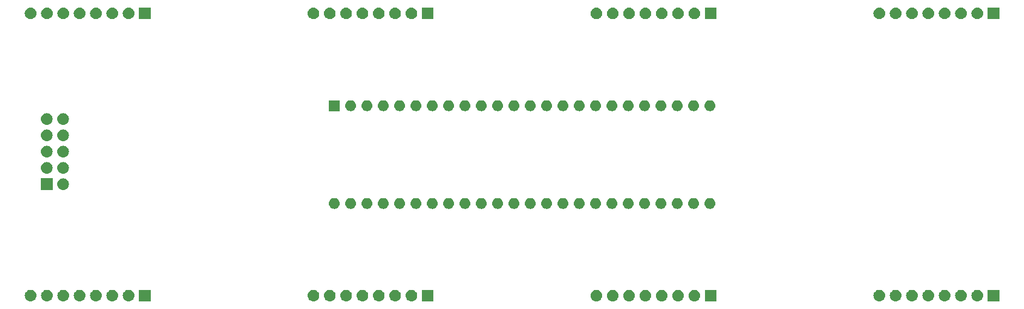
<source format=gbr>
G04 #@! TF.GenerationSoftware,KiCad,Pcbnew,5.0.2+dfsg1-1*
G04 #@! TF.CreationDate,2020-04-26T20:47:29+02:00*
G04 #@! TF.ProjectId,midirouter,6d696469-726f-4757-9465-722e6b696361,rev?*
G04 #@! TF.SameCoordinates,Original*
G04 #@! TF.FileFunction,Soldermask,Top*
G04 #@! TF.FilePolarity,Negative*
%FSLAX46Y46*%
G04 Gerber Fmt 4.6, Leading zero omitted, Abs format (unit mm)*
G04 Created by KiCad (PCBNEW 5.0.2+dfsg1-1) date Sun 26 Apr 2020 08:47:29 PM CEST*
%MOMM*%
%LPD*%
G01*
G04 APERTURE LIST*
%ADD10C,0.100000*%
G04 APERTURE END LIST*
D10*
G36*
X43570443Y-89105519D02*
X43636627Y-89112037D01*
X43749853Y-89146384D01*
X43806467Y-89163557D01*
X43945087Y-89237652D01*
X43962991Y-89247222D01*
X43998729Y-89276552D01*
X44100186Y-89359814D01*
X44183448Y-89461271D01*
X44212778Y-89497009D01*
X44212779Y-89497011D01*
X44296443Y-89653533D01*
X44296443Y-89653534D01*
X44347963Y-89823373D01*
X44365359Y-90000000D01*
X44347963Y-90176627D01*
X44313616Y-90289853D01*
X44296443Y-90346467D01*
X44222348Y-90485087D01*
X44212778Y-90502991D01*
X44183448Y-90538729D01*
X44100186Y-90640186D01*
X43998729Y-90723448D01*
X43962991Y-90752778D01*
X43962989Y-90752779D01*
X43806467Y-90836443D01*
X43749853Y-90853616D01*
X43636627Y-90887963D01*
X43570443Y-90894481D01*
X43504260Y-90901000D01*
X43415740Y-90901000D01*
X43349557Y-90894481D01*
X43283373Y-90887963D01*
X43170147Y-90853616D01*
X43113533Y-90836443D01*
X42957011Y-90752779D01*
X42957009Y-90752778D01*
X42921271Y-90723448D01*
X42819814Y-90640186D01*
X42736552Y-90538729D01*
X42707222Y-90502991D01*
X42697652Y-90485087D01*
X42623557Y-90346467D01*
X42606384Y-90289853D01*
X42572037Y-90176627D01*
X42554641Y-90000000D01*
X42572037Y-89823373D01*
X42623557Y-89653534D01*
X42623557Y-89653533D01*
X42707221Y-89497011D01*
X42707222Y-89497009D01*
X42736552Y-89461271D01*
X42819814Y-89359814D01*
X42921271Y-89276552D01*
X42957009Y-89247222D01*
X42974913Y-89237652D01*
X43113533Y-89163557D01*
X43170147Y-89146384D01*
X43283373Y-89112037D01*
X43349557Y-89105519D01*
X43415740Y-89099000D01*
X43504260Y-89099000D01*
X43570443Y-89105519D01*
X43570443Y-89105519D01*
G37*
G36*
X160330443Y-89105519D02*
X160396627Y-89112037D01*
X160509853Y-89146384D01*
X160566467Y-89163557D01*
X160705087Y-89237652D01*
X160722991Y-89247222D01*
X160758729Y-89276552D01*
X160860186Y-89359814D01*
X160943448Y-89461271D01*
X160972778Y-89497009D01*
X160972779Y-89497011D01*
X161056443Y-89653533D01*
X161056443Y-89653534D01*
X161107963Y-89823373D01*
X161125359Y-90000000D01*
X161107963Y-90176627D01*
X161073616Y-90289853D01*
X161056443Y-90346467D01*
X160982348Y-90485087D01*
X160972778Y-90502991D01*
X160943448Y-90538729D01*
X160860186Y-90640186D01*
X160758729Y-90723448D01*
X160722991Y-90752778D01*
X160722989Y-90752779D01*
X160566467Y-90836443D01*
X160509853Y-90853616D01*
X160396627Y-90887963D01*
X160330443Y-90894481D01*
X160264260Y-90901000D01*
X160175740Y-90901000D01*
X160109557Y-90894481D01*
X160043373Y-90887963D01*
X159930147Y-90853616D01*
X159873533Y-90836443D01*
X159717011Y-90752779D01*
X159717009Y-90752778D01*
X159681271Y-90723448D01*
X159579814Y-90640186D01*
X159496552Y-90538729D01*
X159467222Y-90502991D01*
X159457652Y-90485087D01*
X159383557Y-90346467D01*
X159366384Y-90289853D01*
X159332037Y-90176627D01*
X159314641Y-90000000D01*
X159332037Y-89823373D01*
X159383557Y-89653534D01*
X159383557Y-89653533D01*
X159467221Y-89497011D01*
X159467222Y-89497009D01*
X159496552Y-89461271D01*
X159579814Y-89359814D01*
X159681271Y-89276552D01*
X159717009Y-89247222D01*
X159734913Y-89237652D01*
X159873533Y-89163557D01*
X159930147Y-89146384D01*
X160043373Y-89112037D01*
X160109557Y-89105519D01*
X160175740Y-89099000D01*
X160264260Y-89099000D01*
X160330443Y-89105519D01*
X160330443Y-89105519D01*
G37*
G36*
X46901000Y-90901000D02*
X45099000Y-90901000D01*
X45099000Y-89099000D01*
X46901000Y-89099000D01*
X46901000Y-90901000D01*
X46901000Y-90901000D01*
G37*
G36*
X41030443Y-89105519D02*
X41096627Y-89112037D01*
X41209853Y-89146384D01*
X41266467Y-89163557D01*
X41405087Y-89237652D01*
X41422991Y-89247222D01*
X41458729Y-89276552D01*
X41560186Y-89359814D01*
X41643448Y-89461271D01*
X41672778Y-89497009D01*
X41672779Y-89497011D01*
X41756443Y-89653533D01*
X41756443Y-89653534D01*
X41807963Y-89823373D01*
X41825359Y-90000000D01*
X41807963Y-90176627D01*
X41773616Y-90289853D01*
X41756443Y-90346467D01*
X41682348Y-90485087D01*
X41672778Y-90502991D01*
X41643448Y-90538729D01*
X41560186Y-90640186D01*
X41458729Y-90723448D01*
X41422991Y-90752778D01*
X41422989Y-90752779D01*
X41266467Y-90836443D01*
X41209853Y-90853616D01*
X41096627Y-90887963D01*
X41030443Y-90894481D01*
X40964260Y-90901000D01*
X40875740Y-90901000D01*
X40809557Y-90894481D01*
X40743373Y-90887963D01*
X40630147Y-90853616D01*
X40573533Y-90836443D01*
X40417011Y-90752779D01*
X40417009Y-90752778D01*
X40381271Y-90723448D01*
X40279814Y-90640186D01*
X40196552Y-90538729D01*
X40167222Y-90502991D01*
X40157652Y-90485087D01*
X40083557Y-90346467D01*
X40066384Y-90289853D01*
X40032037Y-90176627D01*
X40014641Y-90000000D01*
X40032037Y-89823373D01*
X40083557Y-89653534D01*
X40083557Y-89653533D01*
X40167221Y-89497011D01*
X40167222Y-89497009D01*
X40196552Y-89461271D01*
X40279814Y-89359814D01*
X40381271Y-89276552D01*
X40417009Y-89247222D01*
X40434913Y-89237652D01*
X40573533Y-89163557D01*
X40630147Y-89146384D01*
X40743373Y-89112037D01*
X40809557Y-89105519D01*
X40875740Y-89099000D01*
X40964260Y-89099000D01*
X41030443Y-89105519D01*
X41030443Y-89105519D01*
G37*
G36*
X38490443Y-89105519D02*
X38556627Y-89112037D01*
X38669853Y-89146384D01*
X38726467Y-89163557D01*
X38865087Y-89237652D01*
X38882991Y-89247222D01*
X38918729Y-89276552D01*
X39020186Y-89359814D01*
X39103448Y-89461271D01*
X39132778Y-89497009D01*
X39132779Y-89497011D01*
X39216443Y-89653533D01*
X39216443Y-89653534D01*
X39267963Y-89823373D01*
X39285359Y-90000000D01*
X39267963Y-90176627D01*
X39233616Y-90289853D01*
X39216443Y-90346467D01*
X39142348Y-90485087D01*
X39132778Y-90502991D01*
X39103448Y-90538729D01*
X39020186Y-90640186D01*
X38918729Y-90723448D01*
X38882991Y-90752778D01*
X38882989Y-90752779D01*
X38726467Y-90836443D01*
X38669853Y-90853616D01*
X38556627Y-90887963D01*
X38490443Y-90894481D01*
X38424260Y-90901000D01*
X38335740Y-90901000D01*
X38269557Y-90894481D01*
X38203373Y-90887963D01*
X38090147Y-90853616D01*
X38033533Y-90836443D01*
X37877011Y-90752779D01*
X37877009Y-90752778D01*
X37841271Y-90723448D01*
X37739814Y-90640186D01*
X37656552Y-90538729D01*
X37627222Y-90502991D01*
X37617652Y-90485087D01*
X37543557Y-90346467D01*
X37526384Y-90289853D01*
X37492037Y-90176627D01*
X37474641Y-90000000D01*
X37492037Y-89823373D01*
X37543557Y-89653534D01*
X37543557Y-89653533D01*
X37627221Y-89497011D01*
X37627222Y-89497009D01*
X37656552Y-89461271D01*
X37739814Y-89359814D01*
X37841271Y-89276552D01*
X37877009Y-89247222D01*
X37894913Y-89237652D01*
X38033533Y-89163557D01*
X38090147Y-89146384D01*
X38203373Y-89112037D01*
X38269557Y-89105519D01*
X38335740Y-89099000D01*
X38424260Y-89099000D01*
X38490443Y-89105519D01*
X38490443Y-89105519D01*
G37*
G36*
X35950443Y-89105519D02*
X36016627Y-89112037D01*
X36129853Y-89146384D01*
X36186467Y-89163557D01*
X36325087Y-89237652D01*
X36342991Y-89247222D01*
X36378729Y-89276552D01*
X36480186Y-89359814D01*
X36563448Y-89461271D01*
X36592778Y-89497009D01*
X36592779Y-89497011D01*
X36676443Y-89653533D01*
X36676443Y-89653534D01*
X36727963Y-89823373D01*
X36745359Y-90000000D01*
X36727963Y-90176627D01*
X36693616Y-90289853D01*
X36676443Y-90346467D01*
X36602348Y-90485087D01*
X36592778Y-90502991D01*
X36563448Y-90538729D01*
X36480186Y-90640186D01*
X36378729Y-90723448D01*
X36342991Y-90752778D01*
X36342989Y-90752779D01*
X36186467Y-90836443D01*
X36129853Y-90853616D01*
X36016627Y-90887963D01*
X35950443Y-90894481D01*
X35884260Y-90901000D01*
X35795740Y-90901000D01*
X35729557Y-90894481D01*
X35663373Y-90887963D01*
X35550147Y-90853616D01*
X35493533Y-90836443D01*
X35337011Y-90752779D01*
X35337009Y-90752778D01*
X35301271Y-90723448D01*
X35199814Y-90640186D01*
X35116552Y-90538729D01*
X35087222Y-90502991D01*
X35077652Y-90485087D01*
X35003557Y-90346467D01*
X34986384Y-90289853D01*
X34952037Y-90176627D01*
X34934641Y-90000000D01*
X34952037Y-89823373D01*
X35003557Y-89653534D01*
X35003557Y-89653533D01*
X35087221Y-89497011D01*
X35087222Y-89497009D01*
X35116552Y-89461271D01*
X35199814Y-89359814D01*
X35301271Y-89276552D01*
X35337009Y-89247222D01*
X35354913Y-89237652D01*
X35493533Y-89163557D01*
X35550147Y-89146384D01*
X35663373Y-89112037D01*
X35729557Y-89105519D01*
X35795740Y-89099000D01*
X35884260Y-89099000D01*
X35950443Y-89105519D01*
X35950443Y-89105519D01*
G37*
G36*
X33410443Y-89105519D02*
X33476627Y-89112037D01*
X33589853Y-89146384D01*
X33646467Y-89163557D01*
X33785087Y-89237652D01*
X33802991Y-89247222D01*
X33838729Y-89276552D01*
X33940186Y-89359814D01*
X34023448Y-89461271D01*
X34052778Y-89497009D01*
X34052779Y-89497011D01*
X34136443Y-89653533D01*
X34136443Y-89653534D01*
X34187963Y-89823373D01*
X34205359Y-90000000D01*
X34187963Y-90176627D01*
X34153616Y-90289853D01*
X34136443Y-90346467D01*
X34062348Y-90485087D01*
X34052778Y-90502991D01*
X34023448Y-90538729D01*
X33940186Y-90640186D01*
X33838729Y-90723448D01*
X33802991Y-90752778D01*
X33802989Y-90752779D01*
X33646467Y-90836443D01*
X33589853Y-90853616D01*
X33476627Y-90887963D01*
X33410443Y-90894481D01*
X33344260Y-90901000D01*
X33255740Y-90901000D01*
X33189557Y-90894481D01*
X33123373Y-90887963D01*
X33010147Y-90853616D01*
X32953533Y-90836443D01*
X32797011Y-90752779D01*
X32797009Y-90752778D01*
X32761271Y-90723448D01*
X32659814Y-90640186D01*
X32576552Y-90538729D01*
X32547222Y-90502991D01*
X32537652Y-90485087D01*
X32463557Y-90346467D01*
X32446384Y-90289853D01*
X32412037Y-90176627D01*
X32394641Y-90000000D01*
X32412037Y-89823373D01*
X32463557Y-89653534D01*
X32463557Y-89653533D01*
X32547221Y-89497011D01*
X32547222Y-89497009D01*
X32576552Y-89461271D01*
X32659814Y-89359814D01*
X32761271Y-89276552D01*
X32797009Y-89247222D01*
X32814913Y-89237652D01*
X32953533Y-89163557D01*
X33010147Y-89146384D01*
X33123373Y-89112037D01*
X33189557Y-89105519D01*
X33255740Y-89099000D01*
X33344260Y-89099000D01*
X33410443Y-89105519D01*
X33410443Y-89105519D01*
G37*
G36*
X30870443Y-89105519D02*
X30936627Y-89112037D01*
X31049853Y-89146384D01*
X31106467Y-89163557D01*
X31245087Y-89237652D01*
X31262991Y-89247222D01*
X31298729Y-89276552D01*
X31400186Y-89359814D01*
X31483448Y-89461271D01*
X31512778Y-89497009D01*
X31512779Y-89497011D01*
X31596443Y-89653533D01*
X31596443Y-89653534D01*
X31647963Y-89823373D01*
X31665359Y-90000000D01*
X31647963Y-90176627D01*
X31613616Y-90289853D01*
X31596443Y-90346467D01*
X31522348Y-90485087D01*
X31512778Y-90502991D01*
X31483448Y-90538729D01*
X31400186Y-90640186D01*
X31298729Y-90723448D01*
X31262991Y-90752778D01*
X31262989Y-90752779D01*
X31106467Y-90836443D01*
X31049853Y-90853616D01*
X30936627Y-90887963D01*
X30870443Y-90894481D01*
X30804260Y-90901000D01*
X30715740Y-90901000D01*
X30649557Y-90894481D01*
X30583373Y-90887963D01*
X30470147Y-90853616D01*
X30413533Y-90836443D01*
X30257011Y-90752779D01*
X30257009Y-90752778D01*
X30221271Y-90723448D01*
X30119814Y-90640186D01*
X30036552Y-90538729D01*
X30007222Y-90502991D01*
X29997652Y-90485087D01*
X29923557Y-90346467D01*
X29906384Y-90289853D01*
X29872037Y-90176627D01*
X29854641Y-90000000D01*
X29872037Y-89823373D01*
X29923557Y-89653534D01*
X29923557Y-89653533D01*
X30007221Y-89497011D01*
X30007222Y-89497009D01*
X30036552Y-89461271D01*
X30119814Y-89359814D01*
X30221271Y-89276552D01*
X30257009Y-89247222D01*
X30274913Y-89237652D01*
X30413533Y-89163557D01*
X30470147Y-89146384D01*
X30583373Y-89112037D01*
X30649557Y-89105519D01*
X30715740Y-89099000D01*
X30804260Y-89099000D01*
X30870443Y-89105519D01*
X30870443Y-89105519D01*
G37*
G36*
X28330443Y-89105519D02*
X28396627Y-89112037D01*
X28509853Y-89146384D01*
X28566467Y-89163557D01*
X28705087Y-89237652D01*
X28722991Y-89247222D01*
X28758729Y-89276552D01*
X28860186Y-89359814D01*
X28943448Y-89461271D01*
X28972778Y-89497009D01*
X28972779Y-89497011D01*
X29056443Y-89653533D01*
X29056443Y-89653534D01*
X29107963Y-89823373D01*
X29125359Y-90000000D01*
X29107963Y-90176627D01*
X29073616Y-90289853D01*
X29056443Y-90346467D01*
X28982348Y-90485087D01*
X28972778Y-90502991D01*
X28943448Y-90538729D01*
X28860186Y-90640186D01*
X28758729Y-90723448D01*
X28722991Y-90752778D01*
X28722989Y-90752779D01*
X28566467Y-90836443D01*
X28509853Y-90853616D01*
X28396627Y-90887963D01*
X28330443Y-90894481D01*
X28264260Y-90901000D01*
X28175740Y-90901000D01*
X28109557Y-90894481D01*
X28043373Y-90887963D01*
X27930147Y-90853616D01*
X27873533Y-90836443D01*
X27717011Y-90752779D01*
X27717009Y-90752778D01*
X27681271Y-90723448D01*
X27579814Y-90640186D01*
X27496552Y-90538729D01*
X27467222Y-90502991D01*
X27457652Y-90485087D01*
X27383557Y-90346467D01*
X27366384Y-90289853D01*
X27332037Y-90176627D01*
X27314641Y-90000000D01*
X27332037Y-89823373D01*
X27383557Y-89653534D01*
X27383557Y-89653533D01*
X27467221Y-89497011D01*
X27467222Y-89497009D01*
X27496552Y-89461271D01*
X27579814Y-89359814D01*
X27681271Y-89276552D01*
X27717009Y-89247222D01*
X27734913Y-89237652D01*
X27873533Y-89163557D01*
X27930147Y-89146384D01*
X28043373Y-89112037D01*
X28109557Y-89105519D01*
X28175740Y-89099000D01*
X28264260Y-89099000D01*
X28330443Y-89105519D01*
X28330443Y-89105519D01*
G37*
G36*
X72330443Y-89105519D02*
X72396627Y-89112037D01*
X72509853Y-89146384D01*
X72566467Y-89163557D01*
X72705087Y-89237652D01*
X72722991Y-89247222D01*
X72758729Y-89276552D01*
X72860186Y-89359814D01*
X72943448Y-89461271D01*
X72972778Y-89497009D01*
X72972779Y-89497011D01*
X73056443Y-89653533D01*
X73056443Y-89653534D01*
X73107963Y-89823373D01*
X73125359Y-90000000D01*
X73107963Y-90176627D01*
X73073616Y-90289853D01*
X73056443Y-90346467D01*
X72982348Y-90485087D01*
X72972778Y-90502991D01*
X72943448Y-90538729D01*
X72860186Y-90640186D01*
X72758729Y-90723448D01*
X72722991Y-90752778D01*
X72722989Y-90752779D01*
X72566467Y-90836443D01*
X72509853Y-90853616D01*
X72396627Y-90887963D01*
X72330443Y-90894481D01*
X72264260Y-90901000D01*
X72175740Y-90901000D01*
X72109557Y-90894481D01*
X72043373Y-90887963D01*
X71930147Y-90853616D01*
X71873533Y-90836443D01*
X71717011Y-90752779D01*
X71717009Y-90752778D01*
X71681271Y-90723448D01*
X71579814Y-90640186D01*
X71496552Y-90538729D01*
X71467222Y-90502991D01*
X71457652Y-90485087D01*
X71383557Y-90346467D01*
X71366384Y-90289853D01*
X71332037Y-90176627D01*
X71314641Y-90000000D01*
X71332037Y-89823373D01*
X71383557Y-89653534D01*
X71383557Y-89653533D01*
X71467221Y-89497011D01*
X71467222Y-89497009D01*
X71496552Y-89461271D01*
X71579814Y-89359814D01*
X71681271Y-89276552D01*
X71717009Y-89247222D01*
X71734913Y-89237652D01*
X71873533Y-89163557D01*
X71930147Y-89146384D01*
X72043373Y-89112037D01*
X72109557Y-89105519D01*
X72175740Y-89099000D01*
X72264260Y-89099000D01*
X72330443Y-89105519D01*
X72330443Y-89105519D01*
G37*
G36*
X74870443Y-89105519D02*
X74936627Y-89112037D01*
X75049853Y-89146384D01*
X75106467Y-89163557D01*
X75245087Y-89237652D01*
X75262991Y-89247222D01*
X75298729Y-89276552D01*
X75400186Y-89359814D01*
X75483448Y-89461271D01*
X75512778Y-89497009D01*
X75512779Y-89497011D01*
X75596443Y-89653533D01*
X75596443Y-89653534D01*
X75647963Y-89823373D01*
X75665359Y-90000000D01*
X75647963Y-90176627D01*
X75613616Y-90289853D01*
X75596443Y-90346467D01*
X75522348Y-90485087D01*
X75512778Y-90502991D01*
X75483448Y-90538729D01*
X75400186Y-90640186D01*
X75298729Y-90723448D01*
X75262991Y-90752778D01*
X75262989Y-90752779D01*
X75106467Y-90836443D01*
X75049853Y-90853616D01*
X74936627Y-90887963D01*
X74870443Y-90894481D01*
X74804260Y-90901000D01*
X74715740Y-90901000D01*
X74649557Y-90894481D01*
X74583373Y-90887963D01*
X74470147Y-90853616D01*
X74413533Y-90836443D01*
X74257011Y-90752779D01*
X74257009Y-90752778D01*
X74221271Y-90723448D01*
X74119814Y-90640186D01*
X74036552Y-90538729D01*
X74007222Y-90502991D01*
X73997652Y-90485087D01*
X73923557Y-90346467D01*
X73906384Y-90289853D01*
X73872037Y-90176627D01*
X73854641Y-90000000D01*
X73872037Y-89823373D01*
X73923557Y-89653534D01*
X73923557Y-89653533D01*
X74007221Y-89497011D01*
X74007222Y-89497009D01*
X74036552Y-89461271D01*
X74119814Y-89359814D01*
X74221271Y-89276552D01*
X74257009Y-89247222D01*
X74274913Y-89237652D01*
X74413533Y-89163557D01*
X74470147Y-89146384D01*
X74583373Y-89112037D01*
X74649557Y-89105519D01*
X74715740Y-89099000D01*
X74804260Y-89099000D01*
X74870443Y-89105519D01*
X74870443Y-89105519D01*
G37*
G36*
X77410443Y-89105519D02*
X77476627Y-89112037D01*
X77589853Y-89146384D01*
X77646467Y-89163557D01*
X77785087Y-89237652D01*
X77802991Y-89247222D01*
X77838729Y-89276552D01*
X77940186Y-89359814D01*
X78023448Y-89461271D01*
X78052778Y-89497009D01*
X78052779Y-89497011D01*
X78136443Y-89653533D01*
X78136443Y-89653534D01*
X78187963Y-89823373D01*
X78205359Y-90000000D01*
X78187963Y-90176627D01*
X78153616Y-90289853D01*
X78136443Y-90346467D01*
X78062348Y-90485087D01*
X78052778Y-90502991D01*
X78023448Y-90538729D01*
X77940186Y-90640186D01*
X77838729Y-90723448D01*
X77802991Y-90752778D01*
X77802989Y-90752779D01*
X77646467Y-90836443D01*
X77589853Y-90853616D01*
X77476627Y-90887963D01*
X77410443Y-90894481D01*
X77344260Y-90901000D01*
X77255740Y-90901000D01*
X77189557Y-90894481D01*
X77123373Y-90887963D01*
X77010147Y-90853616D01*
X76953533Y-90836443D01*
X76797011Y-90752779D01*
X76797009Y-90752778D01*
X76761271Y-90723448D01*
X76659814Y-90640186D01*
X76576552Y-90538729D01*
X76547222Y-90502991D01*
X76537652Y-90485087D01*
X76463557Y-90346467D01*
X76446384Y-90289853D01*
X76412037Y-90176627D01*
X76394641Y-90000000D01*
X76412037Y-89823373D01*
X76463557Y-89653534D01*
X76463557Y-89653533D01*
X76547221Y-89497011D01*
X76547222Y-89497009D01*
X76576552Y-89461271D01*
X76659814Y-89359814D01*
X76761271Y-89276552D01*
X76797009Y-89247222D01*
X76814913Y-89237652D01*
X76953533Y-89163557D01*
X77010147Y-89146384D01*
X77123373Y-89112037D01*
X77189557Y-89105519D01*
X77255740Y-89099000D01*
X77344260Y-89099000D01*
X77410443Y-89105519D01*
X77410443Y-89105519D01*
G37*
G36*
X79950443Y-89105519D02*
X80016627Y-89112037D01*
X80129853Y-89146384D01*
X80186467Y-89163557D01*
X80325087Y-89237652D01*
X80342991Y-89247222D01*
X80378729Y-89276552D01*
X80480186Y-89359814D01*
X80563448Y-89461271D01*
X80592778Y-89497009D01*
X80592779Y-89497011D01*
X80676443Y-89653533D01*
X80676443Y-89653534D01*
X80727963Y-89823373D01*
X80745359Y-90000000D01*
X80727963Y-90176627D01*
X80693616Y-90289853D01*
X80676443Y-90346467D01*
X80602348Y-90485087D01*
X80592778Y-90502991D01*
X80563448Y-90538729D01*
X80480186Y-90640186D01*
X80378729Y-90723448D01*
X80342991Y-90752778D01*
X80342989Y-90752779D01*
X80186467Y-90836443D01*
X80129853Y-90853616D01*
X80016627Y-90887963D01*
X79950443Y-90894481D01*
X79884260Y-90901000D01*
X79795740Y-90901000D01*
X79729557Y-90894481D01*
X79663373Y-90887963D01*
X79550147Y-90853616D01*
X79493533Y-90836443D01*
X79337011Y-90752779D01*
X79337009Y-90752778D01*
X79301271Y-90723448D01*
X79199814Y-90640186D01*
X79116552Y-90538729D01*
X79087222Y-90502991D01*
X79077652Y-90485087D01*
X79003557Y-90346467D01*
X78986384Y-90289853D01*
X78952037Y-90176627D01*
X78934641Y-90000000D01*
X78952037Y-89823373D01*
X79003557Y-89653534D01*
X79003557Y-89653533D01*
X79087221Y-89497011D01*
X79087222Y-89497009D01*
X79116552Y-89461271D01*
X79199814Y-89359814D01*
X79301271Y-89276552D01*
X79337009Y-89247222D01*
X79354913Y-89237652D01*
X79493533Y-89163557D01*
X79550147Y-89146384D01*
X79663373Y-89112037D01*
X79729557Y-89105519D01*
X79795740Y-89099000D01*
X79884260Y-89099000D01*
X79950443Y-89105519D01*
X79950443Y-89105519D01*
G37*
G36*
X82490443Y-89105519D02*
X82556627Y-89112037D01*
X82669853Y-89146384D01*
X82726467Y-89163557D01*
X82865087Y-89237652D01*
X82882991Y-89247222D01*
X82918729Y-89276552D01*
X83020186Y-89359814D01*
X83103448Y-89461271D01*
X83132778Y-89497009D01*
X83132779Y-89497011D01*
X83216443Y-89653533D01*
X83216443Y-89653534D01*
X83267963Y-89823373D01*
X83285359Y-90000000D01*
X83267963Y-90176627D01*
X83233616Y-90289853D01*
X83216443Y-90346467D01*
X83142348Y-90485087D01*
X83132778Y-90502991D01*
X83103448Y-90538729D01*
X83020186Y-90640186D01*
X82918729Y-90723448D01*
X82882991Y-90752778D01*
X82882989Y-90752779D01*
X82726467Y-90836443D01*
X82669853Y-90853616D01*
X82556627Y-90887963D01*
X82490443Y-90894481D01*
X82424260Y-90901000D01*
X82335740Y-90901000D01*
X82269557Y-90894481D01*
X82203373Y-90887963D01*
X82090147Y-90853616D01*
X82033533Y-90836443D01*
X81877011Y-90752779D01*
X81877009Y-90752778D01*
X81841271Y-90723448D01*
X81739814Y-90640186D01*
X81656552Y-90538729D01*
X81627222Y-90502991D01*
X81617652Y-90485087D01*
X81543557Y-90346467D01*
X81526384Y-90289853D01*
X81492037Y-90176627D01*
X81474641Y-90000000D01*
X81492037Y-89823373D01*
X81543557Y-89653534D01*
X81543557Y-89653533D01*
X81627221Y-89497011D01*
X81627222Y-89497009D01*
X81656552Y-89461271D01*
X81739814Y-89359814D01*
X81841271Y-89276552D01*
X81877009Y-89247222D01*
X81894913Y-89237652D01*
X82033533Y-89163557D01*
X82090147Y-89146384D01*
X82203373Y-89112037D01*
X82269557Y-89105519D01*
X82335740Y-89099000D01*
X82424260Y-89099000D01*
X82490443Y-89105519D01*
X82490443Y-89105519D01*
G37*
G36*
X85030443Y-89105519D02*
X85096627Y-89112037D01*
X85209853Y-89146384D01*
X85266467Y-89163557D01*
X85405087Y-89237652D01*
X85422991Y-89247222D01*
X85458729Y-89276552D01*
X85560186Y-89359814D01*
X85643448Y-89461271D01*
X85672778Y-89497009D01*
X85672779Y-89497011D01*
X85756443Y-89653533D01*
X85756443Y-89653534D01*
X85807963Y-89823373D01*
X85825359Y-90000000D01*
X85807963Y-90176627D01*
X85773616Y-90289853D01*
X85756443Y-90346467D01*
X85682348Y-90485087D01*
X85672778Y-90502991D01*
X85643448Y-90538729D01*
X85560186Y-90640186D01*
X85458729Y-90723448D01*
X85422991Y-90752778D01*
X85422989Y-90752779D01*
X85266467Y-90836443D01*
X85209853Y-90853616D01*
X85096627Y-90887963D01*
X85030443Y-90894481D01*
X84964260Y-90901000D01*
X84875740Y-90901000D01*
X84809557Y-90894481D01*
X84743373Y-90887963D01*
X84630147Y-90853616D01*
X84573533Y-90836443D01*
X84417011Y-90752779D01*
X84417009Y-90752778D01*
X84381271Y-90723448D01*
X84279814Y-90640186D01*
X84196552Y-90538729D01*
X84167222Y-90502991D01*
X84157652Y-90485087D01*
X84083557Y-90346467D01*
X84066384Y-90289853D01*
X84032037Y-90176627D01*
X84014641Y-90000000D01*
X84032037Y-89823373D01*
X84083557Y-89653534D01*
X84083557Y-89653533D01*
X84167221Y-89497011D01*
X84167222Y-89497009D01*
X84196552Y-89461271D01*
X84279814Y-89359814D01*
X84381271Y-89276552D01*
X84417009Y-89247222D01*
X84434913Y-89237652D01*
X84573533Y-89163557D01*
X84630147Y-89146384D01*
X84743373Y-89112037D01*
X84809557Y-89105519D01*
X84875740Y-89099000D01*
X84964260Y-89099000D01*
X85030443Y-89105519D01*
X85030443Y-89105519D01*
G37*
G36*
X87570443Y-89105519D02*
X87636627Y-89112037D01*
X87749853Y-89146384D01*
X87806467Y-89163557D01*
X87945087Y-89237652D01*
X87962991Y-89247222D01*
X87998729Y-89276552D01*
X88100186Y-89359814D01*
X88183448Y-89461271D01*
X88212778Y-89497009D01*
X88212779Y-89497011D01*
X88296443Y-89653533D01*
X88296443Y-89653534D01*
X88347963Y-89823373D01*
X88365359Y-90000000D01*
X88347963Y-90176627D01*
X88313616Y-90289853D01*
X88296443Y-90346467D01*
X88222348Y-90485087D01*
X88212778Y-90502991D01*
X88183448Y-90538729D01*
X88100186Y-90640186D01*
X87998729Y-90723448D01*
X87962991Y-90752778D01*
X87962989Y-90752779D01*
X87806467Y-90836443D01*
X87749853Y-90853616D01*
X87636627Y-90887963D01*
X87570443Y-90894481D01*
X87504260Y-90901000D01*
X87415740Y-90901000D01*
X87349557Y-90894481D01*
X87283373Y-90887963D01*
X87170147Y-90853616D01*
X87113533Y-90836443D01*
X86957011Y-90752779D01*
X86957009Y-90752778D01*
X86921271Y-90723448D01*
X86819814Y-90640186D01*
X86736552Y-90538729D01*
X86707222Y-90502991D01*
X86697652Y-90485087D01*
X86623557Y-90346467D01*
X86606384Y-90289853D01*
X86572037Y-90176627D01*
X86554641Y-90000000D01*
X86572037Y-89823373D01*
X86623557Y-89653534D01*
X86623557Y-89653533D01*
X86707221Y-89497011D01*
X86707222Y-89497009D01*
X86736552Y-89461271D01*
X86819814Y-89359814D01*
X86921271Y-89276552D01*
X86957009Y-89247222D01*
X86974913Y-89237652D01*
X87113533Y-89163557D01*
X87170147Y-89146384D01*
X87283373Y-89112037D01*
X87349557Y-89105519D01*
X87415740Y-89099000D01*
X87504260Y-89099000D01*
X87570443Y-89105519D01*
X87570443Y-89105519D01*
G37*
G36*
X175570443Y-89105519D02*
X175636627Y-89112037D01*
X175749853Y-89146384D01*
X175806467Y-89163557D01*
X175945087Y-89237652D01*
X175962991Y-89247222D01*
X175998729Y-89276552D01*
X176100186Y-89359814D01*
X176183448Y-89461271D01*
X176212778Y-89497009D01*
X176212779Y-89497011D01*
X176296443Y-89653533D01*
X176296443Y-89653534D01*
X176347963Y-89823373D01*
X176365359Y-90000000D01*
X176347963Y-90176627D01*
X176313616Y-90289853D01*
X176296443Y-90346467D01*
X176222348Y-90485087D01*
X176212778Y-90502991D01*
X176183448Y-90538729D01*
X176100186Y-90640186D01*
X175998729Y-90723448D01*
X175962991Y-90752778D01*
X175962989Y-90752779D01*
X175806467Y-90836443D01*
X175749853Y-90853616D01*
X175636627Y-90887963D01*
X175570443Y-90894481D01*
X175504260Y-90901000D01*
X175415740Y-90901000D01*
X175349557Y-90894481D01*
X175283373Y-90887963D01*
X175170147Y-90853616D01*
X175113533Y-90836443D01*
X174957011Y-90752779D01*
X174957009Y-90752778D01*
X174921271Y-90723448D01*
X174819814Y-90640186D01*
X174736552Y-90538729D01*
X174707222Y-90502991D01*
X174697652Y-90485087D01*
X174623557Y-90346467D01*
X174606384Y-90289853D01*
X174572037Y-90176627D01*
X174554641Y-90000000D01*
X174572037Y-89823373D01*
X174623557Y-89653534D01*
X174623557Y-89653533D01*
X174707221Y-89497011D01*
X174707222Y-89497009D01*
X174736552Y-89461271D01*
X174819814Y-89359814D01*
X174921271Y-89276552D01*
X174957009Y-89247222D01*
X174974913Y-89237652D01*
X175113533Y-89163557D01*
X175170147Y-89146384D01*
X175283373Y-89112037D01*
X175349557Y-89105519D01*
X175415740Y-89099000D01*
X175504260Y-89099000D01*
X175570443Y-89105519D01*
X175570443Y-89105519D01*
G37*
G36*
X116330443Y-89105519D02*
X116396627Y-89112037D01*
X116509853Y-89146384D01*
X116566467Y-89163557D01*
X116705087Y-89237652D01*
X116722991Y-89247222D01*
X116758729Y-89276552D01*
X116860186Y-89359814D01*
X116943448Y-89461271D01*
X116972778Y-89497009D01*
X116972779Y-89497011D01*
X117056443Y-89653533D01*
X117056443Y-89653534D01*
X117107963Y-89823373D01*
X117125359Y-90000000D01*
X117107963Y-90176627D01*
X117073616Y-90289853D01*
X117056443Y-90346467D01*
X116982348Y-90485087D01*
X116972778Y-90502991D01*
X116943448Y-90538729D01*
X116860186Y-90640186D01*
X116758729Y-90723448D01*
X116722991Y-90752778D01*
X116722989Y-90752779D01*
X116566467Y-90836443D01*
X116509853Y-90853616D01*
X116396627Y-90887963D01*
X116330443Y-90894481D01*
X116264260Y-90901000D01*
X116175740Y-90901000D01*
X116109557Y-90894481D01*
X116043373Y-90887963D01*
X115930147Y-90853616D01*
X115873533Y-90836443D01*
X115717011Y-90752779D01*
X115717009Y-90752778D01*
X115681271Y-90723448D01*
X115579814Y-90640186D01*
X115496552Y-90538729D01*
X115467222Y-90502991D01*
X115457652Y-90485087D01*
X115383557Y-90346467D01*
X115366384Y-90289853D01*
X115332037Y-90176627D01*
X115314641Y-90000000D01*
X115332037Y-89823373D01*
X115383557Y-89653534D01*
X115383557Y-89653533D01*
X115467221Y-89497011D01*
X115467222Y-89497009D01*
X115496552Y-89461271D01*
X115579814Y-89359814D01*
X115681271Y-89276552D01*
X115717009Y-89247222D01*
X115734913Y-89237652D01*
X115873533Y-89163557D01*
X115930147Y-89146384D01*
X116043373Y-89112037D01*
X116109557Y-89105519D01*
X116175740Y-89099000D01*
X116264260Y-89099000D01*
X116330443Y-89105519D01*
X116330443Y-89105519D01*
G37*
G36*
X118870443Y-89105519D02*
X118936627Y-89112037D01*
X119049853Y-89146384D01*
X119106467Y-89163557D01*
X119245087Y-89237652D01*
X119262991Y-89247222D01*
X119298729Y-89276552D01*
X119400186Y-89359814D01*
X119483448Y-89461271D01*
X119512778Y-89497009D01*
X119512779Y-89497011D01*
X119596443Y-89653533D01*
X119596443Y-89653534D01*
X119647963Y-89823373D01*
X119665359Y-90000000D01*
X119647963Y-90176627D01*
X119613616Y-90289853D01*
X119596443Y-90346467D01*
X119522348Y-90485087D01*
X119512778Y-90502991D01*
X119483448Y-90538729D01*
X119400186Y-90640186D01*
X119298729Y-90723448D01*
X119262991Y-90752778D01*
X119262989Y-90752779D01*
X119106467Y-90836443D01*
X119049853Y-90853616D01*
X118936627Y-90887963D01*
X118870443Y-90894481D01*
X118804260Y-90901000D01*
X118715740Y-90901000D01*
X118649557Y-90894481D01*
X118583373Y-90887963D01*
X118470147Y-90853616D01*
X118413533Y-90836443D01*
X118257011Y-90752779D01*
X118257009Y-90752778D01*
X118221271Y-90723448D01*
X118119814Y-90640186D01*
X118036552Y-90538729D01*
X118007222Y-90502991D01*
X117997652Y-90485087D01*
X117923557Y-90346467D01*
X117906384Y-90289853D01*
X117872037Y-90176627D01*
X117854641Y-90000000D01*
X117872037Y-89823373D01*
X117923557Y-89653534D01*
X117923557Y-89653533D01*
X118007221Y-89497011D01*
X118007222Y-89497009D01*
X118036552Y-89461271D01*
X118119814Y-89359814D01*
X118221271Y-89276552D01*
X118257009Y-89247222D01*
X118274913Y-89237652D01*
X118413533Y-89163557D01*
X118470147Y-89146384D01*
X118583373Y-89112037D01*
X118649557Y-89105519D01*
X118715740Y-89099000D01*
X118804260Y-89099000D01*
X118870443Y-89105519D01*
X118870443Y-89105519D01*
G37*
G36*
X121410443Y-89105519D02*
X121476627Y-89112037D01*
X121589853Y-89146384D01*
X121646467Y-89163557D01*
X121785087Y-89237652D01*
X121802991Y-89247222D01*
X121838729Y-89276552D01*
X121940186Y-89359814D01*
X122023448Y-89461271D01*
X122052778Y-89497009D01*
X122052779Y-89497011D01*
X122136443Y-89653533D01*
X122136443Y-89653534D01*
X122187963Y-89823373D01*
X122205359Y-90000000D01*
X122187963Y-90176627D01*
X122153616Y-90289853D01*
X122136443Y-90346467D01*
X122062348Y-90485087D01*
X122052778Y-90502991D01*
X122023448Y-90538729D01*
X121940186Y-90640186D01*
X121838729Y-90723448D01*
X121802991Y-90752778D01*
X121802989Y-90752779D01*
X121646467Y-90836443D01*
X121589853Y-90853616D01*
X121476627Y-90887963D01*
X121410443Y-90894481D01*
X121344260Y-90901000D01*
X121255740Y-90901000D01*
X121189557Y-90894481D01*
X121123373Y-90887963D01*
X121010147Y-90853616D01*
X120953533Y-90836443D01*
X120797011Y-90752779D01*
X120797009Y-90752778D01*
X120761271Y-90723448D01*
X120659814Y-90640186D01*
X120576552Y-90538729D01*
X120547222Y-90502991D01*
X120537652Y-90485087D01*
X120463557Y-90346467D01*
X120446384Y-90289853D01*
X120412037Y-90176627D01*
X120394641Y-90000000D01*
X120412037Y-89823373D01*
X120463557Y-89653534D01*
X120463557Y-89653533D01*
X120547221Y-89497011D01*
X120547222Y-89497009D01*
X120576552Y-89461271D01*
X120659814Y-89359814D01*
X120761271Y-89276552D01*
X120797009Y-89247222D01*
X120814913Y-89237652D01*
X120953533Y-89163557D01*
X121010147Y-89146384D01*
X121123373Y-89112037D01*
X121189557Y-89105519D01*
X121255740Y-89099000D01*
X121344260Y-89099000D01*
X121410443Y-89105519D01*
X121410443Y-89105519D01*
G37*
G36*
X123950443Y-89105519D02*
X124016627Y-89112037D01*
X124129853Y-89146384D01*
X124186467Y-89163557D01*
X124325087Y-89237652D01*
X124342991Y-89247222D01*
X124378729Y-89276552D01*
X124480186Y-89359814D01*
X124563448Y-89461271D01*
X124592778Y-89497009D01*
X124592779Y-89497011D01*
X124676443Y-89653533D01*
X124676443Y-89653534D01*
X124727963Y-89823373D01*
X124745359Y-90000000D01*
X124727963Y-90176627D01*
X124693616Y-90289853D01*
X124676443Y-90346467D01*
X124602348Y-90485087D01*
X124592778Y-90502991D01*
X124563448Y-90538729D01*
X124480186Y-90640186D01*
X124378729Y-90723448D01*
X124342991Y-90752778D01*
X124342989Y-90752779D01*
X124186467Y-90836443D01*
X124129853Y-90853616D01*
X124016627Y-90887963D01*
X123950443Y-90894481D01*
X123884260Y-90901000D01*
X123795740Y-90901000D01*
X123729557Y-90894481D01*
X123663373Y-90887963D01*
X123550147Y-90853616D01*
X123493533Y-90836443D01*
X123337011Y-90752779D01*
X123337009Y-90752778D01*
X123301271Y-90723448D01*
X123199814Y-90640186D01*
X123116552Y-90538729D01*
X123087222Y-90502991D01*
X123077652Y-90485087D01*
X123003557Y-90346467D01*
X122986384Y-90289853D01*
X122952037Y-90176627D01*
X122934641Y-90000000D01*
X122952037Y-89823373D01*
X123003557Y-89653534D01*
X123003557Y-89653533D01*
X123087221Y-89497011D01*
X123087222Y-89497009D01*
X123116552Y-89461271D01*
X123199814Y-89359814D01*
X123301271Y-89276552D01*
X123337009Y-89247222D01*
X123354913Y-89237652D01*
X123493533Y-89163557D01*
X123550147Y-89146384D01*
X123663373Y-89112037D01*
X123729557Y-89105519D01*
X123795740Y-89099000D01*
X123884260Y-89099000D01*
X123950443Y-89105519D01*
X123950443Y-89105519D01*
G37*
G36*
X126490443Y-89105519D02*
X126556627Y-89112037D01*
X126669853Y-89146384D01*
X126726467Y-89163557D01*
X126865087Y-89237652D01*
X126882991Y-89247222D01*
X126918729Y-89276552D01*
X127020186Y-89359814D01*
X127103448Y-89461271D01*
X127132778Y-89497009D01*
X127132779Y-89497011D01*
X127216443Y-89653533D01*
X127216443Y-89653534D01*
X127267963Y-89823373D01*
X127285359Y-90000000D01*
X127267963Y-90176627D01*
X127233616Y-90289853D01*
X127216443Y-90346467D01*
X127142348Y-90485087D01*
X127132778Y-90502991D01*
X127103448Y-90538729D01*
X127020186Y-90640186D01*
X126918729Y-90723448D01*
X126882991Y-90752778D01*
X126882989Y-90752779D01*
X126726467Y-90836443D01*
X126669853Y-90853616D01*
X126556627Y-90887963D01*
X126490443Y-90894481D01*
X126424260Y-90901000D01*
X126335740Y-90901000D01*
X126269557Y-90894481D01*
X126203373Y-90887963D01*
X126090147Y-90853616D01*
X126033533Y-90836443D01*
X125877011Y-90752779D01*
X125877009Y-90752778D01*
X125841271Y-90723448D01*
X125739814Y-90640186D01*
X125656552Y-90538729D01*
X125627222Y-90502991D01*
X125617652Y-90485087D01*
X125543557Y-90346467D01*
X125526384Y-90289853D01*
X125492037Y-90176627D01*
X125474641Y-90000000D01*
X125492037Y-89823373D01*
X125543557Y-89653534D01*
X125543557Y-89653533D01*
X125627221Y-89497011D01*
X125627222Y-89497009D01*
X125656552Y-89461271D01*
X125739814Y-89359814D01*
X125841271Y-89276552D01*
X125877009Y-89247222D01*
X125894913Y-89237652D01*
X126033533Y-89163557D01*
X126090147Y-89146384D01*
X126203373Y-89112037D01*
X126269557Y-89105519D01*
X126335740Y-89099000D01*
X126424260Y-89099000D01*
X126490443Y-89105519D01*
X126490443Y-89105519D01*
G37*
G36*
X129030443Y-89105519D02*
X129096627Y-89112037D01*
X129209853Y-89146384D01*
X129266467Y-89163557D01*
X129405087Y-89237652D01*
X129422991Y-89247222D01*
X129458729Y-89276552D01*
X129560186Y-89359814D01*
X129643448Y-89461271D01*
X129672778Y-89497009D01*
X129672779Y-89497011D01*
X129756443Y-89653533D01*
X129756443Y-89653534D01*
X129807963Y-89823373D01*
X129825359Y-90000000D01*
X129807963Y-90176627D01*
X129773616Y-90289853D01*
X129756443Y-90346467D01*
X129682348Y-90485087D01*
X129672778Y-90502991D01*
X129643448Y-90538729D01*
X129560186Y-90640186D01*
X129458729Y-90723448D01*
X129422991Y-90752778D01*
X129422989Y-90752779D01*
X129266467Y-90836443D01*
X129209853Y-90853616D01*
X129096627Y-90887963D01*
X129030443Y-90894481D01*
X128964260Y-90901000D01*
X128875740Y-90901000D01*
X128809557Y-90894481D01*
X128743373Y-90887963D01*
X128630147Y-90853616D01*
X128573533Y-90836443D01*
X128417011Y-90752779D01*
X128417009Y-90752778D01*
X128381271Y-90723448D01*
X128279814Y-90640186D01*
X128196552Y-90538729D01*
X128167222Y-90502991D01*
X128157652Y-90485087D01*
X128083557Y-90346467D01*
X128066384Y-90289853D01*
X128032037Y-90176627D01*
X128014641Y-90000000D01*
X128032037Y-89823373D01*
X128083557Y-89653534D01*
X128083557Y-89653533D01*
X128167221Y-89497011D01*
X128167222Y-89497009D01*
X128196552Y-89461271D01*
X128279814Y-89359814D01*
X128381271Y-89276552D01*
X128417009Y-89247222D01*
X128434913Y-89237652D01*
X128573533Y-89163557D01*
X128630147Y-89146384D01*
X128743373Y-89112037D01*
X128809557Y-89105519D01*
X128875740Y-89099000D01*
X128964260Y-89099000D01*
X129030443Y-89105519D01*
X129030443Y-89105519D01*
G37*
G36*
X131570443Y-89105519D02*
X131636627Y-89112037D01*
X131749853Y-89146384D01*
X131806467Y-89163557D01*
X131945087Y-89237652D01*
X131962991Y-89247222D01*
X131998729Y-89276552D01*
X132100186Y-89359814D01*
X132183448Y-89461271D01*
X132212778Y-89497009D01*
X132212779Y-89497011D01*
X132296443Y-89653533D01*
X132296443Y-89653534D01*
X132347963Y-89823373D01*
X132365359Y-90000000D01*
X132347963Y-90176627D01*
X132313616Y-90289853D01*
X132296443Y-90346467D01*
X132222348Y-90485087D01*
X132212778Y-90502991D01*
X132183448Y-90538729D01*
X132100186Y-90640186D01*
X131998729Y-90723448D01*
X131962991Y-90752778D01*
X131962989Y-90752779D01*
X131806467Y-90836443D01*
X131749853Y-90853616D01*
X131636627Y-90887963D01*
X131570443Y-90894481D01*
X131504260Y-90901000D01*
X131415740Y-90901000D01*
X131349557Y-90894481D01*
X131283373Y-90887963D01*
X131170147Y-90853616D01*
X131113533Y-90836443D01*
X130957011Y-90752779D01*
X130957009Y-90752778D01*
X130921271Y-90723448D01*
X130819814Y-90640186D01*
X130736552Y-90538729D01*
X130707222Y-90502991D01*
X130697652Y-90485087D01*
X130623557Y-90346467D01*
X130606384Y-90289853D01*
X130572037Y-90176627D01*
X130554641Y-90000000D01*
X130572037Y-89823373D01*
X130623557Y-89653534D01*
X130623557Y-89653533D01*
X130707221Y-89497011D01*
X130707222Y-89497009D01*
X130736552Y-89461271D01*
X130819814Y-89359814D01*
X130921271Y-89276552D01*
X130957009Y-89247222D01*
X130974913Y-89237652D01*
X131113533Y-89163557D01*
X131170147Y-89146384D01*
X131283373Y-89112037D01*
X131349557Y-89105519D01*
X131415740Y-89099000D01*
X131504260Y-89099000D01*
X131570443Y-89105519D01*
X131570443Y-89105519D01*
G37*
G36*
X90901000Y-90901000D02*
X89099000Y-90901000D01*
X89099000Y-89099000D01*
X90901000Y-89099000D01*
X90901000Y-90901000D01*
X90901000Y-90901000D01*
G37*
G36*
X178901000Y-90901000D02*
X177099000Y-90901000D01*
X177099000Y-89099000D01*
X178901000Y-89099000D01*
X178901000Y-90901000D01*
X178901000Y-90901000D01*
G37*
G36*
X173030443Y-89105519D02*
X173096627Y-89112037D01*
X173209853Y-89146384D01*
X173266467Y-89163557D01*
X173405087Y-89237652D01*
X173422991Y-89247222D01*
X173458729Y-89276552D01*
X173560186Y-89359814D01*
X173643448Y-89461271D01*
X173672778Y-89497009D01*
X173672779Y-89497011D01*
X173756443Y-89653533D01*
X173756443Y-89653534D01*
X173807963Y-89823373D01*
X173825359Y-90000000D01*
X173807963Y-90176627D01*
X173773616Y-90289853D01*
X173756443Y-90346467D01*
X173682348Y-90485087D01*
X173672778Y-90502991D01*
X173643448Y-90538729D01*
X173560186Y-90640186D01*
X173458729Y-90723448D01*
X173422991Y-90752778D01*
X173422989Y-90752779D01*
X173266467Y-90836443D01*
X173209853Y-90853616D01*
X173096627Y-90887963D01*
X173030443Y-90894481D01*
X172964260Y-90901000D01*
X172875740Y-90901000D01*
X172809557Y-90894481D01*
X172743373Y-90887963D01*
X172630147Y-90853616D01*
X172573533Y-90836443D01*
X172417011Y-90752779D01*
X172417009Y-90752778D01*
X172381271Y-90723448D01*
X172279814Y-90640186D01*
X172196552Y-90538729D01*
X172167222Y-90502991D01*
X172157652Y-90485087D01*
X172083557Y-90346467D01*
X172066384Y-90289853D01*
X172032037Y-90176627D01*
X172014641Y-90000000D01*
X172032037Y-89823373D01*
X172083557Y-89653534D01*
X172083557Y-89653533D01*
X172167221Y-89497011D01*
X172167222Y-89497009D01*
X172196552Y-89461271D01*
X172279814Y-89359814D01*
X172381271Y-89276552D01*
X172417009Y-89247222D01*
X172434913Y-89237652D01*
X172573533Y-89163557D01*
X172630147Y-89146384D01*
X172743373Y-89112037D01*
X172809557Y-89105519D01*
X172875740Y-89099000D01*
X172964260Y-89099000D01*
X173030443Y-89105519D01*
X173030443Y-89105519D01*
G37*
G36*
X170490443Y-89105519D02*
X170556627Y-89112037D01*
X170669853Y-89146384D01*
X170726467Y-89163557D01*
X170865087Y-89237652D01*
X170882991Y-89247222D01*
X170918729Y-89276552D01*
X171020186Y-89359814D01*
X171103448Y-89461271D01*
X171132778Y-89497009D01*
X171132779Y-89497011D01*
X171216443Y-89653533D01*
X171216443Y-89653534D01*
X171267963Y-89823373D01*
X171285359Y-90000000D01*
X171267963Y-90176627D01*
X171233616Y-90289853D01*
X171216443Y-90346467D01*
X171142348Y-90485087D01*
X171132778Y-90502991D01*
X171103448Y-90538729D01*
X171020186Y-90640186D01*
X170918729Y-90723448D01*
X170882991Y-90752778D01*
X170882989Y-90752779D01*
X170726467Y-90836443D01*
X170669853Y-90853616D01*
X170556627Y-90887963D01*
X170490443Y-90894481D01*
X170424260Y-90901000D01*
X170335740Y-90901000D01*
X170269557Y-90894481D01*
X170203373Y-90887963D01*
X170090147Y-90853616D01*
X170033533Y-90836443D01*
X169877011Y-90752779D01*
X169877009Y-90752778D01*
X169841271Y-90723448D01*
X169739814Y-90640186D01*
X169656552Y-90538729D01*
X169627222Y-90502991D01*
X169617652Y-90485087D01*
X169543557Y-90346467D01*
X169526384Y-90289853D01*
X169492037Y-90176627D01*
X169474641Y-90000000D01*
X169492037Y-89823373D01*
X169543557Y-89653534D01*
X169543557Y-89653533D01*
X169627221Y-89497011D01*
X169627222Y-89497009D01*
X169656552Y-89461271D01*
X169739814Y-89359814D01*
X169841271Y-89276552D01*
X169877009Y-89247222D01*
X169894913Y-89237652D01*
X170033533Y-89163557D01*
X170090147Y-89146384D01*
X170203373Y-89112037D01*
X170269557Y-89105519D01*
X170335740Y-89099000D01*
X170424260Y-89099000D01*
X170490443Y-89105519D01*
X170490443Y-89105519D01*
G37*
G36*
X165410443Y-89105519D02*
X165476627Y-89112037D01*
X165589853Y-89146384D01*
X165646467Y-89163557D01*
X165785087Y-89237652D01*
X165802991Y-89247222D01*
X165838729Y-89276552D01*
X165940186Y-89359814D01*
X166023448Y-89461271D01*
X166052778Y-89497009D01*
X166052779Y-89497011D01*
X166136443Y-89653533D01*
X166136443Y-89653534D01*
X166187963Y-89823373D01*
X166205359Y-90000000D01*
X166187963Y-90176627D01*
X166153616Y-90289853D01*
X166136443Y-90346467D01*
X166062348Y-90485087D01*
X166052778Y-90502991D01*
X166023448Y-90538729D01*
X165940186Y-90640186D01*
X165838729Y-90723448D01*
X165802991Y-90752778D01*
X165802989Y-90752779D01*
X165646467Y-90836443D01*
X165589853Y-90853616D01*
X165476627Y-90887963D01*
X165410443Y-90894481D01*
X165344260Y-90901000D01*
X165255740Y-90901000D01*
X165189557Y-90894481D01*
X165123373Y-90887963D01*
X165010147Y-90853616D01*
X164953533Y-90836443D01*
X164797011Y-90752779D01*
X164797009Y-90752778D01*
X164761271Y-90723448D01*
X164659814Y-90640186D01*
X164576552Y-90538729D01*
X164547222Y-90502991D01*
X164537652Y-90485087D01*
X164463557Y-90346467D01*
X164446384Y-90289853D01*
X164412037Y-90176627D01*
X164394641Y-90000000D01*
X164412037Y-89823373D01*
X164463557Y-89653534D01*
X164463557Y-89653533D01*
X164547221Y-89497011D01*
X164547222Y-89497009D01*
X164576552Y-89461271D01*
X164659814Y-89359814D01*
X164761271Y-89276552D01*
X164797009Y-89247222D01*
X164814913Y-89237652D01*
X164953533Y-89163557D01*
X165010147Y-89146384D01*
X165123373Y-89112037D01*
X165189557Y-89105519D01*
X165255740Y-89099000D01*
X165344260Y-89099000D01*
X165410443Y-89105519D01*
X165410443Y-89105519D01*
G37*
G36*
X134901000Y-90901000D02*
X133099000Y-90901000D01*
X133099000Y-89099000D01*
X134901000Y-89099000D01*
X134901000Y-90901000D01*
X134901000Y-90901000D01*
G37*
G36*
X162870443Y-89105519D02*
X162936627Y-89112037D01*
X163049853Y-89146384D01*
X163106467Y-89163557D01*
X163245087Y-89237652D01*
X163262991Y-89247222D01*
X163298729Y-89276552D01*
X163400186Y-89359814D01*
X163483448Y-89461271D01*
X163512778Y-89497009D01*
X163512779Y-89497011D01*
X163596443Y-89653533D01*
X163596443Y-89653534D01*
X163647963Y-89823373D01*
X163665359Y-90000000D01*
X163647963Y-90176627D01*
X163613616Y-90289853D01*
X163596443Y-90346467D01*
X163522348Y-90485087D01*
X163512778Y-90502991D01*
X163483448Y-90538729D01*
X163400186Y-90640186D01*
X163298729Y-90723448D01*
X163262991Y-90752778D01*
X163262989Y-90752779D01*
X163106467Y-90836443D01*
X163049853Y-90853616D01*
X162936627Y-90887963D01*
X162870443Y-90894481D01*
X162804260Y-90901000D01*
X162715740Y-90901000D01*
X162649557Y-90894481D01*
X162583373Y-90887963D01*
X162470147Y-90853616D01*
X162413533Y-90836443D01*
X162257011Y-90752779D01*
X162257009Y-90752778D01*
X162221271Y-90723448D01*
X162119814Y-90640186D01*
X162036552Y-90538729D01*
X162007222Y-90502991D01*
X161997652Y-90485087D01*
X161923557Y-90346467D01*
X161906384Y-90289853D01*
X161872037Y-90176627D01*
X161854641Y-90000000D01*
X161872037Y-89823373D01*
X161923557Y-89653534D01*
X161923557Y-89653533D01*
X162007221Y-89497011D01*
X162007222Y-89497009D01*
X162036552Y-89461271D01*
X162119814Y-89359814D01*
X162221271Y-89276552D01*
X162257009Y-89247222D01*
X162274913Y-89237652D01*
X162413533Y-89163557D01*
X162470147Y-89146384D01*
X162583373Y-89112037D01*
X162649557Y-89105519D01*
X162715740Y-89099000D01*
X162804260Y-89099000D01*
X162870443Y-89105519D01*
X162870443Y-89105519D01*
G37*
G36*
X167950443Y-89105519D02*
X168016627Y-89112037D01*
X168129853Y-89146384D01*
X168186467Y-89163557D01*
X168325087Y-89237652D01*
X168342991Y-89247222D01*
X168378729Y-89276552D01*
X168480186Y-89359814D01*
X168563448Y-89461271D01*
X168592778Y-89497009D01*
X168592779Y-89497011D01*
X168676443Y-89653533D01*
X168676443Y-89653534D01*
X168727963Y-89823373D01*
X168745359Y-90000000D01*
X168727963Y-90176627D01*
X168693616Y-90289853D01*
X168676443Y-90346467D01*
X168602348Y-90485087D01*
X168592778Y-90502991D01*
X168563448Y-90538729D01*
X168480186Y-90640186D01*
X168378729Y-90723448D01*
X168342991Y-90752778D01*
X168342989Y-90752779D01*
X168186467Y-90836443D01*
X168129853Y-90853616D01*
X168016627Y-90887963D01*
X167950443Y-90894481D01*
X167884260Y-90901000D01*
X167795740Y-90901000D01*
X167729557Y-90894481D01*
X167663373Y-90887963D01*
X167550147Y-90853616D01*
X167493533Y-90836443D01*
X167337011Y-90752779D01*
X167337009Y-90752778D01*
X167301271Y-90723448D01*
X167199814Y-90640186D01*
X167116552Y-90538729D01*
X167087222Y-90502991D01*
X167077652Y-90485087D01*
X167003557Y-90346467D01*
X166986384Y-90289853D01*
X166952037Y-90176627D01*
X166934641Y-90000000D01*
X166952037Y-89823373D01*
X167003557Y-89653534D01*
X167003557Y-89653533D01*
X167087221Y-89497011D01*
X167087222Y-89497009D01*
X167116552Y-89461271D01*
X167199814Y-89359814D01*
X167301271Y-89276552D01*
X167337009Y-89247222D01*
X167354913Y-89237652D01*
X167493533Y-89163557D01*
X167550147Y-89146384D01*
X167663373Y-89112037D01*
X167729557Y-89105519D01*
X167795740Y-89099000D01*
X167884260Y-89099000D01*
X167950443Y-89105519D01*
X167950443Y-89105519D01*
G37*
G36*
X108646821Y-74797313D02*
X108646824Y-74797314D01*
X108646825Y-74797314D01*
X108807239Y-74845975D01*
X108807241Y-74845976D01*
X108807244Y-74845977D01*
X108955078Y-74924995D01*
X109084659Y-75031341D01*
X109191005Y-75160922D01*
X109270023Y-75308756D01*
X109318687Y-75469179D01*
X109335117Y-75636000D01*
X109318687Y-75802821D01*
X109270023Y-75963244D01*
X109191005Y-76111078D01*
X109084659Y-76240659D01*
X108955078Y-76347005D01*
X108807244Y-76426023D01*
X108807241Y-76426024D01*
X108807239Y-76426025D01*
X108646825Y-76474686D01*
X108646824Y-76474686D01*
X108646821Y-76474687D01*
X108521804Y-76487000D01*
X108438196Y-76487000D01*
X108313179Y-76474687D01*
X108313176Y-76474686D01*
X108313175Y-76474686D01*
X108152761Y-76426025D01*
X108152759Y-76426024D01*
X108152756Y-76426023D01*
X108004922Y-76347005D01*
X107875341Y-76240659D01*
X107768995Y-76111078D01*
X107689977Y-75963244D01*
X107641313Y-75802821D01*
X107624883Y-75636000D01*
X107641313Y-75469179D01*
X107689977Y-75308756D01*
X107768995Y-75160922D01*
X107875341Y-75031341D01*
X108004922Y-74924995D01*
X108152756Y-74845977D01*
X108152759Y-74845976D01*
X108152761Y-74845975D01*
X108313175Y-74797314D01*
X108313176Y-74797314D01*
X108313179Y-74797313D01*
X108438196Y-74785000D01*
X108521804Y-74785000D01*
X108646821Y-74797313D01*
X108646821Y-74797313D01*
G37*
G36*
X131506821Y-74797313D02*
X131506824Y-74797314D01*
X131506825Y-74797314D01*
X131667239Y-74845975D01*
X131667241Y-74845976D01*
X131667244Y-74845977D01*
X131815078Y-74924995D01*
X131944659Y-75031341D01*
X132051005Y-75160922D01*
X132130023Y-75308756D01*
X132178687Y-75469179D01*
X132195117Y-75636000D01*
X132178687Y-75802821D01*
X132130023Y-75963244D01*
X132051005Y-76111078D01*
X131944659Y-76240659D01*
X131815078Y-76347005D01*
X131667244Y-76426023D01*
X131667241Y-76426024D01*
X131667239Y-76426025D01*
X131506825Y-76474686D01*
X131506824Y-76474686D01*
X131506821Y-76474687D01*
X131381804Y-76487000D01*
X131298196Y-76487000D01*
X131173179Y-76474687D01*
X131173176Y-76474686D01*
X131173175Y-76474686D01*
X131012761Y-76426025D01*
X131012759Y-76426024D01*
X131012756Y-76426023D01*
X130864922Y-76347005D01*
X130735341Y-76240659D01*
X130628995Y-76111078D01*
X130549977Y-75963244D01*
X130501313Y-75802821D01*
X130484883Y-75636000D01*
X130501313Y-75469179D01*
X130549977Y-75308756D01*
X130628995Y-75160922D01*
X130735341Y-75031341D01*
X130864922Y-74924995D01*
X131012756Y-74845977D01*
X131012759Y-74845976D01*
X131012761Y-74845975D01*
X131173175Y-74797314D01*
X131173176Y-74797314D01*
X131173179Y-74797313D01*
X131298196Y-74785000D01*
X131381804Y-74785000D01*
X131506821Y-74797313D01*
X131506821Y-74797313D01*
G37*
G36*
X128966821Y-74797313D02*
X128966824Y-74797314D01*
X128966825Y-74797314D01*
X129127239Y-74845975D01*
X129127241Y-74845976D01*
X129127244Y-74845977D01*
X129275078Y-74924995D01*
X129404659Y-75031341D01*
X129511005Y-75160922D01*
X129590023Y-75308756D01*
X129638687Y-75469179D01*
X129655117Y-75636000D01*
X129638687Y-75802821D01*
X129590023Y-75963244D01*
X129511005Y-76111078D01*
X129404659Y-76240659D01*
X129275078Y-76347005D01*
X129127244Y-76426023D01*
X129127241Y-76426024D01*
X129127239Y-76426025D01*
X128966825Y-76474686D01*
X128966824Y-76474686D01*
X128966821Y-76474687D01*
X128841804Y-76487000D01*
X128758196Y-76487000D01*
X128633179Y-76474687D01*
X128633176Y-76474686D01*
X128633175Y-76474686D01*
X128472761Y-76426025D01*
X128472759Y-76426024D01*
X128472756Y-76426023D01*
X128324922Y-76347005D01*
X128195341Y-76240659D01*
X128088995Y-76111078D01*
X128009977Y-75963244D01*
X127961313Y-75802821D01*
X127944883Y-75636000D01*
X127961313Y-75469179D01*
X128009977Y-75308756D01*
X128088995Y-75160922D01*
X128195341Y-75031341D01*
X128324922Y-74924995D01*
X128472756Y-74845977D01*
X128472759Y-74845976D01*
X128472761Y-74845975D01*
X128633175Y-74797314D01*
X128633176Y-74797314D01*
X128633179Y-74797313D01*
X128758196Y-74785000D01*
X128841804Y-74785000D01*
X128966821Y-74797313D01*
X128966821Y-74797313D01*
G37*
G36*
X126426821Y-74797313D02*
X126426824Y-74797314D01*
X126426825Y-74797314D01*
X126587239Y-74845975D01*
X126587241Y-74845976D01*
X126587244Y-74845977D01*
X126735078Y-74924995D01*
X126864659Y-75031341D01*
X126971005Y-75160922D01*
X127050023Y-75308756D01*
X127098687Y-75469179D01*
X127115117Y-75636000D01*
X127098687Y-75802821D01*
X127050023Y-75963244D01*
X126971005Y-76111078D01*
X126864659Y-76240659D01*
X126735078Y-76347005D01*
X126587244Y-76426023D01*
X126587241Y-76426024D01*
X126587239Y-76426025D01*
X126426825Y-76474686D01*
X126426824Y-76474686D01*
X126426821Y-76474687D01*
X126301804Y-76487000D01*
X126218196Y-76487000D01*
X126093179Y-76474687D01*
X126093176Y-76474686D01*
X126093175Y-76474686D01*
X125932761Y-76426025D01*
X125932759Y-76426024D01*
X125932756Y-76426023D01*
X125784922Y-76347005D01*
X125655341Y-76240659D01*
X125548995Y-76111078D01*
X125469977Y-75963244D01*
X125421313Y-75802821D01*
X125404883Y-75636000D01*
X125421313Y-75469179D01*
X125469977Y-75308756D01*
X125548995Y-75160922D01*
X125655341Y-75031341D01*
X125784922Y-74924995D01*
X125932756Y-74845977D01*
X125932759Y-74845976D01*
X125932761Y-74845975D01*
X126093175Y-74797314D01*
X126093176Y-74797314D01*
X126093179Y-74797313D01*
X126218196Y-74785000D01*
X126301804Y-74785000D01*
X126426821Y-74797313D01*
X126426821Y-74797313D01*
G37*
G36*
X123886821Y-74797313D02*
X123886824Y-74797314D01*
X123886825Y-74797314D01*
X124047239Y-74845975D01*
X124047241Y-74845976D01*
X124047244Y-74845977D01*
X124195078Y-74924995D01*
X124324659Y-75031341D01*
X124431005Y-75160922D01*
X124510023Y-75308756D01*
X124558687Y-75469179D01*
X124575117Y-75636000D01*
X124558687Y-75802821D01*
X124510023Y-75963244D01*
X124431005Y-76111078D01*
X124324659Y-76240659D01*
X124195078Y-76347005D01*
X124047244Y-76426023D01*
X124047241Y-76426024D01*
X124047239Y-76426025D01*
X123886825Y-76474686D01*
X123886824Y-76474686D01*
X123886821Y-76474687D01*
X123761804Y-76487000D01*
X123678196Y-76487000D01*
X123553179Y-76474687D01*
X123553176Y-76474686D01*
X123553175Y-76474686D01*
X123392761Y-76426025D01*
X123392759Y-76426024D01*
X123392756Y-76426023D01*
X123244922Y-76347005D01*
X123115341Y-76240659D01*
X123008995Y-76111078D01*
X122929977Y-75963244D01*
X122881313Y-75802821D01*
X122864883Y-75636000D01*
X122881313Y-75469179D01*
X122929977Y-75308756D01*
X123008995Y-75160922D01*
X123115341Y-75031341D01*
X123244922Y-74924995D01*
X123392756Y-74845977D01*
X123392759Y-74845976D01*
X123392761Y-74845975D01*
X123553175Y-74797314D01*
X123553176Y-74797314D01*
X123553179Y-74797313D01*
X123678196Y-74785000D01*
X123761804Y-74785000D01*
X123886821Y-74797313D01*
X123886821Y-74797313D01*
G37*
G36*
X121346821Y-74797313D02*
X121346824Y-74797314D01*
X121346825Y-74797314D01*
X121507239Y-74845975D01*
X121507241Y-74845976D01*
X121507244Y-74845977D01*
X121655078Y-74924995D01*
X121784659Y-75031341D01*
X121891005Y-75160922D01*
X121970023Y-75308756D01*
X122018687Y-75469179D01*
X122035117Y-75636000D01*
X122018687Y-75802821D01*
X121970023Y-75963244D01*
X121891005Y-76111078D01*
X121784659Y-76240659D01*
X121655078Y-76347005D01*
X121507244Y-76426023D01*
X121507241Y-76426024D01*
X121507239Y-76426025D01*
X121346825Y-76474686D01*
X121346824Y-76474686D01*
X121346821Y-76474687D01*
X121221804Y-76487000D01*
X121138196Y-76487000D01*
X121013179Y-76474687D01*
X121013176Y-76474686D01*
X121013175Y-76474686D01*
X120852761Y-76426025D01*
X120852759Y-76426024D01*
X120852756Y-76426023D01*
X120704922Y-76347005D01*
X120575341Y-76240659D01*
X120468995Y-76111078D01*
X120389977Y-75963244D01*
X120341313Y-75802821D01*
X120324883Y-75636000D01*
X120341313Y-75469179D01*
X120389977Y-75308756D01*
X120468995Y-75160922D01*
X120575341Y-75031341D01*
X120704922Y-74924995D01*
X120852756Y-74845977D01*
X120852759Y-74845976D01*
X120852761Y-74845975D01*
X121013175Y-74797314D01*
X121013176Y-74797314D01*
X121013179Y-74797313D01*
X121138196Y-74785000D01*
X121221804Y-74785000D01*
X121346821Y-74797313D01*
X121346821Y-74797313D01*
G37*
G36*
X118806821Y-74797313D02*
X118806824Y-74797314D01*
X118806825Y-74797314D01*
X118967239Y-74845975D01*
X118967241Y-74845976D01*
X118967244Y-74845977D01*
X119115078Y-74924995D01*
X119244659Y-75031341D01*
X119351005Y-75160922D01*
X119430023Y-75308756D01*
X119478687Y-75469179D01*
X119495117Y-75636000D01*
X119478687Y-75802821D01*
X119430023Y-75963244D01*
X119351005Y-76111078D01*
X119244659Y-76240659D01*
X119115078Y-76347005D01*
X118967244Y-76426023D01*
X118967241Y-76426024D01*
X118967239Y-76426025D01*
X118806825Y-76474686D01*
X118806824Y-76474686D01*
X118806821Y-76474687D01*
X118681804Y-76487000D01*
X118598196Y-76487000D01*
X118473179Y-76474687D01*
X118473176Y-76474686D01*
X118473175Y-76474686D01*
X118312761Y-76426025D01*
X118312759Y-76426024D01*
X118312756Y-76426023D01*
X118164922Y-76347005D01*
X118035341Y-76240659D01*
X117928995Y-76111078D01*
X117849977Y-75963244D01*
X117801313Y-75802821D01*
X117784883Y-75636000D01*
X117801313Y-75469179D01*
X117849977Y-75308756D01*
X117928995Y-75160922D01*
X118035341Y-75031341D01*
X118164922Y-74924995D01*
X118312756Y-74845977D01*
X118312759Y-74845976D01*
X118312761Y-74845975D01*
X118473175Y-74797314D01*
X118473176Y-74797314D01*
X118473179Y-74797313D01*
X118598196Y-74785000D01*
X118681804Y-74785000D01*
X118806821Y-74797313D01*
X118806821Y-74797313D01*
G37*
G36*
X116266821Y-74797313D02*
X116266824Y-74797314D01*
X116266825Y-74797314D01*
X116427239Y-74845975D01*
X116427241Y-74845976D01*
X116427244Y-74845977D01*
X116575078Y-74924995D01*
X116704659Y-75031341D01*
X116811005Y-75160922D01*
X116890023Y-75308756D01*
X116938687Y-75469179D01*
X116955117Y-75636000D01*
X116938687Y-75802821D01*
X116890023Y-75963244D01*
X116811005Y-76111078D01*
X116704659Y-76240659D01*
X116575078Y-76347005D01*
X116427244Y-76426023D01*
X116427241Y-76426024D01*
X116427239Y-76426025D01*
X116266825Y-76474686D01*
X116266824Y-76474686D01*
X116266821Y-76474687D01*
X116141804Y-76487000D01*
X116058196Y-76487000D01*
X115933179Y-76474687D01*
X115933176Y-76474686D01*
X115933175Y-76474686D01*
X115772761Y-76426025D01*
X115772759Y-76426024D01*
X115772756Y-76426023D01*
X115624922Y-76347005D01*
X115495341Y-76240659D01*
X115388995Y-76111078D01*
X115309977Y-75963244D01*
X115261313Y-75802821D01*
X115244883Y-75636000D01*
X115261313Y-75469179D01*
X115309977Y-75308756D01*
X115388995Y-75160922D01*
X115495341Y-75031341D01*
X115624922Y-74924995D01*
X115772756Y-74845977D01*
X115772759Y-74845976D01*
X115772761Y-74845975D01*
X115933175Y-74797314D01*
X115933176Y-74797314D01*
X115933179Y-74797313D01*
X116058196Y-74785000D01*
X116141804Y-74785000D01*
X116266821Y-74797313D01*
X116266821Y-74797313D01*
G37*
G36*
X113726821Y-74797313D02*
X113726824Y-74797314D01*
X113726825Y-74797314D01*
X113887239Y-74845975D01*
X113887241Y-74845976D01*
X113887244Y-74845977D01*
X114035078Y-74924995D01*
X114164659Y-75031341D01*
X114271005Y-75160922D01*
X114350023Y-75308756D01*
X114398687Y-75469179D01*
X114415117Y-75636000D01*
X114398687Y-75802821D01*
X114350023Y-75963244D01*
X114271005Y-76111078D01*
X114164659Y-76240659D01*
X114035078Y-76347005D01*
X113887244Y-76426023D01*
X113887241Y-76426024D01*
X113887239Y-76426025D01*
X113726825Y-76474686D01*
X113726824Y-76474686D01*
X113726821Y-76474687D01*
X113601804Y-76487000D01*
X113518196Y-76487000D01*
X113393179Y-76474687D01*
X113393176Y-76474686D01*
X113393175Y-76474686D01*
X113232761Y-76426025D01*
X113232759Y-76426024D01*
X113232756Y-76426023D01*
X113084922Y-76347005D01*
X112955341Y-76240659D01*
X112848995Y-76111078D01*
X112769977Y-75963244D01*
X112721313Y-75802821D01*
X112704883Y-75636000D01*
X112721313Y-75469179D01*
X112769977Y-75308756D01*
X112848995Y-75160922D01*
X112955341Y-75031341D01*
X113084922Y-74924995D01*
X113232756Y-74845977D01*
X113232759Y-74845976D01*
X113232761Y-74845975D01*
X113393175Y-74797314D01*
X113393176Y-74797314D01*
X113393179Y-74797313D01*
X113518196Y-74785000D01*
X113601804Y-74785000D01*
X113726821Y-74797313D01*
X113726821Y-74797313D01*
G37*
G36*
X111186821Y-74797313D02*
X111186824Y-74797314D01*
X111186825Y-74797314D01*
X111347239Y-74845975D01*
X111347241Y-74845976D01*
X111347244Y-74845977D01*
X111495078Y-74924995D01*
X111624659Y-75031341D01*
X111731005Y-75160922D01*
X111810023Y-75308756D01*
X111858687Y-75469179D01*
X111875117Y-75636000D01*
X111858687Y-75802821D01*
X111810023Y-75963244D01*
X111731005Y-76111078D01*
X111624659Y-76240659D01*
X111495078Y-76347005D01*
X111347244Y-76426023D01*
X111347241Y-76426024D01*
X111347239Y-76426025D01*
X111186825Y-76474686D01*
X111186824Y-76474686D01*
X111186821Y-76474687D01*
X111061804Y-76487000D01*
X110978196Y-76487000D01*
X110853179Y-76474687D01*
X110853176Y-76474686D01*
X110853175Y-76474686D01*
X110692761Y-76426025D01*
X110692759Y-76426024D01*
X110692756Y-76426023D01*
X110544922Y-76347005D01*
X110415341Y-76240659D01*
X110308995Y-76111078D01*
X110229977Y-75963244D01*
X110181313Y-75802821D01*
X110164883Y-75636000D01*
X110181313Y-75469179D01*
X110229977Y-75308756D01*
X110308995Y-75160922D01*
X110415341Y-75031341D01*
X110544922Y-74924995D01*
X110692756Y-74845977D01*
X110692759Y-74845976D01*
X110692761Y-74845975D01*
X110853175Y-74797314D01*
X110853176Y-74797314D01*
X110853179Y-74797313D01*
X110978196Y-74785000D01*
X111061804Y-74785000D01*
X111186821Y-74797313D01*
X111186821Y-74797313D01*
G37*
G36*
X134046821Y-74797313D02*
X134046824Y-74797314D01*
X134046825Y-74797314D01*
X134207239Y-74845975D01*
X134207241Y-74845976D01*
X134207244Y-74845977D01*
X134355078Y-74924995D01*
X134484659Y-75031341D01*
X134591005Y-75160922D01*
X134670023Y-75308756D01*
X134718687Y-75469179D01*
X134735117Y-75636000D01*
X134718687Y-75802821D01*
X134670023Y-75963244D01*
X134591005Y-76111078D01*
X134484659Y-76240659D01*
X134355078Y-76347005D01*
X134207244Y-76426023D01*
X134207241Y-76426024D01*
X134207239Y-76426025D01*
X134046825Y-76474686D01*
X134046824Y-76474686D01*
X134046821Y-76474687D01*
X133921804Y-76487000D01*
X133838196Y-76487000D01*
X133713179Y-76474687D01*
X133713176Y-76474686D01*
X133713175Y-76474686D01*
X133552761Y-76426025D01*
X133552759Y-76426024D01*
X133552756Y-76426023D01*
X133404922Y-76347005D01*
X133275341Y-76240659D01*
X133168995Y-76111078D01*
X133089977Y-75963244D01*
X133041313Y-75802821D01*
X133024883Y-75636000D01*
X133041313Y-75469179D01*
X133089977Y-75308756D01*
X133168995Y-75160922D01*
X133275341Y-75031341D01*
X133404922Y-74924995D01*
X133552756Y-74845977D01*
X133552759Y-74845976D01*
X133552761Y-74845975D01*
X133713175Y-74797314D01*
X133713176Y-74797314D01*
X133713179Y-74797313D01*
X133838196Y-74785000D01*
X133921804Y-74785000D01*
X134046821Y-74797313D01*
X134046821Y-74797313D01*
G37*
G36*
X103566821Y-74797313D02*
X103566824Y-74797314D01*
X103566825Y-74797314D01*
X103727239Y-74845975D01*
X103727241Y-74845976D01*
X103727244Y-74845977D01*
X103875078Y-74924995D01*
X104004659Y-75031341D01*
X104111005Y-75160922D01*
X104190023Y-75308756D01*
X104238687Y-75469179D01*
X104255117Y-75636000D01*
X104238687Y-75802821D01*
X104190023Y-75963244D01*
X104111005Y-76111078D01*
X104004659Y-76240659D01*
X103875078Y-76347005D01*
X103727244Y-76426023D01*
X103727241Y-76426024D01*
X103727239Y-76426025D01*
X103566825Y-76474686D01*
X103566824Y-76474686D01*
X103566821Y-76474687D01*
X103441804Y-76487000D01*
X103358196Y-76487000D01*
X103233179Y-76474687D01*
X103233176Y-76474686D01*
X103233175Y-76474686D01*
X103072761Y-76426025D01*
X103072759Y-76426024D01*
X103072756Y-76426023D01*
X102924922Y-76347005D01*
X102795341Y-76240659D01*
X102688995Y-76111078D01*
X102609977Y-75963244D01*
X102561313Y-75802821D01*
X102544883Y-75636000D01*
X102561313Y-75469179D01*
X102609977Y-75308756D01*
X102688995Y-75160922D01*
X102795341Y-75031341D01*
X102924922Y-74924995D01*
X103072756Y-74845977D01*
X103072759Y-74845976D01*
X103072761Y-74845975D01*
X103233175Y-74797314D01*
X103233176Y-74797314D01*
X103233179Y-74797313D01*
X103358196Y-74785000D01*
X103441804Y-74785000D01*
X103566821Y-74797313D01*
X103566821Y-74797313D01*
G37*
G36*
X83246821Y-74797313D02*
X83246824Y-74797314D01*
X83246825Y-74797314D01*
X83407239Y-74845975D01*
X83407241Y-74845976D01*
X83407244Y-74845977D01*
X83555078Y-74924995D01*
X83684659Y-75031341D01*
X83791005Y-75160922D01*
X83870023Y-75308756D01*
X83918687Y-75469179D01*
X83935117Y-75636000D01*
X83918687Y-75802821D01*
X83870023Y-75963244D01*
X83791005Y-76111078D01*
X83684659Y-76240659D01*
X83555078Y-76347005D01*
X83407244Y-76426023D01*
X83407241Y-76426024D01*
X83407239Y-76426025D01*
X83246825Y-76474686D01*
X83246824Y-76474686D01*
X83246821Y-76474687D01*
X83121804Y-76487000D01*
X83038196Y-76487000D01*
X82913179Y-76474687D01*
X82913176Y-76474686D01*
X82913175Y-76474686D01*
X82752761Y-76426025D01*
X82752759Y-76426024D01*
X82752756Y-76426023D01*
X82604922Y-76347005D01*
X82475341Y-76240659D01*
X82368995Y-76111078D01*
X82289977Y-75963244D01*
X82241313Y-75802821D01*
X82224883Y-75636000D01*
X82241313Y-75469179D01*
X82289977Y-75308756D01*
X82368995Y-75160922D01*
X82475341Y-75031341D01*
X82604922Y-74924995D01*
X82752756Y-74845977D01*
X82752759Y-74845976D01*
X82752761Y-74845975D01*
X82913175Y-74797314D01*
X82913176Y-74797314D01*
X82913179Y-74797313D01*
X83038196Y-74785000D01*
X83121804Y-74785000D01*
X83246821Y-74797313D01*
X83246821Y-74797313D01*
G37*
G36*
X75626821Y-74797313D02*
X75626824Y-74797314D01*
X75626825Y-74797314D01*
X75787239Y-74845975D01*
X75787241Y-74845976D01*
X75787244Y-74845977D01*
X75935078Y-74924995D01*
X76064659Y-75031341D01*
X76171005Y-75160922D01*
X76250023Y-75308756D01*
X76298687Y-75469179D01*
X76315117Y-75636000D01*
X76298687Y-75802821D01*
X76250023Y-75963244D01*
X76171005Y-76111078D01*
X76064659Y-76240659D01*
X75935078Y-76347005D01*
X75787244Y-76426023D01*
X75787241Y-76426024D01*
X75787239Y-76426025D01*
X75626825Y-76474686D01*
X75626824Y-76474686D01*
X75626821Y-76474687D01*
X75501804Y-76487000D01*
X75418196Y-76487000D01*
X75293179Y-76474687D01*
X75293176Y-76474686D01*
X75293175Y-76474686D01*
X75132761Y-76426025D01*
X75132759Y-76426024D01*
X75132756Y-76426023D01*
X74984922Y-76347005D01*
X74855341Y-76240659D01*
X74748995Y-76111078D01*
X74669977Y-75963244D01*
X74621313Y-75802821D01*
X74604883Y-75636000D01*
X74621313Y-75469179D01*
X74669977Y-75308756D01*
X74748995Y-75160922D01*
X74855341Y-75031341D01*
X74984922Y-74924995D01*
X75132756Y-74845977D01*
X75132759Y-74845976D01*
X75132761Y-74845975D01*
X75293175Y-74797314D01*
X75293176Y-74797314D01*
X75293179Y-74797313D01*
X75418196Y-74785000D01*
X75501804Y-74785000D01*
X75626821Y-74797313D01*
X75626821Y-74797313D01*
G37*
G36*
X78166821Y-74797313D02*
X78166824Y-74797314D01*
X78166825Y-74797314D01*
X78327239Y-74845975D01*
X78327241Y-74845976D01*
X78327244Y-74845977D01*
X78475078Y-74924995D01*
X78604659Y-75031341D01*
X78711005Y-75160922D01*
X78790023Y-75308756D01*
X78838687Y-75469179D01*
X78855117Y-75636000D01*
X78838687Y-75802821D01*
X78790023Y-75963244D01*
X78711005Y-76111078D01*
X78604659Y-76240659D01*
X78475078Y-76347005D01*
X78327244Y-76426023D01*
X78327241Y-76426024D01*
X78327239Y-76426025D01*
X78166825Y-76474686D01*
X78166824Y-76474686D01*
X78166821Y-76474687D01*
X78041804Y-76487000D01*
X77958196Y-76487000D01*
X77833179Y-76474687D01*
X77833176Y-76474686D01*
X77833175Y-76474686D01*
X77672761Y-76426025D01*
X77672759Y-76426024D01*
X77672756Y-76426023D01*
X77524922Y-76347005D01*
X77395341Y-76240659D01*
X77288995Y-76111078D01*
X77209977Y-75963244D01*
X77161313Y-75802821D01*
X77144883Y-75636000D01*
X77161313Y-75469179D01*
X77209977Y-75308756D01*
X77288995Y-75160922D01*
X77395341Y-75031341D01*
X77524922Y-74924995D01*
X77672756Y-74845977D01*
X77672759Y-74845976D01*
X77672761Y-74845975D01*
X77833175Y-74797314D01*
X77833176Y-74797314D01*
X77833179Y-74797313D01*
X77958196Y-74785000D01*
X78041804Y-74785000D01*
X78166821Y-74797313D01*
X78166821Y-74797313D01*
G37*
G36*
X106106821Y-74797313D02*
X106106824Y-74797314D01*
X106106825Y-74797314D01*
X106267239Y-74845975D01*
X106267241Y-74845976D01*
X106267244Y-74845977D01*
X106415078Y-74924995D01*
X106544659Y-75031341D01*
X106651005Y-75160922D01*
X106730023Y-75308756D01*
X106778687Y-75469179D01*
X106795117Y-75636000D01*
X106778687Y-75802821D01*
X106730023Y-75963244D01*
X106651005Y-76111078D01*
X106544659Y-76240659D01*
X106415078Y-76347005D01*
X106267244Y-76426023D01*
X106267241Y-76426024D01*
X106267239Y-76426025D01*
X106106825Y-76474686D01*
X106106824Y-76474686D01*
X106106821Y-76474687D01*
X105981804Y-76487000D01*
X105898196Y-76487000D01*
X105773179Y-76474687D01*
X105773176Y-76474686D01*
X105773175Y-76474686D01*
X105612761Y-76426025D01*
X105612759Y-76426024D01*
X105612756Y-76426023D01*
X105464922Y-76347005D01*
X105335341Y-76240659D01*
X105228995Y-76111078D01*
X105149977Y-75963244D01*
X105101313Y-75802821D01*
X105084883Y-75636000D01*
X105101313Y-75469179D01*
X105149977Y-75308756D01*
X105228995Y-75160922D01*
X105335341Y-75031341D01*
X105464922Y-74924995D01*
X105612756Y-74845977D01*
X105612759Y-74845976D01*
X105612761Y-74845975D01*
X105773175Y-74797314D01*
X105773176Y-74797314D01*
X105773179Y-74797313D01*
X105898196Y-74785000D01*
X105981804Y-74785000D01*
X106106821Y-74797313D01*
X106106821Y-74797313D01*
G37*
G36*
X80706821Y-74797313D02*
X80706824Y-74797314D01*
X80706825Y-74797314D01*
X80867239Y-74845975D01*
X80867241Y-74845976D01*
X80867244Y-74845977D01*
X81015078Y-74924995D01*
X81144659Y-75031341D01*
X81251005Y-75160922D01*
X81330023Y-75308756D01*
X81378687Y-75469179D01*
X81395117Y-75636000D01*
X81378687Y-75802821D01*
X81330023Y-75963244D01*
X81251005Y-76111078D01*
X81144659Y-76240659D01*
X81015078Y-76347005D01*
X80867244Y-76426023D01*
X80867241Y-76426024D01*
X80867239Y-76426025D01*
X80706825Y-76474686D01*
X80706824Y-76474686D01*
X80706821Y-76474687D01*
X80581804Y-76487000D01*
X80498196Y-76487000D01*
X80373179Y-76474687D01*
X80373176Y-76474686D01*
X80373175Y-76474686D01*
X80212761Y-76426025D01*
X80212759Y-76426024D01*
X80212756Y-76426023D01*
X80064922Y-76347005D01*
X79935341Y-76240659D01*
X79828995Y-76111078D01*
X79749977Y-75963244D01*
X79701313Y-75802821D01*
X79684883Y-75636000D01*
X79701313Y-75469179D01*
X79749977Y-75308756D01*
X79828995Y-75160922D01*
X79935341Y-75031341D01*
X80064922Y-74924995D01*
X80212756Y-74845977D01*
X80212759Y-74845976D01*
X80212761Y-74845975D01*
X80373175Y-74797314D01*
X80373176Y-74797314D01*
X80373179Y-74797313D01*
X80498196Y-74785000D01*
X80581804Y-74785000D01*
X80706821Y-74797313D01*
X80706821Y-74797313D01*
G37*
G36*
X101026821Y-74797313D02*
X101026824Y-74797314D01*
X101026825Y-74797314D01*
X101187239Y-74845975D01*
X101187241Y-74845976D01*
X101187244Y-74845977D01*
X101335078Y-74924995D01*
X101464659Y-75031341D01*
X101571005Y-75160922D01*
X101650023Y-75308756D01*
X101698687Y-75469179D01*
X101715117Y-75636000D01*
X101698687Y-75802821D01*
X101650023Y-75963244D01*
X101571005Y-76111078D01*
X101464659Y-76240659D01*
X101335078Y-76347005D01*
X101187244Y-76426023D01*
X101187241Y-76426024D01*
X101187239Y-76426025D01*
X101026825Y-76474686D01*
X101026824Y-76474686D01*
X101026821Y-76474687D01*
X100901804Y-76487000D01*
X100818196Y-76487000D01*
X100693179Y-76474687D01*
X100693176Y-76474686D01*
X100693175Y-76474686D01*
X100532761Y-76426025D01*
X100532759Y-76426024D01*
X100532756Y-76426023D01*
X100384922Y-76347005D01*
X100255341Y-76240659D01*
X100148995Y-76111078D01*
X100069977Y-75963244D01*
X100021313Y-75802821D01*
X100004883Y-75636000D01*
X100021313Y-75469179D01*
X100069977Y-75308756D01*
X100148995Y-75160922D01*
X100255341Y-75031341D01*
X100384922Y-74924995D01*
X100532756Y-74845977D01*
X100532759Y-74845976D01*
X100532761Y-74845975D01*
X100693175Y-74797314D01*
X100693176Y-74797314D01*
X100693179Y-74797313D01*
X100818196Y-74785000D01*
X100901804Y-74785000D01*
X101026821Y-74797313D01*
X101026821Y-74797313D01*
G37*
G36*
X85786821Y-74797313D02*
X85786824Y-74797314D01*
X85786825Y-74797314D01*
X85947239Y-74845975D01*
X85947241Y-74845976D01*
X85947244Y-74845977D01*
X86095078Y-74924995D01*
X86224659Y-75031341D01*
X86331005Y-75160922D01*
X86410023Y-75308756D01*
X86458687Y-75469179D01*
X86475117Y-75636000D01*
X86458687Y-75802821D01*
X86410023Y-75963244D01*
X86331005Y-76111078D01*
X86224659Y-76240659D01*
X86095078Y-76347005D01*
X85947244Y-76426023D01*
X85947241Y-76426024D01*
X85947239Y-76426025D01*
X85786825Y-76474686D01*
X85786824Y-76474686D01*
X85786821Y-76474687D01*
X85661804Y-76487000D01*
X85578196Y-76487000D01*
X85453179Y-76474687D01*
X85453176Y-76474686D01*
X85453175Y-76474686D01*
X85292761Y-76426025D01*
X85292759Y-76426024D01*
X85292756Y-76426023D01*
X85144922Y-76347005D01*
X85015341Y-76240659D01*
X84908995Y-76111078D01*
X84829977Y-75963244D01*
X84781313Y-75802821D01*
X84764883Y-75636000D01*
X84781313Y-75469179D01*
X84829977Y-75308756D01*
X84908995Y-75160922D01*
X85015341Y-75031341D01*
X85144922Y-74924995D01*
X85292756Y-74845977D01*
X85292759Y-74845976D01*
X85292761Y-74845975D01*
X85453175Y-74797314D01*
X85453176Y-74797314D01*
X85453179Y-74797313D01*
X85578196Y-74785000D01*
X85661804Y-74785000D01*
X85786821Y-74797313D01*
X85786821Y-74797313D01*
G37*
G36*
X88326821Y-74797313D02*
X88326824Y-74797314D01*
X88326825Y-74797314D01*
X88487239Y-74845975D01*
X88487241Y-74845976D01*
X88487244Y-74845977D01*
X88635078Y-74924995D01*
X88764659Y-75031341D01*
X88871005Y-75160922D01*
X88950023Y-75308756D01*
X88998687Y-75469179D01*
X89015117Y-75636000D01*
X88998687Y-75802821D01*
X88950023Y-75963244D01*
X88871005Y-76111078D01*
X88764659Y-76240659D01*
X88635078Y-76347005D01*
X88487244Y-76426023D01*
X88487241Y-76426024D01*
X88487239Y-76426025D01*
X88326825Y-76474686D01*
X88326824Y-76474686D01*
X88326821Y-76474687D01*
X88201804Y-76487000D01*
X88118196Y-76487000D01*
X87993179Y-76474687D01*
X87993176Y-76474686D01*
X87993175Y-76474686D01*
X87832761Y-76426025D01*
X87832759Y-76426024D01*
X87832756Y-76426023D01*
X87684922Y-76347005D01*
X87555341Y-76240659D01*
X87448995Y-76111078D01*
X87369977Y-75963244D01*
X87321313Y-75802821D01*
X87304883Y-75636000D01*
X87321313Y-75469179D01*
X87369977Y-75308756D01*
X87448995Y-75160922D01*
X87555341Y-75031341D01*
X87684922Y-74924995D01*
X87832756Y-74845977D01*
X87832759Y-74845976D01*
X87832761Y-74845975D01*
X87993175Y-74797314D01*
X87993176Y-74797314D01*
X87993179Y-74797313D01*
X88118196Y-74785000D01*
X88201804Y-74785000D01*
X88326821Y-74797313D01*
X88326821Y-74797313D01*
G37*
G36*
X90866821Y-74797313D02*
X90866824Y-74797314D01*
X90866825Y-74797314D01*
X91027239Y-74845975D01*
X91027241Y-74845976D01*
X91027244Y-74845977D01*
X91175078Y-74924995D01*
X91304659Y-75031341D01*
X91411005Y-75160922D01*
X91490023Y-75308756D01*
X91538687Y-75469179D01*
X91555117Y-75636000D01*
X91538687Y-75802821D01*
X91490023Y-75963244D01*
X91411005Y-76111078D01*
X91304659Y-76240659D01*
X91175078Y-76347005D01*
X91027244Y-76426023D01*
X91027241Y-76426024D01*
X91027239Y-76426025D01*
X90866825Y-76474686D01*
X90866824Y-76474686D01*
X90866821Y-76474687D01*
X90741804Y-76487000D01*
X90658196Y-76487000D01*
X90533179Y-76474687D01*
X90533176Y-76474686D01*
X90533175Y-76474686D01*
X90372761Y-76426025D01*
X90372759Y-76426024D01*
X90372756Y-76426023D01*
X90224922Y-76347005D01*
X90095341Y-76240659D01*
X89988995Y-76111078D01*
X89909977Y-75963244D01*
X89861313Y-75802821D01*
X89844883Y-75636000D01*
X89861313Y-75469179D01*
X89909977Y-75308756D01*
X89988995Y-75160922D01*
X90095341Y-75031341D01*
X90224922Y-74924995D01*
X90372756Y-74845977D01*
X90372759Y-74845976D01*
X90372761Y-74845975D01*
X90533175Y-74797314D01*
X90533176Y-74797314D01*
X90533179Y-74797313D01*
X90658196Y-74785000D01*
X90741804Y-74785000D01*
X90866821Y-74797313D01*
X90866821Y-74797313D01*
G37*
G36*
X93406821Y-74797313D02*
X93406824Y-74797314D01*
X93406825Y-74797314D01*
X93567239Y-74845975D01*
X93567241Y-74845976D01*
X93567244Y-74845977D01*
X93715078Y-74924995D01*
X93844659Y-75031341D01*
X93951005Y-75160922D01*
X94030023Y-75308756D01*
X94078687Y-75469179D01*
X94095117Y-75636000D01*
X94078687Y-75802821D01*
X94030023Y-75963244D01*
X93951005Y-76111078D01*
X93844659Y-76240659D01*
X93715078Y-76347005D01*
X93567244Y-76426023D01*
X93567241Y-76426024D01*
X93567239Y-76426025D01*
X93406825Y-76474686D01*
X93406824Y-76474686D01*
X93406821Y-76474687D01*
X93281804Y-76487000D01*
X93198196Y-76487000D01*
X93073179Y-76474687D01*
X93073176Y-76474686D01*
X93073175Y-76474686D01*
X92912761Y-76426025D01*
X92912759Y-76426024D01*
X92912756Y-76426023D01*
X92764922Y-76347005D01*
X92635341Y-76240659D01*
X92528995Y-76111078D01*
X92449977Y-75963244D01*
X92401313Y-75802821D01*
X92384883Y-75636000D01*
X92401313Y-75469179D01*
X92449977Y-75308756D01*
X92528995Y-75160922D01*
X92635341Y-75031341D01*
X92764922Y-74924995D01*
X92912756Y-74845977D01*
X92912759Y-74845976D01*
X92912761Y-74845975D01*
X93073175Y-74797314D01*
X93073176Y-74797314D01*
X93073179Y-74797313D01*
X93198196Y-74785000D01*
X93281804Y-74785000D01*
X93406821Y-74797313D01*
X93406821Y-74797313D01*
G37*
G36*
X95946821Y-74797313D02*
X95946824Y-74797314D01*
X95946825Y-74797314D01*
X96107239Y-74845975D01*
X96107241Y-74845976D01*
X96107244Y-74845977D01*
X96255078Y-74924995D01*
X96384659Y-75031341D01*
X96491005Y-75160922D01*
X96570023Y-75308756D01*
X96618687Y-75469179D01*
X96635117Y-75636000D01*
X96618687Y-75802821D01*
X96570023Y-75963244D01*
X96491005Y-76111078D01*
X96384659Y-76240659D01*
X96255078Y-76347005D01*
X96107244Y-76426023D01*
X96107241Y-76426024D01*
X96107239Y-76426025D01*
X95946825Y-76474686D01*
X95946824Y-76474686D01*
X95946821Y-76474687D01*
X95821804Y-76487000D01*
X95738196Y-76487000D01*
X95613179Y-76474687D01*
X95613176Y-76474686D01*
X95613175Y-76474686D01*
X95452761Y-76426025D01*
X95452759Y-76426024D01*
X95452756Y-76426023D01*
X95304922Y-76347005D01*
X95175341Y-76240659D01*
X95068995Y-76111078D01*
X94989977Y-75963244D01*
X94941313Y-75802821D01*
X94924883Y-75636000D01*
X94941313Y-75469179D01*
X94989977Y-75308756D01*
X95068995Y-75160922D01*
X95175341Y-75031341D01*
X95304922Y-74924995D01*
X95452756Y-74845977D01*
X95452759Y-74845976D01*
X95452761Y-74845975D01*
X95613175Y-74797314D01*
X95613176Y-74797314D01*
X95613179Y-74797313D01*
X95738196Y-74785000D01*
X95821804Y-74785000D01*
X95946821Y-74797313D01*
X95946821Y-74797313D01*
G37*
G36*
X98486821Y-74797313D02*
X98486824Y-74797314D01*
X98486825Y-74797314D01*
X98647239Y-74845975D01*
X98647241Y-74845976D01*
X98647244Y-74845977D01*
X98795078Y-74924995D01*
X98924659Y-75031341D01*
X99031005Y-75160922D01*
X99110023Y-75308756D01*
X99158687Y-75469179D01*
X99175117Y-75636000D01*
X99158687Y-75802821D01*
X99110023Y-75963244D01*
X99031005Y-76111078D01*
X98924659Y-76240659D01*
X98795078Y-76347005D01*
X98647244Y-76426023D01*
X98647241Y-76426024D01*
X98647239Y-76426025D01*
X98486825Y-76474686D01*
X98486824Y-76474686D01*
X98486821Y-76474687D01*
X98361804Y-76487000D01*
X98278196Y-76487000D01*
X98153179Y-76474687D01*
X98153176Y-76474686D01*
X98153175Y-76474686D01*
X97992761Y-76426025D01*
X97992759Y-76426024D01*
X97992756Y-76426023D01*
X97844922Y-76347005D01*
X97715341Y-76240659D01*
X97608995Y-76111078D01*
X97529977Y-75963244D01*
X97481313Y-75802821D01*
X97464883Y-75636000D01*
X97481313Y-75469179D01*
X97529977Y-75308756D01*
X97608995Y-75160922D01*
X97715341Y-75031341D01*
X97844922Y-74924995D01*
X97992756Y-74845977D01*
X97992759Y-74845976D01*
X97992761Y-74845975D01*
X98153175Y-74797314D01*
X98153176Y-74797314D01*
X98153179Y-74797313D01*
X98278196Y-74785000D01*
X98361804Y-74785000D01*
X98486821Y-74797313D01*
X98486821Y-74797313D01*
G37*
G36*
X31648600Y-73558600D02*
X29819400Y-73558600D01*
X29819400Y-71729400D01*
X31648600Y-71729400D01*
X31648600Y-73558600D01*
X31648600Y-73558600D01*
G37*
G36*
X33453294Y-71742633D02*
X33625694Y-71794931D01*
X33625696Y-71794932D01*
X33784583Y-71879859D01*
X33784585Y-71879860D01*
X33784584Y-71879860D01*
X33923849Y-71994151D01*
X34038140Y-72133416D01*
X34123069Y-72292306D01*
X34175367Y-72464706D01*
X34193025Y-72644000D01*
X34175367Y-72823294D01*
X34123069Y-72995694D01*
X34123068Y-72995696D01*
X34038141Y-73154583D01*
X33923849Y-73293849D01*
X33784583Y-73408141D01*
X33625696Y-73493068D01*
X33625694Y-73493069D01*
X33453294Y-73545367D01*
X33318931Y-73558600D01*
X33229069Y-73558600D01*
X33094706Y-73545367D01*
X32922306Y-73493069D01*
X32922304Y-73493068D01*
X32763417Y-73408141D01*
X32624151Y-73293849D01*
X32509859Y-73154583D01*
X32424932Y-72995696D01*
X32424931Y-72995694D01*
X32372633Y-72823294D01*
X32354975Y-72644000D01*
X32372633Y-72464706D01*
X32424931Y-72292306D01*
X32509860Y-72133416D01*
X32624151Y-71994151D01*
X32763416Y-71879860D01*
X32763415Y-71879860D01*
X32763417Y-71879859D01*
X32922304Y-71794932D01*
X32922306Y-71794931D01*
X33094706Y-71742633D01*
X33229069Y-71729400D01*
X33318931Y-71729400D01*
X33453294Y-71742633D01*
X33453294Y-71742633D01*
G37*
G36*
X30913294Y-69202633D02*
X31085694Y-69254931D01*
X31085696Y-69254932D01*
X31244583Y-69339859D01*
X31244585Y-69339860D01*
X31244584Y-69339860D01*
X31383849Y-69454151D01*
X31498140Y-69593416D01*
X31583069Y-69752306D01*
X31635367Y-69924706D01*
X31653025Y-70104000D01*
X31635367Y-70283294D01*
X31583069Y-70455694D01*
X31583068Y-70455696D01*
X31498141Y-70614583D01*
X31383849Y-70753849D01*
X31244583Y-70868141D01*
X31085696Y-70953068D01*
X31085694Y-70953069D01*
X30913294Y-71005367D01*
X30778931Y-71018600D01*
X30689069Y-71018600D01*
X30554706Y-71005367D01*
X30382306Y-70953069D01*
X30382304Y-70953068D01*
X30223417Y-70868141D01*
X30084151Y-70753849D01*
X29969859Y-70614583D01*
X29884932Y-70455696D01*
X29884931Y-70455694D01*
X29832633Y-70283294D01*
X29814975Y-70104000D01*
X29832633Y-69924706D01*
X29884931Y-69752306D01*
X29969860Y-69593416D01*
X30084151Y-69454151D01*
X30223416Y-69339860D01*
X30223415Y-69339860D01*
X30223417Y-69339859D01*
X30382304Y-69254932D01*
X30382306Y-69254931D01*
X30554706Y-69202633D01*
X30689069Y-69189400D01*
X30778931Y-69189400D01*
X30913294Y-69202633D01*
X30913294Y-69202633D01*
G37*
G36*
X33453294Y-69202633D02*
X33625694Y-69254931D01*
X33625696Y-69254932D01*
X33784583Y-69339859D01*
X33784585Y-69339860D01*
X33784584Y-69339860D01*
X33923849Y-69454151D01*
X34038140Y-69593416D01*
X34123069Y-69752306D01*
X34175367Y-69924706D01*
X34193025Y-70104000D01*
X34175367Y-70283294D01*
X34123069Y-70455694D01*
X34123068Y-70455696D01*
X34038141Y-70614583D01*
X33923849Y-70753849D01*
X33784583Y-70868141D01*
X33625696Y-70953068D01*
X33625694Y-70953069D01*
X33453294Y-71005367D01*
X33318931Y-71018600D01*
X33229069Y-71018600D01*
X33094706Y-71005367D01*
X32922306Y-70953069D01*
X32922304Y-70953068D01*
X32763417Y-70868141D01*
X32624151Y-70753849D01*
X32509859Y-70614583D01*
X32424932Y-70455696D01*
X32424931Y-70455694D01*
X32372633Y-70283294D01*
X32354975Y-70104000D01*
X32372633Y-69924706D01*
X32424931Y-69752306D01*
X32509860Y-69593416D01*
X32624151Y-69454151D01*
X32763416Y-69339860D01*
X32763415Y-69339860D01*
X32763417Y-69339859D01*
X32922304Y-69254932D01*
X32922306Y-69254931D01*
X33094706Y-69202633D01*
X33229069Y-69189400D01*
X33318931Y-69189400D01*
X33453294Y-69202633D01*
X33453294Y-69202633D01*
G37*
G36*
X30913294Y-66662633D02*
X31085694Y-66714931D01*
X31085696Y-66714932D01*
X31244583Y-66799859D01*
X31244585Y-66799860D01*
X31244584Y-66799860D01*
X31383849Y-66914151D01*
X31498140Y-67053416D01*
X31583069Y-67212306D01*
X31635367Y-67384706D01*
X31653025Y-67564000D01*
X31635367Y-67743294D01*
X31583069Y-67915694D01*
X31583068Y-67915696D01*
X31498141Y-68074583D01*
X31383849Y-68213849D01*
X31244583Y-68328141D01*
X31085696Y-68413068D01*
X31085694Y-68413069D01*
X30913294Y-68465367D01*
X30778931Y-68478600D01*
X30689069Y-68478600D01*
X30554706Y-68465367D01*
X30382306Y-68413069D01*
X30382304Y-68413068D01*
X30223417Y-68328141D01*
X30084151Y-68213849D01*
X29969859Y-68074583D01*
X29884932Y-67915696D01*
X29884931Y-67915694D01*
X29832633Y-67743294D01*
X29814975Y-67564000D01*
X29832633Y-67384706D01*
X29884931Y-67212306D01*
X29969860Y-67053416D01*
X30084151Y-66914151D01*
X30223416Y-66799860D01*
X30223415Y-66799860D01*
X30223417Y-66799859D01*
X30382304Y-66714932D01*
X30382306Y-66714931D01*
X30554706Y-66662633D01*
X30689069Y-66649400D01*
X30778931Y-66649400D01*
X30913294Y-66662633D01*
X30913294Y-66662633D01*
G37*
G36*
X33453294Y-66662633D02*
X33625694Y-66714931D01*
X33625696Y-66714932D01*
X33784583Y-66799859D01*
X33784585Y-66799860D01*
X33784584Y-66799860D01*
X33923849Y-66914151D01*
X34038140Y-67053416D01*
X34123069Y-67212306D01*
X34175367Y-67384706D01*
X34193025Y-67564000D01*
X34175367Y-67743294D01*
X34123069Y-67915694D01*
X34123068Y-67915696D01*
X34038141Y-68074583D01*
X33923849Y-68213849D01*
X33784583Y-68328141D01*
X33625696Y-68413068D01*
X33625694Y-68413069D01*
X33453294Y-68465367D01*
X33318931Y-68478600D01*
X33229069Y-68478600D01*
X33094706Y-68465367D01*
X32922306Y-68413069D01*
X32922304Y-68413068D01*
X32763417Y-68328141D01*
X32624151Y-68213849D01*
X32509859Y-68074583D01*
X32424932Y-67915696D01*
X32424931Y-67915694D01*
X32372633Y-67743294D01*
X32354975Y-67564000D01*
X32372633Y-67384706D01*
X32424931Y-67212306D01*
X32509860Y-67053416D01*
X32624151Y-66914151D01*
X32763416Y-66799860D01*
X32763415Y-66799860D01*
X32763417Y-66799859D01*
X32922304Y-66714932D01*
X32922306Y-66714931D01*
X33094706Y-66662633D01*
X33229069Y-66649400D01*
X33318931Y-66649400D01*
X33453294Y-66662633D01*
X33453294Y-66662633D01*
G37*
G36*
X33453294Y-64122633D02*
X33625694Y-64174931D01*
X33625696Y-64174932D01*
X33784583Y-64259859D01*
X33784585Y-64259860D01*
X33784584Y-64259860D01*
X33923849Y-64374151D01*
X34038140Y-64513416D01*
X34123069Y-64672306D01*
X34175367Y-64844706D01*
X34193025Y-65024000D01*
X34175367Y-65203294D01*
X34123069Y-65375694D01*
X34123068Y-65375696D01*
X34038141Y-65534583D01*
X33923849Y-65673849D01*
X33784583Y-65788141D01*
X33625696Y-65873068D01*
X33625694Y-65873069D01*
X33453294Y-65925367D01*
X33318931Y-65938600D01*
X33229069Y-65938600D01*
X33094706Y-65925367D01*
X32922306Y-65873069D01*
X32922304Y-65873068D01*
X32763417Y-65788141D01*
X32624151Y-65673849D01*
X32509859Y-65534583D01*
X32424932Y-65375696D01*
X32424931Y-65375694D01*
X32372633Y-65203294D01*
X32354975Y-65024000D01*
X32372633Y-64844706D01*
X32424931Y-64672306D01*
X32509860Y-64513416D01*
X32624151Y-64374151D01*
X32763416Y-64259860D01*
X32763415Y-64259860D01*
X32763417Y-64259859D01*
X32922304Y-64174932D01*
X32922306Y-64174931D01*
X33094706Y-64122633D01*
X33229069Y-64109400D01*
X33318931Y-64109400D01*
X33453294Y-64122633D01*
X33453294Y-64122633D01*
G37*
G36*
X30913294Y-64122633D02*
X31085694Y-64174931D01*
X31085696Y-64174932D01*
X31244583Y-64259859D01*
X31244585Y-64259860D01*
X31244584Y-64259860D01*
X31383849Y-64374151D01*
X31498140Y-64513416D01*
X31583069Y-64672306D01*
X31635367Y-64844706D01*
X31653025Y-65024000D01*
X31635367Y-65203294D01*
X31583069Y-65375694D01*
X31583068Y-65375696D01*
X31498141Y-65534583D01*
X31383849Y-65673849D01*
X31244583Y-65788141D01*
X31085696Y-65873068D01*
X31085694Y-65873069D01*
X30913294Y-65925367D01*
X30778931Y-65938600D01*
X30689069Y-65938600D01*
X30554706Y-65925367D01*
X30382306Y-65873069D01*
X30382304Y-65873068D01*
X30223417Y-65788141D01*
X30084151Y-65673849D01*
X29969859Y-65534583D01*
X29884932Y-65375696D01*
X29884931Y-65375694D01*
X29832633Y-65203294D01*
X29814975Y-65024000D01*
X29832633Y-64844706D01*
X29884931Y-64672306D01*
X29969860Y-64513416D01*
X30084151Y-64374151D01*
X30223416Y-64259860D01*
X30223415Y-64259860D01*
X30223417Y-64259859D01*
X30382304Y-64174932D01*
X30382306Y-64174931D01*
X30554706Y-64122633D01*
X30689069Y-64109400D01*
X30778931Y-64109400D01*
X30913294Y-64122633D01*
X30913294Y-64122633D01*
G37*
G36*
X30913294Y-61582633D02*
X31085694Y-61634931D01*
X31085696Y-61634932D01*
X31244583Y-61719859D01*
X31244585Y-61719860D01*
X31244584Y-61719860D01*
X31383849Y-61834151D01*
X31498140Y-61973416D01*
X31583069Y-62132306D01*
X31635367Y-62304706D01*
X31653025Y-62484000D01*
X31635367Y-62663294D01*
X31583069Y-62835694D01*
X31583068Y-62835696D01*
X31498141Y-62994583D01*
X31383849Y-63133849D01*
X31244583Y-63248141D01*
X31085696Y-63333068D01*
X31085694Y-63333069D01*
X30913294Y-63385367D01*
X30778931Y-63398600D01*
X30689069Y-63398600D01*
X30554706Y-63385367D01*
X30382306Y-63333069D01*
X30382304Y-63333068D01*
X30223417Y-63248141D01*
X30084151Y-63133849D01*
X29969859Y-62994583D01*
X29884932Y-62835696D01*
X29884931Y-62835694D01*
X29832633Y-62663294D01*
X29814975Y-62484000D01*
X29832633Y-62304706D01*
X29884931Y-62132306D01*
X29969860Y-61973416D01*
X30084151Y-61834151D01*
X30223416Y-61719860D01*
X30223415Y-61719860D01*
X30223417Y-61719859D01*
X30382304Y-61634932D01*
X30382306Y-61634931D01*
X30554706Y-61582633D01*
X30689069Y-61569400D01*
X30778931Y-61569400D01*
X30913294Y-61582633D01*
X30913294Y-61582633D01*
G37*
G36*
X33453294Y-61582633D02*
X33625694Y-61634931D01*
X33625696Y-61634932D01*
X33784583Y-61719859D01*
X33784585Y-61719860D01*
X33784584Y-61719860D01*
X33923849Y-61834151D01*
X34038140Y-61973416D01*
X34123069Y-62132306D01*
X34175367Y-62304706D01*
X34193025Y-62484000D01*
X34175367Y-62663294D01*
X34123069Y-62835694D01*
X34123068Y-62835696D01*
X34038141Y-62994583D01*
X33923849Y-63133849D01*
X33784583Y-63248141D01*
X33625696Y-63333068D01*
X33625694Y-63333069D01*
X33453294Y-63385367D01*
X33318931Y-63398600D01*
X33229069Y-63398600D01*
X33094706Y-63385367D01*
X32922306Y-63333069D01*
X32922304Y-63333068D01*
X32763417Y-63248141D01*
X32624151Y-63133849D01*
X32509859Y-62994583D01*
X32424932Y-62835696D01*
X32424931Y-62835694D01*
X32372633Y-62663294D01*
X32354975Y-62484000D01*
X32372633Y-62304706D01*
X32424931Y-62132306D01*
X32509860Y-61973416D01*
X32624151Y-61834151D01*
X32763416Y-61719860D01*
X32763415Y-61719860D01*
X32763417Y-61719859D01*
X32922304Y-61634932D01*
X32922306Y-61634931D01*
X33094706Y-61582633D01*
X33229069Y-61569400D01*
X33318931Y-61569400D01*
X33453294Y-61582633D01*
X33453294Y-61582633D01*
G37*
G36*
X103566821Y-59557313D02*
X103566824Y-59557314D01*
X103566825Y-59557314D01*
X103727239Y-59605975D01*
X103727241Y-59605976D01*
X103727244Y-59605977D01*
X103875078Y-59684995D01*
X104004659Y-59791341D01*
X104111005Y-59920922D01*
X104190023Y-60068756D01*
X104238687Y-60229179D01*
X104255117Y-60396000D01*
X104238687Y-60562821D01*
X104190023Y-60723244D01*
X104111005Y-60871078D01*
X104004659Y-61000659D01*
X103875078Y-61107005D01*
X103727244Y-61186023D01*
X103727241Y-61186024D01*
X103727239Y-61186025D01*
X103566825Y-61234686D01*
X103566824Y-61234686D01*
X103566821Y-61234687D01*
X103441804Y-61247000D01*
X103358196Y-61247000D01*
X103233179Y-61234687D01*
X103233176Y-61234686D01*
X103233175Y-61234686D01*
X103072761Y-61186025D01*
X103072759Y-61186024D01*
X103072756Y-61186023D01*
X102924922Y-61107005D01*
X102795341Y-61000659D01*
X102688995Y-60871078D01*
X102609977Y-60723244D01*
X102561313Y-60562821D01*
X102544883Y-60396000D01*
X102561313Y-60229179D01*
X102609977Y-60068756D01*
X102688995Y-59920922D01*
X102795341Y-59791341D01*
X102924922Y-59684995D01*
X103072756Y-59605977D01*
X103072759Y-59605976D01*
X103072761Y-59605975D01*
X103233175Y-59557314D01*
X103233176Y-59557314D01*
X103233179Y-59557313D01*
X103358196Y-59545000D01*
X103441804Y-59545000D01*
X103566821Y-59557313D01*
X103566821Y-59557313D01*
G37*
G36*
X98486821Y-59557313D02*
X98486824Y-59557314D01*
X98486825Y-59557314D01*
X98647239Y-59605975D01*
X98647241Y-59605976D01*
X98647244Y-59605977D01*
X98795078Y-59684995D01*
X98924659Y-59791341D01*
X99031005Y-59920922D01*
X99110023Y-60068756D01*
X99158687Y-60229179D01*
X99175117Y-60396000D01*
X99158687Y-60562821D01*
X99110023Y-60723244D01*
X99031005Y-60871078D01*
X98924659Y-61000659D01*
X98795078Y-61107005D01*
X98647244Y-61186023D01*
X98647241Y-61186024D01*
X98647239Y-61186025D01*
X98486825Y-61234686D01*
X98486824Y-61234686D01*
X98486821Y-61234687D01*
X98361804Y-61247000D01*
X98278196Y-61247000D01*
X98153179Y-61234687D01*
X98153176Y-61234686D01*
X98153175Y-61234686D01*
X97992761Y-61186025D01*
X97992759Y-61186024D01*
X97992756Y-61186023D01*
X97844922Y-61107005D01*
X97715341Y-61000659D01*
X97608995Y-60871078D01*
X97529977Y-60723244D01*
X97481313Y-60562821D01*
X97464883Y-60396000D01*
X97481313Y-60229179D01*
X97529977Y-60068756D01*
X97608995Y-59920922D01*
X97715341Y-59791341D01*
X97844922Y-59684995D01*
X97992756Y-59605977D01*
X97992759Y-59605976D01*
X97992761Y-59605975D01*
X98153175Y-59557314D01*
X98153176Y-59557314D01*
X98153179Y-59557313D01*
X98278196Y-59545000D01*
X98361804Y-59545000D01*
X98486821Y-59557313D01*
X98486821Y-59557313D01*
G37*
G36*
X101026821Y-59557313D02*
X101026824Y-59557314D01*
X101026825Y-59557314D01*
X101187239Y-59605975D01*
X101187241Y-59605976D01*
X101187244Y-59605977D01*
X101335078Y-59684995D01*
X101464659Y-59791341D01*
X101571005Y-59920922D01*
X101650023Y-60068756D01*
X101698687Y-60229179D01*
X101715117Y-60396000D01*
X101698687Y-60562821D01*
X101650023Y-60723244D01*
X101571005Y-60871078D01*
X101464659Y-61000659D01*
X101335078Y-61107005D01*
X101187244Y-61186023D01*
X101187241Y-61186024D01*
X101187239Y-61186025D01*
X101026825Y-61234686D01*
X101026824Y-61234686D01*
X101026821Y-61234687D01*
X100901804Y-61247000D01*
X100818196Y-61247000D01*
X100693179Y-61234687D01*
X100693176Y-61234686D01*
X100693175Y-61234686D01*
X100532761Y-61186025D01*
X100532759Y-61186024D01*
X100532756Y-61186023D01*
X100384922Y-61107005D01*
X100255341Y-61000659D01*
X100148995Y-60871078D01*
X100069977Y-60723244D01*
X100021313Y-60562821D01*
X100004883Y-60396000D01*
X100021313Y-60229179D01*
X100069977Y-60068756D01*
X100148995Y-59920922D01*
X100255341Y-59791341D01*
X100384922Y-59684995D01*
X100532756Y-59605977D01*
X100532759Y-59605976D01*
X100532761Y-59605975D01*
X100693175Y-59557314D01*
X100693176Y-59557314D01*
X100693179Y-59557313D01*
X100818196Y-59545000D01*
X100901804Y-59545000D01*
X101026821Y-59557313D01*
X101026821Y-59557313D01*
G37*
G36*
X83246821Y-59557313D02*
X83246824Y-59557314D01*
X83246825Y-59557314D01*
X83407239Y-59605975D01*
X83407241Y-59605976D01*
X83407244Y-59605977D01*
X83555078Y-59684995D01*
X83684659Y-59791341D01*
X83791005Y-59920922D01*
X83870023Y-60068756D01*
X83918687Y-60229179D01*
X83935117Y-60396000D01*
X83918687Y-60562821D01*
X83870023Y-60723244D01*
X83791005Y-60871078D01*
X83684659Y-61000659D01*
X83555078Y-61107005D01*
X83407244Y-61186023D01*
X83407241Y-61186024D01*
X83407239Y-61186025D01*
X83246825Y-61234686D01*
X83246824Y-61234686D01*
X83246821Y-61234687D01*
X83121804Y-61247000D01*
X83038196Y-61247000D01*
X82913179Y-61234687D01*
X82913176Y-61234686D01*
X82913175Y-61234686D01*
X82752761Y-61186025D01*
X82752759Y-61186024D01*
X82752756Y-61186023D01*
X82604922Y-61107005D01*
X82475341Y-61000659D01*
X82368995Y-60871078D01*
X82289977Y-60723244D01*
X82241313Y-60562821D01*
X82224883Y-60396000D01*
X82241313Y-60229179D01*
X82289977Y-60068756D01*
X82368995Y-59920922D01*
X82475341Y-59791341D01*
X82604922Y-59684995D01*
X82752756Y-59605977D01*
X82752759Y-59605976D01*
X82752761Y-59605975D01*
X82913175Y-59557314D01*
X82913176Y-59557314D01*
X82913179Y-59557313D01*
X83038196Y-59545000D01*
X83121804Y-59545000D01*
X83246821Y-59557313D01*
X83246821Y-59557313D01*
G37*
G36*
X85786821Y-59557313D02*
X85786824Y-59557314D01*
X85786825Y-59557314D01*
X85947239Y-59605975D01*
X85947241Y-59605976D01*
X85947244Y-59605977D01*
X86095078Y-59684995D01*
X86224659Y-59791341D01*
X86331005Y-59920922D01*
X86410023Y-60068756D01*
X86458687Y-60229179D01*
X86475117Y-60396000D01*
X86458687Y-60562821D01*
X86410023Y-60723244D01*
X86331005Y-60871078D01*
X86224659Y-61000659D01*
X86095078Y-61107005D01*
X85947244Y-61186023D01*
X85947241Y-61186024D01*
X85947239Y-61186025D01*
X85786825Y-61234686D01*
X85786824Y-61234686D01*
X85786821Y-61234687D01*
X85661804Y-61247000D01*
X85578196Y-61247000D01*
X85453179Y-61234687D01*
X85453176Y-61234686D01*
X85453175Y-61234686D01*
X85292761Y-61186025D01*
X85292759Y-61186024D01*
X85292756Y-61186023D01*
X85144922Y-61107005D01*
X85015341Y-61000659D01*
X84908995Y-60871078D01*
X84829977Y-60723244D01*
X84781313Y-60562821D01*
X84764883Y-60396000D01*
X84781313Y-60229179D01*
X84829977Y-60068756D01*
X84908995Y-59920922D01*
X85015341Y-59791341D01*
X85144922Y-59684995D01*
X85292756Y-59605977D01*
X85292759Y-59605976D01*
X85292761Y-59605975D01*
X85453175Y-59557314D01*
X85453176Y-59557314D01*
X85453179Y-59557313D01*
X85578196Y-59545000D01*
X85661804Y-59545000D01*
X85786821Y-59557313D01*
X85786821Y-59557313D01*
G37*
G36*
X93406821Y-59557313D02*
X93406824Y-59557314D01*
X93406825Y-59557314D01*
X93567239Y-59605975D01*
X93567241Y-59605976D01*
X93567244Y-59605977D01*
X93715078Y-59684995D01*
X93844659Y-59791341D01*
X93951005Y-59920922D01*
X94030023Y-60068756D01*
X94078687Y-60229179D01*
X94095117Y-60396000D01*
X94078687Y-60562821D01*
X94030023Y-60723244D01*
X93951005Y-60871078D01*
X93844659Y-61000659D01*
X93715078Y-61107005D01*
X93567244Y-61186023D01*
X93567241Y-61186024D01*
X93567239Y-61186025D01*
X93406825Y-61234686D01*
X93406824Y-61234686D01*
X93406821Y-61234687D01*
X93281804Y-61247000D01*
X93198196Y-61247000D01*
X93073179Y-61234687D01*
X93073176Y-61234686D01*
X93073175Y-61234686D01*
X92912761Y-61186025D01*
X92912759Y-61186024D01*
X92912756Y-61186023D01*
X92764922Y-61107005D01*
X92635341Y-61000659D01*
X92528995Y-60871078D01*
X92449977Y-60723244D01*
X92401313Y-60562821D01*
X92384883Y-60396000D01*
X92401313Y-60229179D01*
X92449977Y-60068756D01*
X92528995Y-59920922D01*
X92635341Y-59791341D01*
X92764922Y-59684995D01*
X92912756Y-59605977D01*
X92912759Y-59605976D01*
X92912761Y-59605975D01*
X93073175Y-59557314D01*
X93073176Y-59557314D01*
X93073179Y-59557313D01*
X93198196Y-59545000D01*
X93281804Y-59545000D01*
X93406821Y-59557313D01*
X93406821Y-59557313D01*
G37*
G36*
X90866821Y-59557313D02*
X90866824Y-59557314D01*
X90866825Y-59557314D01*
X91027239Y-59605975D01*
X91027241Y-59605976D01*
X91027244Y-59605977D01*
X91175078Y-59684995D01*
X91304659Y-59791341D01*
X91411005Y-59920922D01*
X91490023Y-60068756D01*
X91538687Y-60229179D01*
X91555117Y-60396000D01*
X91538687Y-60562821D01*
X91490023Y-60723244D01*
X91411005Y-60871078D01*
X91304659Y-61000659D01*
X91175078Y-61107005D01*
X91027244Y-61186023D01*
X91027241Y-61186024D01*
X91027239Y-61186025D01*
X90866825Y-61234686D01*
X90866824Y-61234686D01*
X90866821Y-61234687D01*
X90741804Y-61247000D01*
X90658196Y-61247000D01*
X90533179Y-61234687D01*
X90533176Y-61234686D01*
X90533175Y-61234686D01*
X90372761Y-61186025D01*
X90372759Y-61186024D01*
X90372756Y-61186023D01*
X90224922Y-61107005D01*
X90095341Y-61000659D01*
X89988995Y-60871078D01*
X89909977Y-60723244D01*
X89861313Y-60562821D01*
X89844883Y-60396000D01*
X89861313Y-60229179D01*
X89909977Y-60068756D01*
X89988995Y-59920922D01*
X90095341Y-59791341D01*
X90224922Y-59684995D01*
X90372756Y-59605977D01*
X90372759Y-59605976D01*
X90372761Y-59605975D01*
X90533175Y-59557314D01*
X90533176Y-59557314D01*
X90533179Y-59557313D01*
X90658196Y-59545000D01*
X90741804Y-59545000D01*
X90866821Y-59557313D01*
X90866821Y-59557313D01*
G37*
G36*
X88326821Y-59557313D02*
X88326824Y-59557314D01*
X88326825Y-59557314D01*
X88487239Y-59605975D01*
X88487241Y-59605976D01*
X88487244Y-59605977D01*
X88635078Y-59684995D01*
X88764659Y-59791341D01*
X88871005Y-59920922D01*
X88950023Y-60068756D01*
X88998687Y-60229179D01*
X89015117Y-60396000D01*
X88998687Y-60562821D01*
X88950023Y-60723244D01*
X88871005Y-60871078D01*
X88764659Y-61000659D01*
X88635078Y-61107005D01*
X88487244Y-61186023D01*
X88487241Y-61186024D01*
X88487239Y-61186025D01*
X88326825Y-61234686D01*
X88326824Y-61234686D01*
X88326821Y-61234687D01*
X88201804Y-61247000D01*
X88118196Y-61247000D01*
X87993179Y-61234687D01*
X87993176Y-61234686D01*
X87993175Y-61234686D01*
X87832761Y-61186025D01*
X87832759Y-61186024D01*
X87832756Y-61186023D01*
X87684922Y-61107005D01*
X87555341Y-61000659D01*
X87448995Y-60871078D01*
X87369977Y-60723244D01*
X87321313Y-60562821D01*
X87304883Y-60396000D01*
X87321313Y-60229179D01*
X87369977Y-60068756D01*
X87448995Y-59920922D01*
X87555341Y-59791341D01*
X87684922Y-59684995D01*
X87832756Y-59605977D01*
X87832759Y-59605976D01*
X87832761Y-59605975D01*
X87993175Y-59557314D01*
X87993176Y-59557314D01*
X87993179Y-59557313D01*
X88118196Y-59545000D01*
X88201804Y-59545000D01*
X88326821Y-59557313D01*
X88326821Y-59557313D01*
G37*
G36*
X80706821Y-59557313D02*
X80706824Y-59557314D01*
X80706825Y-59557314D01*
X80867239Y-59605975D01*
X80867241Y-59605976D01*
X80867244Y-59605977D01*
X81015078Y-59684995D01*
X81144659Y-59791341D01*
X81251005Y-59920922D01*
X81330023Y-60068756D01*
X81378687Y-60229179D01*
X81395117Y-60396000D01*
X81378687Y-60562821D01*
X81330023Y-60723244D01*
X81251005Y-60871078D01*
X81144659Y-61000659D01*
X81015078Y-61107005D01*
X80867244Y-61186023D01*
X80867241Y-61186024D01*
X80867239Y-61186025D01*
X80706825Y-61234686D01*
X80706824Y-61234686D01*
X80706821Y-61234687D01*
X80581804Y-61247000D01*
X80498196Y-61247000D01*
X80373179Y-61234687D01*
X80373176Y-61234686D01*
X80373175Y-61234686D01*
X80212761Y-61186025D01*
X80212759Y-61186024D01*
X80212756Y-61186023D01*
X80064922Y-61107005D01*
X79935341Y-61000659D01*
X79828995Y-60871078D01*
X79749977Y-60723244D01*
X79701313Y-60562821D01*
X79684883Y-60396000D01*
X79701313Y-60229179D01*
X79749977Y-60068756D01*
X79828995Y-59920922D01*
X79935341Y-59791341D01*
X80064922Y-59684995D01*
X80212756Y-59605977D01*
X80212759Y-59605976D01*
X80212761Y-59605975D01*
X80373175Y-59557314D01*
X80373176Y-59557314D01*
X80373179Y-59557313D01*
X80498196Y-59545000D01*
X80581804Y-59545000D01*
X80706821Y-59557313D01*
X80706821Y-59557313D01*
G37*
G36*
X78166821Y-59557313D02*
X78166824Y-59557314D01*
X78166825Y-59557314D01*
X78327239Y-59605975D01*
X78327241Y-59605976D01*
X78327244Y-59605977D01*
X78475078Y-59684995D01*
X78604659Y-59791341D01*
X78711005Y-59920922D01*
X78790023Y-60068756D01*
X78838687Y-60229179D01*
X78855117Y-60396000D01*
X78838687Y-60562821D01*
X78790023Y-60723244D01*
X78711005Y-60871078D01*
X78604659Y-61000659D01*
X78475078Y-61107005D01*
X78327244Y-61186023D01*
X78327241Y-61186024D01*
X78327239Y-61186025D01*
X78166825Y-61234686D01*
X78166824Y-61234686D01*
X78166821Y-61234687D01*
X78041804Y-61247000D01*
X77958196Y-61247000D01*
X77833179Y-61234687D01*
X77833176Y-61234686D01*
X77833175Y-61234686D01*
X77672761Y-61186025D01*
X77672759Y-61186024D01*
X77672756Y-61186023D01*
X77524922Y-61107005D01*
X77395341Y-61000659D01*
X77288995Y-60871078D01*
X77209977Y-60723244D01*
X77161313Y-60562821D01*
X77144883Y-60396000D01*
X77161313Y-60229179D01*
X77209977Y-60068756D01*
X77288995Y-59920922D01*
X77395341Y-59791341D01*
X77524922Y-59684995D01*
X77672756Y-59605977D01*
X77672759Y-59605976D01*
X77672761Y-59605975D01*
X77833175Y-59557314D01*
X77833176Y-59557314D01*
X77833179Y-59557313D01*
X77958196Y-59545000D01*
X78041804Y-59545000D01*
X78166821Y-59557313D01*
X78166821Y-59557313D01*
G37*
G36*
X76311000Y-61247000D02*
X74609000Y-61247000D01*
X74609000Y-59545000D01*
X76311000Y-59545000D01*
X76311000Y-61247000D01*
X76311000Y-61247000D01*
G37*
G36*
X95946821Y-59557313D02*
X95946824Y-59557314D01*
X95946825Y-59557314D01*
X96107239Y-59605975D01*
X96107241Y-59605976D01*
X96107244Y-59605977D01*
X96255078Y-59684995D01*
X96384659Y-59791341D01*
X96491005Y-59920922D01*
X96570023Y-60068756D01*
X96618687Y-60229179D01*
X96635117Y-60396000D01*
X96618687Y-60562821D01*
X96570023Y-60723244D01*
X96491005Y-60871078D01*
X96384659Y-61000659D01*
X96255078Y-61107005D01*
X96107244Y-61186023D01*
X96107241Y-61186024D01*
X96107239Y-61186025D01*
X95946825Y-61234686D01*
X95946824Y-61234686D01*
X95946821Y-61234687D01*
X95821804Y-61247000D01*
X95738196Y-61247000D01*
X95613179Y-61234687D01*
X95613176Y-61234686D01*
X95613175Y-61234686D01*
X95452761Y-61186025D01*
X95452759Y-61186024D01*
X95452756Y-61186023D01*
X95304922Y-61107005D01*
X95175341Y-61000659D01*
X95068995Y-60871078D01*
X94989977Y-60723244D01*
X94941313Y-60562821D01*
X94924883Y-60396000D01*
X94941313Y-60229179D01*
X94989977Y-60068756D01*
X95068995Y-59920922D01*
X95175341Y-59791341D01*
X95304922Y-59684995D01*
X95452756Y-59605977D01*
X95452759Y-59605976D01*
X95452761Y-59605975D01*
X95613175Y-59557314D01*
X95613176Y-59557314D01*
X95613179Y-59557313D01*
X95738196Y-59545000D01*
X95821804Y-59545000D01*
X95946821Y-59557313D01*
X95946821Y-59557313D01*
G37*
G36*
X108646821Y-59557313D02*
X108646824Y-59557314D01*
X108646825Y-59557314D01*
X108807239Y-59605975D01*
X108807241Y-59605976D01*
X108807244Y-59605977D01*
X108955078Y-59684995D01*
X109084659Y-59791341D01*
X109191005Y-59920922D01*
X109270023Y-60068756D01*
X109318687Y-60229179D01*
X109335117Y-60396000D01*
X109318687Y-60562821D01*
X109270023Y-60723244D01*
X109191005Y-60871078D01*
X109084659Y-61000659D01*
X108955078Y-61107005D01*
X108807244Y-61186023D01*
X108807241Y-61186024D01*
X108807239Y-61186025D01*
X108646825Y-61234686D01*
X108646824Y-61234686D01*
X108646821Y-61234687D01*
X108521804Y-61247000D01*
X108438196Y-61247000D01*
X108313179Y-61234687D01*
X108313176Y-61234686D01*
X108313175Y-61234686D01*
X108152761Y-61186025D01*
X108152759Y-61186024D01*
X108152756Y-61186023D01*
X108004922Y-61107005D01*
X107875341Y-61000659D01*
X107768995Y-60871078D01*
X107689977Y-60723244D01*
X107641313Y-60562821D01*
X107624883Y-60396000D01*
X107641313Y-60229179D01*
X107689977Y-60068756D01*
X107768995Y-59920922D01*
X107875341Y-59791341D01*
X108004922Y-59684995D01*
X108152756Y-59605977D01*
X108152759Y-59605976D01*
X108152761Y-59605975D01*
X108313175Y-59557314D01*
X108313176Y-59557314D01*
X108313179Y-59557313D01*
X108438196Y-59545000D01*
X108521804Y-59545000D01*
X108646821Y-59557313D01*
X108646821Y-59557313D01*
G37*
G36*
X121346821Y-59557313D02*
X121346824Y-59557314D01*
X121346825Y-59557314D01*
X121507239Y-59605975D01*
X121507241Y-59605976D01*
X121507244Y-59605977D01*
X121655078Y-59684995D01*
X121784659Y-59791341D01*
X121891005Y-59920922D01*
X121970023Y-60068756D01*
X122018687Y-60229179D01*
X122035117Y-60396000D01*
X122018687Y-60562821D01*
X121970023Y-60723244D01*
X121891005Y-60871078D01*
X121784659Y-61000659D01*
X121655078Y-61107005D01*
X121507244Y-61186023D01*
X121507241Y-61186024D01*
X121507239Y-61186025D01*
X121346825Y-61234686D01*
X121346824Y-61234686D01*
X121346821Y-61234687D01*
X121221804Y-61247000D01*
X121138196Y-61247000D01*
X121013179Y-61234687D01*
X121013176Y-61234686D01*
X121013175Y-61234686D01*
X120852761Y-61186025D01*
X120852759Y-61186024D01*
X120852756Y-61186023D01*
X120704922Y-61107005D01*
X120575341Y-61000659D01*
X120468995Y-60871078D01*
X120389977Y-60723244D01*
X120341313Y-60562821D01*
X120324883Y-60396000D01*
X120341313Y-60229179D01*
X120389977Y-60068756D01*
X120468995Y-59920922D01*
X120575341Y-59791341D01*
X120704922Y-59684995D01*
X120852756Y-59605977D01*
X120852759Y-59605976D01*
X120852761Y-59605975D01*
X121013175Y-59557314D01*
X121013176Y-59557314D01*
X121013179Y-59557313D01*
X121138196Y-59545000D01*
X121221804Y-59545000D01*
X121346821Y-59557313D01*
X121346821Y-59557313D01*
G37*
G36*
X126426821Y-59557313D02*
X126426824Y-59557314D01*
X126426825Y-59557314D01*
X126587239Y-59605975D01*
X126587241Y-59605976D01*
X126587244Y-59605977D01*
X126735078Y-59684995D01*
X126864659Y-59791341D01*
X126971005Y-59920922D01*
X127050023Y-60068756D01*
X127098687Y-60229179D01*
X127115117Y-60396000D01*
X127098687Y-60562821D01*
X127050023Y-60723244D01*
X126971005Y-60871078D01*
X126864659Y-61000659D01*
X126735078Y-61107005D01*
X126587244Y-61186023D01*
X126587241Y-61186024D01*
X126587239Y-61186025D01*
X126426825Y-61234686D01*
X126426824Y-61234686D01*
X126426821Y-61234687D01*
X126301804Y-61247000D01*
X126218196Y-61247000D01*
X126093179Y-61234687D01*
X126093176Y-61234686D01*
X126093175Y-61234686D01*
X125932761Y-61186025D01*
X125932759Y-61186024D01*
X125932756Y-61186023D01*
X125784922Y-61107005D01*
X125655341Y-61000659D01*
X125548995Y-60871078D01*
X125469977Y-60723244D01*
X125421313Y-60562821D01*
X125404883Y-60396000D01*
X125421313Y-60229179D01*
X125469977Y-60068756D01*
X125548995Y-59920922D01*
X125655341Y-59791341D01*
X125784922Y-59684995D01*
X125932756Y-59605977D01*
X125932759Y-59605976D01*
X125932761Y-59605975D01*
X126093175Y-59557314D01*
X126093176Y-59557314D01*
X126093179Y-59557313D01*
X126218196Y-59545000D01*
X126301804Y-59545000D01*
X126426821Y-59557313D01*
X126426821Y-59557313D01*
G37*
G36*
X128966821Y-59557313D02*
X128966824Y-59557314D01*
X128966825Y-59557314D01*
X129127239Y-59605975D01*
X129127241Y-59605976D01*
X129127244Y-59605977D01*
X129275078Y-59684995D01*
X129404659Y-59791341D01*
X129511005Y-59920922D01*
X129590023Y-60068756D01*
X129638687Y-60229179D01*
X129655117Y-60396000D01*
X129638687Y-60562821D01*
X129590023Y-60723244D01*
X129511005Y-60871078D01*
X129404659Y-61000659D01*
X129275078Y-61107005D01*
X129127244Y-61186023D01*
X129127241Y-61186024D01*
X129127239Y-61186025D01*
X128966825Y-61234686D01*
X128966824Y-61234686D01*
X128966821Y-61234687D01*
X128841804Y-61247000D01*
X128758196Y-61247000D01*
X128633179Y-61234687D01*
X128633176Y-61234686D01*
X128633175Y-61234686D01*
X128472761Y-61186025D01*
X128472759Y-61186024D01*
X128472756Y-61186023D01*
X128324922Y-61107005D01*
X128195341Y-61000659D01*
X128088995Y-60871078D01*
X128009977Y-60723244D01*
X127961313Y-60562821D01*
X127944883Y-60396000D01*
X127961313Y-60229179D01*
X128009977Y-60068756D01*
X128088995Y-59920922D01*
X128195341Y-59791341D01*
X128324922Y-59684995D01*
X128472756Y-59605977D01*
X128472759Y-59605976D01*
X128472761Y-59605975D01*
X128633175Y-59557314D01*
X128633176Y-59557314D01*
X128633179Y-59557313D01*
X128758196Y-59545000D01*
X128841804Y-59545000D01*
X128966821Y-59557313D01*
X128966821Y-59557313D01*
G37*
G36*
X131506821Y-59557313D02*
X131506824Y-59557314D01*
X131506825Y-59557314D01*
X131667239Y-59605975D01*
X131667241Y-59605976D01*
X131667244Y-59605977D01*
X131815078Y-59684995D01*
X131944659Y-59791341D01*
X132051005Y-59920922D01*
X132130023Y-60068756D01*
X132178687Y-60229179D01*
X132195117Y-60396000D01*
X132178687Y-60562821D01*
X132130023Y-60723244D01*
X132051005Y-60871078D01*
X131944659Y-61000659D01*
X131815078Y-61107005D01*
X131667244Y-61186023D01*
X131667241Y-61186024D01*
X131667239Y-61186025D01*
X131506825Y-61234686D01*
X131506824Y-61234686D01*
X131506821Y-61234687D01*
X131381804Y-61247000D01*
X131298196Y-61247000D01*
X131173179Y-61234687D01*
X131173176Y-61234686D01*
X131173175Y-61234686D01*
X131012761Y-61186025D01*
X131012759Y-61186024D01*
X131012756Y-61186023D01*
X130864922Y-61107005D01*
X130735341Y-61000659D01*
X130628995Y-60871078D01*
X130549977Y-60723244D01*
X130501313Y-60562821D01*
X130484883Y-60396000D01*
X130501313Y-60229179D01*
X130549977Y-60068756D01*
X130628995Y-59920922D01*
X130735341Y-59791341D01*
X130864922Y-59684995D01*
X131012756Y-59605977D01*
X131012759Y-59605976D01*
X131012761Y-59605975D01*
X131173175Y-59557314D01*
X131173176Y-59557314D01*
X131173179Y-59557313D01*
X131298196Y-59545000D01*
X131381804Y-59545000D01*
X131506821Y-59557313D01*
X131506821Y-59557313D01*
G37*
G36*
X134046821Y-59557313D02*
X134046824Y-59557314D01*
X134046825Y-59557314D01*
X134207239Y-59605975D01*
X134207241Y-59605976D01*
X134207244Y-59605977D01*
X134355078Y-59684995D01*
X134484659Y-59791341D01*
X134591005Y-59920922D01*
X134670023Y-60068756D01*
X134718687Y-60229179D01*
X134735117Y-60396000D01*
X134718687Y-60562821D01*
X134670023Y-60723244D01*
X134591005Y-60871078D01*
X134484659Y-61000659D01*
X134355078Y-61107005D01*
X134207244Y-61186023D01*
X134207241Y-61186024D01*
X134207239Y-61186025D01*
X134046825Y-61234686D01*
X134046824Y-61234686D01*
X134046821Y-61234687D01*
X133921804Y-61247000D01*
X133838196Y-61247000D01*
X133713179Y-61234687D01*
X133713176Y-61234686D01*
X133713175Y-61234686D01*
X133552761Y-61186025D01*
X133552759Y-61186024D01*
X133552756Y-61186023D01*
X133404922Y-61107005D01*
X133275341Y-61000659D01*
X133168995Y-60871078D01*
X133089977Y-60723244D01*
X133041313Y-60562821D01*
X133024883Y-60396000D01*
X133041313Y-60229179D01*
X133089977Y-60068756D01*
X133168995Y-59920922D01*
X133275341Y-59791341D01*
X133404922Y-59684995D01*
X133552756Y-59605977D01*
X133552759Y-59605976D01*
X133552761Y-59605975D01*
X133713175Y-59557314D01*
X133713176Y-59557314D01*
X133713179Y-59557313D01*
X133838196Y-59545000D01*
X133921804Y-59545000D01*
X134046821Y-59557313D01*
X134046821Y-59557313D01*
G37*
G36*
X123886821Y-59557313D02*
X123886824Y-59557314D01*
X123886825Y-59557314D01*
X124047239Y-59605975D01*
X124047241Y-59605976D01*
X124047244Y-59605977D01*
X124195078Y-59684995D01*
X124324659Y-59791341D01*
X124431005Y-59920922D01*
X124510023Y-60068756D01*
X124558687Y-60229179D01*
X124575117Y-60396000D01*
X124558687Y-60562821D01*
X124510023Y-60723244D01*
X124431005Y-60871078D01*
X124324659Y-61000659D01*
X124195078Y-61107005D01*
X124047244Y-61186023D01*
X124047241Y-61186024D01*
X124047239Y-61186025D01*
X123886825Y-61234686D01*
X123886824Y-61234686D01*
X123886821Y-61234687D01*
X123761804Y-61247000D01*
X123678196Y-61247000D01*
X123553179Y-61234687D01*
X123553176Y-61234686D01*
X123553175Y-61234686D01*
X123392761Y-61186025D01*
X123392759Y-61186024D01*
X123392756Y-61186023D01*
X123244922Y-61107005D01*
X123115341Y-61000659D01*
X123008995Y-60871078D01*
X122929977Y-60723244D01*
X122881313Y-60562821D01*
X122864883Y-60396000D01*
X122881313Y-60229179D01*
X122929977Y-60068756D01*
X123008995Y-59920922D01*
X123115341Y-59791341D01*
X123244922Y-59684995D01*
X123392756Y-59605977D01*
X123392759Y-59605976D01*
X123392761Y-59605975D01*
X123553175Y-59557314D01*
X123553176Y-59557314D01*
X123553179Y-59557313D01*
X123678196Y-59545000D01*
X123761804Y-59545000D01*
X123886821Y-59557313D01*
X123886821Y-59557313D01*
G37*
G36*
X118806821Y-59557313D02*
X118806824Y-59557314D01*
X118806825Y-59557314D01*
X118967239Y-59605975D01*
X118967241Y-59605976D01*
X118967244Y-59605977D01*
X119115078Y-59684995D01*
X119244659Y-59791341D01*
X119351005Y-59920922D01*
X119430023Y-60068756D01*
X119478687Y-60229179D01*
X119495117Y-60396000D01*
X119478687Y-60562821D01*
X119430023Y-60723244D01*
X119351005Y-60871078D01*
X119244659Y-61000659D01*
X119115078Y-61107005D01*
X118967244Y-61186023D01*
X118967241Y-61186024D01*
X118967239Y-61186025D01*
X118806825Y-61234686D01*
X118806824Y-61234686D01*
X118806821Y-61234687D01*
X118681804Y-61247000D01*
X118598196Y-61247000D01*
X118473179Y-61234687D01*
X118473176Y-61234686D01*
X118473175Y-61234686D01*
X118312761Y-61186025D01*
X118312759Y-61186024D01*
X118312756Y-61186023D01*
X118164922Y-61107005D01*
X118035341Y-61000659D01*
X117928995Y-60871078D01*
X117849977Y-60723244D01*
X117801313Y-60562821D01*
X117784883Y-60396000D01*
X117801313Y-60229179D01*
X117849977Y-60068756D01*
X117928995Y-59920922D01*
X118035341Y-59791341D01*
X118164922Y-59684995D01*
X118312756Y-59605977D01*
X118312759Y-59605976D01*
X118312761Y-59605975D01*
X118473175Y-59557314D01*
X118473176Y-59557314D01*
X118473179Y-59557313D01*
X118598196Y-59545000D01*
X118681804Y-59545000D01*
X118806821Y-59557313D01*
X118806821Y-59557313D01*
G37*
G36*
X106106821Y-59557313D02*
X106106824Y-59557314D01*
X106106825Y-59557314D01*
X106267239Y-59605975D01*
X106267241Y-59605976D01*
X106267244Y-59605977D01*
X106415078Y-59684995D01*
X106544659Y-59791341D01*
X106651005Y-59920922D01*
X106730023Y-60068756D01*
X106778687Y-60229179D01*
X106795117Y-60396000D01*
X106778687Y-60562821D01*
X106730023Y-60723244D01*
X106651005Y-60871078D01*
X106544659Y-61000659D01*
X106415078Y-61107005D01*
X106267244Y-61186023D01*
X106267241Y-61186024D01*
X106267239Y-61186025D01*
X106106825Y-61234686D01*
X106106824Y-61234686D01*
X106106821Y-61234687D01*
X105981804Y-61247000D01*
X105898196Y-61247000D01*
X105773179Y-61234687D01*
X105773176Y-61234686D01*
X105773175Y-61234686D01*
X105612761Y-61186025D01*
X105612759Y-61186024D01*
X105612756Y-61186023D01*
X105464922Y-61107005D01*
X105335341Y-61000659D01*
X105228995Y-60871078D01*
X105149977Y-60723244D01*
X105101313Y-60562821D01*
X105084883Y-60396000D01*
X105101313Y-60229179D01*
X105149977Y-60068756D01*
X105228995Y-59920922D01*
X105335341Y-59791341D01*
X105464922Y-59684995D01*
X105612756Y-59605977D01*
X105612759Y-59605976D01*
X105612761Y-59605975D01*
X105773175Y-59557314D01*
X105773176Y-59557314D01*
X105773179Y-59557313D01*
X105898196Y-59545000D01*
X105981804Y-59545000D01*
X106106821Y-59557313D01*
X106106821Y-59557313D01*
G37*
G36*
X116266821Y-59557313D02*
X116266824Y-59557314D01*
X116266825Y-59557314D01*
X116427239Y-59605975D01*
X116427241Y-59605976D01*
X116427244Y-59605977D01*
X116575078Y-59684995D01*
X116704659Y-59791341D01*
X116811005Y-59920922D01*
X116890023Y-60068756D01*
X116938687Y-60229179D01*
X116955117Y-60396000D01*
X116938687Y-60562821D01*
X116890023Y-60723244D01*
X116811005Y-60871078D01*
X116704659Y-61000659D01*
X116575078Y-61107005D01*
X116427244Y-61186023D01*
X116427241Y-61186024D01*
X116427239Y-61186025D01*
X116266825Y-61234686D01*
X116266824Y-61234686D01*
X116266821Y-61234687D01*
X116141804Y-61247000D01*
X116058196Y-61247000D01*
X115933179Y-61234687D01*
X115933176Y-61234686D01*
X115933175Y-61234686D01*
X115772761Y-61186025D01*
X115772759Y-61186024D01*
X115772756Y-61186023D01*
X115624922Y-61107005D01*
X115495341Y-61000659D01*
X115388995Y-60871078D01*
X115309977Y-60723244D01*
X115261313Y-60562821D01*
X115244883Y-60396000D01*
X115261313Y-60229179D01*
X115309977Y-60068756D01*
X115388995Y-59920922D01*
X115495341Y-59791341D01*
X115624922Y-59684995D01*
X115772756Y-59605977D01*
X115772759Y-59605976D01*
X115772761Y-59605975D01*
X115933175Y-59557314D01*
X115933176Y-59557314D01*
X115933179Y-59557313D01*
X116058196Y-59545000D01*
X116141804Y-59545000D01*
X116266821Y-59557313D01*
X116266821Y-59557313D01*
G37*
G36*
X113726821Y-59557313D02*
X113726824Y-59557314D01*
X113726825Y-59557314D01*
X113887239Y-59605975D01*
X113887241Y-59605976D01*
X113887244Y-59605977D01*
X114035078Y-59684995D01*
X114164659Y-59791341D01*
X114271005Y-59920922D01*
X114350023Y-60068756D01*
X114398687Y-60229179D01*
X114415117Y-60396000D01*
X114398687Y-60562821D01*
X114350023Y-60723244D01*
X114271005Y-60871078D01*
X114164659Y-61000659D01*
X114035078Y-61107005D01*
X113887244Y-61186023D01*
X113887241Y-61186024D01*
X113887239Y-61186025D01*
X113726825Y-61234686D01*
X113726824Y-61234686D01*
X113726821Y-61234687D01*
X113601804Y-61247000D01*
X113518196Y-61247000D01*
X113393179Y-61234687D01*
X113393176Y-61234686D01*
X113393175Y-61234686D01*
X113232761Y-61186025D01*
X113232759Y-61186024D01*
X113232756Y-61186023D01*
X113084922Y-61107005D01*
X112955341Y-61000659D01*
X112848995Y-60871078D01*
X112769977Y-60723244D01*
X112721313Y-60562821D01*
X112704883Y-60396000D01*
X112721313Y-60229179D01*
X112769977Y-60068756D01*
X112848995Y-59920922D01*
X112955341Y-59791341D01*
X113084922Y-59684995D01*
X113232756Y-59605977D01*
X113232759Y-59605976D01*
X113232761Y-59605975D01*
X113393175Y-59557314D01*
X113393176Y-59557314D01*
X113393179Y-59557313D01*
X113518196Y-59545000D01*
X113601804Y-59545000D01*
X113726821Y-59557313D01*
X113726821Y-59557313D01*
G37*
G36*
X111186821Y-59557313D02*
X111186824Y-59557314D01*
X111186825Y-59557314D01*
X111347239Y-59605975D01*
X111347241Y-59605976D01*
X111347244Y-59605977D01*
X111495078Y-59684995D01*
X111624659Y-59791341D01*
X111731005Y-59920922D01*
X111810023Y-60068756D01*
X111858687Y-60229179D01*
X111875117Y-60396000D01*
X111858687Y-60562821D01*
X111810023Y-60723244D01*
X111731005Y-60871078D01*
X111624659Y-61000659D01*
X111495078Y-61107005D01*
X111347244Y-61186023D01*
X111347241Y-61186024D01*
X111347239Y-61186025D01*
X111186825Y-61234686D01*
X111186824Y-61234686D01*
X111186821Y-61234687D01*
X111061804Y-61247000D01*
X110978196Y-61247000D01*
X110853179Y-61234687D01*
X110853176Y-61234686D01*
X110853175Y-61234686D01*
X110692761Y-61186025D01*
X110692759Y-61186024D01*
X110692756Y-61186023D01*
X110544922Y-61107005D01*
X110415341Y-61000659D01*
X110308995Y-60871078D01*
X110229977Y-60723244D01*
X110181313Y-60562821D01*
X110164883Y-60396000D01*
X110181313Y-60229179D01*
X110229977Y-60068756D01*
X110308995Y-59920922D01*
X110415341Y-59791341D01*
X110544922Y-59684995D01*
X110692756Y-59605977D01*
X110692759Y-59605976D01*
X110692761Y-59605975D01*
X110853175Y-59557314D01*
X110853176Y-59557314D01*
X110853179Y-59557313D01*
X110978196Y-59545000D01*
X111061804Y-59545000D01*
X111186821Y-59557313D01*
X111186821Y-59557313D01*
G37*
G36*
X178901000Y-46901000D02*
X177099000Y-46901000D01*
X177099000Y-45099000D01*
X178901000Y-45099000D01*
X178901000Y-46901000D01*
X178901000Y-46901000D01*
G37*
G36*
X116330443Y-45105519D02*
X116396627Y-45112037D01*
X116509853Y-45146384D01*
X116566467Y-45163557D01*
X116705087Y-45237652D01*
X116722991Y-45247222D01*
X116758729Y-45276552D01*
X116860186Y-45359814D01*
X116943448Y-45461271D01*
X116972778Y-45497009D01*
X116972779Y-45497011D01*
X117056443Y-45653533D01*
X117056443Y-45653534D01*
X117107963Y-45823373D01*
X117125359Y-46000000D01*
X117107963Y-46176627D01*
X117073616Y-46289853D01*
X117056443Y-46346467D01*
X116982348Y-46485087D01*
X116972778Y-46502991D01*
X116943448Y-46538729D01*
X116860186Y-46640186D01*
X116758729Y-46723448D01*
X116722991Y-46752778D01*
X116722989Y-46752779D01*
X116566467Y-46836443D01*
X116509853Y-46853616D01*
X116396627Y-46887963D01*
X116330442Y-46894482D01*
X116264260Y-46901000D01*
X116175740Y-46901000D01*
X116109558Y-46894482D01*
X116043373Y-46887963D01*
X115930147Y-46853616D01*
X115873533Y-46836443D01*
X115717011Y-46752779D01*
X115717009Y-46752778D01*
X115681271Y-46723448D01*
X115579814Y-46640186D01*
X115496552Y-46538729D01*
X115467222Y-46502991D01*
X115457652Y-46485087D01*
X115383557Y-46346467D01*
X115366384Y-46289853D01*
X115332037Y-46176627D01*
X115314641Y-46000000D01*
X115332037Y-45823373D01*
X115383557Y-45653534D01*
X115383557Y-45653533D01*
X115467221Y-45497011D01*
X115467222Y-45497009D01*
X115496552Y-45461271D01*
X115579814Y-45359814D01*
X115681271Y-45276552D01*
X115717009Y-45247222D01*
X115734913Y-45237652D01*
X115873533Y-45163557D01*
X115930147Y-45146384D01*
X116043373Y-45112037D01*
X116109557Y-45105519D01*
X116175740Y-45099000D01*
X116264260Y-45099000D01*
X116330443Y-45105519D01*
X116330443Y-45105519D01*
G37*
G36*
X118870443Y-45105519D02*
X118936627Y-45112037D01*
X119049853Y-45146384D01*
X119106467Y-45163557D01*
X119245087Y-45237652D01*
X119262991Y-45247222D01*
X119298729Y-45276552D01*
X119400186Y-45359814D01*
X119483448Y-45461271D01*
X119512778Y-45497009D01*
X119512779Y-45497011D01*
X119596443Y-45653533D01*
X119596443Y-45653534D01*
X119647963Y-45823373D01*
X119665359Y-46000000D01*
X119647963Y-46176627D01*
X119613616Y-46289853D01*
X119596443Y-46346467D01*
X119522348Y-46485087D01*
X119512778Y-46502991D01*
X119483448Y-46538729D01*
X119400186Y-46640186D01*
X119298729Y-46723448D01*
X119262991Y-46752778D01*
X119262989Y-46752779D01*
X119106467Y-46836443D01*
X119049853Y-46853616D01*
X118936627Y-46887963D01*
X118870442Y-46894482D01*
X118804260Y-46901000D01*
X118715740Y-46901000D01*
X118649558Y-46894482D01*
X118583373Y-46887963D01*
X118470147Y-46853616D01*
X118413533Y-46836443D01*
X118257011Y-46752779D01*
X118257009Y-46752778D01*
X118221271Y-46723448D01*
X118119814Y-46640186D01*
X118036552Y-46538729D01*
X118007222Y-46502991D01*
X117997652Y-46485087D01*
X117923557Y-46346467D01*
X117906384Y-46289853D01*
X117872037Y-46176627D01*
X117854641Y-46000000D01*
X117872037Y-45823373D01*
X117923557Y-45653534D01*
X117923557Y-45653533D01*
X118007221Y-45497011D01*
X118007222Y-45497009D01*
X118036552Y-45461271D01*
X118119814Y-45359814D01*
X118221271Y-45276552D01*
X118257009Y-45247222D01*
X118274913Y-45237652D01*
X118413533Y-45163557D01*
X118470147Y-45146384D01*
X118583373Y-45112037D01*
X118649557Y-45105519D01*
X118715740Y-45099000D01*
X118804260Y-45099000D01*
X118870443Y-45105519D01*
X118870443Y-45105519D01*
G37*
G36*
X121410443Y-45105519D02*
X121476627Y-45112037D01*
X121589853Y-45146384D01*
X121646467Y-45163557D01*
X121785087Y-45237652D01*
X121802991Y-45247222D01*
X121838729Y-45276552D01*
X121940186Y-45359814D01*
X122023448Y-45461271D01*
X122052778Y-45497009D01*
X122052779Y-45497011D01*
X122136443Y-45653533D01*
X122136443Y-45653534D01*
X122187963Y-45823373D01*
X122205359Y-46000000D01*
X122187963Y-46176627D01*
X122153616Y-46289853D01*
X122136443Y-46346467D01*
X122062348Y-46485087D01*
X122052778Y-46502991D01*
X122023448Y-46538729D01*
X121940186Y-46640186D01*
X121838729Y-46723448D01*
X121802991Y-46752778D01*
X121802989Y-46752779D01*
X121646467Y-46836443D01*
X121589853Y-46853616D01*
X121476627Y-46887963D01*
X121410442Y-46894482D01*
X121344260Y-46901000D01*
X121255740Y-46901000D01*
X121189558Y-46894482D01*
X121123373Y-46887963D01*
X121010147Y-46853616D01*
X120953533Y-46836443D01*
X120797011Y-46752779D01*
X120797009Y-46752778D01*
X120761271Y-46723448D01*
X120659814Y-46640186D01*
X120576552Y-46538729D01*
X120547222Y-46502991D01*
X120537652Y-46485087D01*
X120463557Y-46346467D01*
X120446384Y-46289853D01*
X120412037Y-46176627D01*
X120394641Y-46000000D01*
X120412037Y-45823373D01*
X120463557Y-45653534D01*
X120463557Y-45653533D01*
X120547221Y-45497011D01*
X120547222Y-45497009D01*
X120576552Y-45461271D01*
X120659814Y-45359814D01*
X120761271Y-45276552D01*
X120797009Y-45247222D01*
X120814913Y-45237652D01*
X120953533Y-45163557D01*
X121010147Y-45146384D01*
X121123373Y-45112037D01*
X121189557Y-45105519D01*
X121255740Y-45099000D01*
X121344260Y-45099000D01*
X121410443Y-45105519D01*
X121410443Y-45105519D01*
G37*
G36*
X123950443Y-45105519D02*
X124016627Y-45112037D01*
X124129853Y-45146384D01*
X124186467Y-45163557D01*
X124325087Y-45237652D01*
X124342991Y-45247222D01*
X124378729Y-45276552D01*
X124480186Y-45359814D01*
X124563448Y-45461271D01*
X124592778Y-45497009D01*
X124592779Y-45497011D01*
X124676443Y-45653533D01*
X124676443Y-45653534D01*
X124727963Y-45823373D01*
X124745359Y-46000000D01*
X124727963Y-46176627D01*
X124693616Y-46289853D01*
X124676443Y-46346467D01*
X124602348Y-46485087D01*
X124592778Y-46502991D01*
X124563448Y-46538729D01*
X124480186Y-46640186D01*
X124378729Y-46723448D01*
X124342991Y-46752778D01*
X124342989Y-46752779D01*
X124186467Y-46836443D01*
X124129853Y-46853616D01*
X124016627Y-46887963D01*
X123950442Y-46894482D01*
X123884260Y-46901000D01*
X123795740Y-46901000D01*
X123729558Y-46894482D01*
X123663373Y-46887963D01*
X123550147Y-46853616D01*
X123493533Y-46836443D01*
X123337011Y-46752779D01*
X123337009Y-46752778D01*
X123301271Y-46723448D01*
X123199814Y-46640186D01*
X123116552Y-46538729D01*
X123087222Y-46502991D01*
X123077652Y-46485087D01*
X123003557Y-46346467D01*
X122986384Y-46289853D01*
X122952037Y-46176627D01*
X122934641Y-46000000D01*
X122952037Y-45823373D01*
X123003557Y-45653534D01*
X123003557Y-45653533D01*
X123087221Y-45497011D01*
X123087222Y-45497009D01*
X123116552Y-45461271D01*
X123199814Y-45359814D01*
X123301271Y-45276552D01*
X123337009Y-45247222D01*
X123354913Y-45237652D01*
X123493533Y-45163557D01*
X123550147Y-45146384D01*
X123663373Y-45112037D01*
X123729557Y-45105519D01*
X123795740Y-45099000D01*
X123884260Y-45099000D01*
X123950443Y-45105519D01*
X123950443Y-45105519D01*
G37*
G36*
X126490443Y-45105519D02*
X126556627Y-45112037D01*
X126669853Y-45146384D01*
X126726467Y-45163557D01*
X126865087Y-45237652D01*
X126882991Y-45247222D01*
X126918729Y-45276552D01*
X127020186Y-45359814D01*
X127103448Y-45461271D01*
X127132778Y-45497009D01*
X127132779Y-45497011D01*
X127216443Y-45653533D01*
X127216443Y-45653534D01*
X127267963Y-45823373D01*
X127285359Y-46000000D01*
X127267963Y-46176627D01*
X127233616Y-46289853D01*
X127216443Y-46346467D01*
X127142348Y-46485087D01*
X127132778Y-46502991D01*
X127103448Y-46538729D01*
X127020186Y-46640186D01*
X126918729Y-46723448D01*
X126882991Y-46752778D01*
X126882989Y-46752779D01*
X126726467Y-46836443D01*
X126669853Y-46853616D01*
X126556627Y-46887963D01*
X126490442Y-46894482D01*
X126424260Y-46901000D01*
X126335740Y-46901000D01*
X126269558Y-46894482D01*
X126203373Y-46887963D01*
X126090147Y-46853616D01*
X126033533Y-46836443D01*
X125877011Y-46752779D01*
X125877009Y-46752778D01*
X125841271Y-46723448D01*
X125739814Y-46640186D01*
X125656552Y-46538729D01*
X125627222Y-46502991D01*
X125617652Y-46485087D01*
X125543557Y-46346467D01*
X125526384Y-46289853D01*
X125492037Y-46176627D01*
X125474641Y-46000000D01*
X125492037Y-45823373D01*
X125543557Y-45653534D01*
X125543557Y-45653533D01*
X125627221Y-45497011D01*
X125627222Y-45497009D01*
X125656552Y-45461271D01*
X125739814Y-45359814D01*
X125841271Y-45276552D01*
X125877009Y-45247222D01*
X125894913Y-45237652D01*
X126033533Y-45163557D01*
X126090147Y-45146384D01*
X126203373Y-45112037D01*
X126269557Y-45105519D01*
X126335740Y-45099000D01*
X126424260Y-45099000D01*
X126490443Y-45105519D01*
X126490443Y-45105519D01*
G37*
G36*
X129030443Y-45105519D02*
X129096627Y-45112037D01*
X129209853Y-45146384D01*
X129266467Y-45163557D01*
X129405087Y-45237652D01*
X129422991Y-45247222D01*
X129458729Y-45276552D01*
X129560186Y-45359814D01*
X129643448Y-45461271D01*
X129672778Y-45497009D01*
X129672779Y-45497011D01*
X129756443Y-45653533D01*
X129756443Y-45653534D01*
X129807963Y-45823373D01*
X129825359Y-46000000D01*
X129807963Y-46176627D01*
X129773616Y-46289853D01*
X129756443Y-46346467D01*
X129682348Y-46485087D01*
X129672778Y-46502991D01*
X129643448Y-46538729D01*
X129560186Y-46640186D01*
X129458729Y-46723448D01*
X129422991Y-46752778D01*
X129422989Y-46752779D01*
X129266467Y-46836443D01*
X129209853Y-46853616D01*
X129096627Y-46887963D01*
X129030442Y-46894482D01*
X128964260Y-46901000D01*
X128875740Y-46901000D01*
X128809558Y-46894482D01*
X128743373Y-46887963D01*
X128630147Y-46853616D01*
X128573533Y-46836443D01*
X128417011Y-46752779D01*
X128417009Y-46752778D01*
X128381271Y-46723448D01*
X128279814Y-46640186D01*
X128196552Y-46538729D01*
X128167222Y-46502991D01*
X128157652Y-46485087D01*
X128083557Y-46346467D01*
X128066384Y-46289853D01*
X128032037Y-46176627D01*
X128014641Y-46000000D01*
X128032037Y-45823373D01*
X128083557Y-45653534D01*
X128083557Y-45653533D01*
X128167221Y-45497011D01*
X128167222Y-45497009D01*
X128196552Y-45461271D01*
X128279814Y-45359814D01*
X128381271Y-45276552D01*
X128417009Y-45247222D01*
X128434913Y-45237652D01*
X128573533Y-45163557D01*
X128630147Y-45146384D01*
X128743373Y-45112037D01*
X128809557Y-45105519D01*
X128875740Y-45099000D01*
X128964260Y-45099000D01*
X129030443Y-45105519D01*
X129030443Y-45105519D01*
G37*
G36*
X131570443Y-45105519D02*
X131636627Y-45112037D01*
X131749853Y-45146384D01*
X131806467Y-45163557D01*
X131945087Y-45237652D01*
X131962991Y-45247222D01*
X131998729Y-45276552D01*
X132100186Y-45359814D01*
X132183448Y-45461271D01*
X132212778Y-45497009D01*
X132212779Y-45497011D01*
X132296443Y-45653533D01*
X132296443Y-45653534D01*
X132347963Y-45823373D01*
X132365359Y-46000000D01*
X132347963Y-46176627D01*
X132313616Y-46289853D01*
X132296443Y-46346467D01*
X132222348Y-46485087D01*
X132212778Y-46502991D01*
X132183448Y-46538729D01*
X132100186Y-46640186D01*
X131998729Y-46723448D01*
X131962991Y-46752778D01*
X131962989Y-46752779D01*
X131806467Y-46836443D01*
X131749853Y-46853616D01*
X131636627Y-46887963D01*
X131570442Y-46894482D01*
X131504260Y-46901000D01*
X131415740Y-46901000D01*
X131349558Y-46894482D01*
X131283373Y-46887963D01*
X131170147Y-46853616D01*
X131113533Y-46836443D01*
X130957011Y-46752779D01*
X130957009Y-46752778D01*
X130921271Y-46723448D01*
X130819814Y-46640186D01*
X130736552Y-46538729D01*
X130707222Y-46502991D01*
X130697652Y-46485087D01*
X130623557Y-46346467D01*
X130606384Y-46289853D01*
X130572037Y-46176627D01*
X130554641Y-46000000D01*
X130572037Y-45823373D01*
X130623557Y-45653534D01*
X130623557Y-45653533D01*
X130707221Y-45497011D01*
X130707222Y-45497009D01*
X130736552Y-45461271D01*
X130819814Y-45359814D01*
X130921271Y-45276552D01*
X130957009Y-45247222D01*
X130974913Y-45237652D01*
X131113533Y-45163557D01*
X131170147Y-45146384D01*
X131283373Y-45112037D01*
X131349557Y-45105519D01*
X131415740Y-45099000D01*
X131504260Y-45099000D01*
X131570443Y-45105519D01*
X131570443Y-45105519D01*
G37*
G36*
X134901000Y-46901000D02*
X133099000Y-46901000D01*
X133099000Y-45099000D01*
X134901000Y-45099000D01*
X134901000Y-46901000D01*
X134901000Y-46901000D01*
G37*
G36*
X160330443Y-45105519D02*
X160396627Y-45112037D01*
X160509853Y-45146384D01*
X160566467Y-45163557D01*
X160705087Y-45237652D01*
X160722991Y-45247222D01*
X160758729Y-45276552D01*
X160860186Y-45359814D01*
X160943448Y-45461271D01*
X160972778Y-45497009D01*
X160972779Y-45497011D01*
X161056443Y-45653533D01*
X161056443Y-45653534D01*
X161107963Y-45823373D01*
X161125359Y-46000000D01*
X161107963Y-46176627D01*
X161073616Y-46289853D01*
X161056443Y-46346467D01*
X160982348Y-46485087D01*
X160972778Y-46502991D01*
X160943448Y-46538729D01*
X160860186Y-46640186D01*
X160758729Y-46723448D01*
X160722991Y-46752778D01*
X160722989Y-46752779D01*
X160566467Y-46836443D01*
X160509853Y-46853616D01*
X160396627Y-46887963D01*
X160330442Y-46894482D01*
X160264260Y-46901000D01*
X160175740Y-46901000D01*
X160109558Y-46894482D01*
X160043373Y-46887963D01*
X159930147Y-46853616D01*
X159873533Y-46836443D01*
X159717011Y-46752779D01*
X159717009Y-46752778D01*
X159681271Y-46723448D01*
X159579814Y-46640186D01*
X159496552Y-46538729D01*
X159467222Y-46502991D01*
X159457652Y-46485087D01*
X159383557Y-46346467D01*
X159366384Y-46289853D01*
X159332037Y-46176627D01*
X159314641Y-46000000D01*
X159332037Y-45823373D01*
X159383557Y-45653534D01*
X159383557Y-45653533D01*
X159467221Y-45497011D01*
X159467222Y-45497009D01*
X159496552Y-45461271D01*
X159579814Y-45359814D01*
X159681271Y-45276552D01*
X159717009Y-45247222D01*
X159734913Y-45237652D01*
X159873533Y-45163557D01*
X159930147Y-45146384D01*
X160043373Y-45112037D01*
X160109557Y-45105519D01*
X160175740Y-45099000D01*
X160264260Y-45099000D01*
X160330443Y-45105519D01*
X160330443Y-45105519D01*
G37*
G36*
X162870443Y-45105519D02*
X162936627Y-45112037D01*
X163049853Y-45146384D01*
X163106467Y-45163557D01*
X163245087Y-45237652D01*
X163262991Y-45247222D01*
X163298729Y-45276552D01*
X163400186Y-45359814D01*
X163483448Y-45461271D01*
X163512778Y-45497009D01*
X163512779Y-45497011D01*
X163596443Y-45653533D01*
X163596443Y-45653534D01*
X163647963Y-45823373D01*
X163665359Y-46000000D01*
X163647963Y-46176627D01*
X163613616Y-46289853D01*
X163596443Y-46346467D01*
X163522348Y-46485087D01*
X163512778Y-46502991D01*
X163483448Y-46538729D01*
X163400186Y-46640186D01*
X163298729Y-46723448D01*
X163262991Y-46752778D01*
X163262989Y-46752779D01*
X163106467Y-46836443D01*
X163049853Y-46853616D01*
X162936627Y-46887963D01*
X162870442Y-46894482D01*
X162804260Y-46901000D01*
X162715740Y-46901000D01*
X162649558Y-46894482D01*
X162583373Y-46887963D01*
X162470147Y-46853616D01*
X162413533Y-46836443D01*
X162257011Y-46752779D01*
X162257009Y-46752778D01*
X162221271Y-46723448D01*
X162119814Y-46640186D01*
X162036552Y-46538729D01*
X162007222Y-46502991D01*
X161997652Y-46485087D01*
X161923557Y-46346467D01*
X161906384Y-46289853D01*
X161872037Y-46176627D01*
X161854641Y-46000000D01*
X161872037Y-45823373D01*
X161923557Y-45653534D01*
X161923557Y-45653533D01*
X162007221Y-45497011D01*
X162007222Y-45497009D01*
X162036552Y-45461271D01*
X162119814Y-45359814D01*
X162221271Y-45276552D01*
X162257009Y-45247222D01*
X162274913Y-45237652D01*
X162413533Y-45163557D01*
X162470147Y-45146384D01*
X162583373Y-45112037D01*
X162649557Y-45105519D01*
X162715740Y-45099000D01*
X162804260Y-45099000D01*
X162870443Y-45105519D01*
X162870443Y-45105519D01*
G37*
G36*
X165410443Y-45105519D02*
X165476627Y-45112037D01*
X165589853Y-45146384D01*
X165646467Y-45163557D01*
X165785087Y-45237652D01*
X165802991Y-45247222D01*
X165838729Y-45276552D01*
X165940186Y-45359814D01*
X166023448Y-45461271D01*
X166052778Y-45497009D01*
X166052779Y-45497011D01*
X166136443Y-45653533D01*
X166136443Y-45653534D01*
X166187963Y-45823373D01*
X166205359Y-46000000D01*
X166187963Y-46176627D01*
X166153616Y-46289853D01*
X166136443Y-46346467D01*
X166062348Y-46485087D01*
X166052778Y-46502991D01*
X166023448Y-46538729D01*
X165940186Y-46640186D01*
X165838729Y-46723448D01*
X165802991Y-46752778D01*
X165802989Y-46752779D01*
X165646467Y-46836443D01*
X165589853Y-46853616D01*
X165476627Y-46887963D01*
X165410442Y-46894482D01*
X165344260Y-46901000D01*
X165255740Y-46901000D01*
X165189558Y-46894482D01*
X165123373Y-46887963D01*
X165010147Y-46853616D01*
X164953533Y-46836443D01*
X164797011Y-46752779D01*
X164797009Y-46752778D01*
X164761271Y-46723448D01*
X164659814Y-46640186D01*
X164576552Y-46538729D01*
X164547222Y-46502991D01*
X164537652Y-46485087D01*
X164463557Y-46346467D01*
X164446384Y-46289853D01*
X164412037Y-46176627D01*
X164394641Y-46000000D01*
X164412037Y-45823373D01*
X164463557Y-45653534D01*
X164463557Y-45653533D01*
X164547221Y-45497011D01*
X164547222Y-45497009D01*
X164576552Y-45461271D01*
X164659814Y-45359814D01*
X164761271Y-45276552D01*
X164797009Y-45247222D01*
X164814913Y-45237652D01*
X164953533Y-45163557D01*
X165010147Y-45146384D01*
X165123373Y-45112037D01*
X165189557Y-45105519D01*
X165255740Y-45099000D01*
X165344260Y-45099000D01*
X165410443Y-45105519D01*
X165410443Y-45105519D01*
G37*
G36*
X167950443Y-45105519D02*
X168016627Y-45112037D01*
X168129853Y-45146384D01*
X168186467Y-45163557D01*
X168325087Y-45237652D01*
X168342991Y-45247222D01*
X168378729Y-45276552D01*
X168480186Y-45359814D01*
X168563448Y-45461271D01*
X168592778Y-45497009D01*
X168592779Y-45497011D01*
X168676443Y-45653533D01*
X168676443Y-45653534D01*
X168727963Y-45823373D01*
X168745359Y-46000000D01*
X168727963Y-46176627D01*
X168693616Y-46289853D01*
X168676443Y-46346467D01*
X168602348Y-46485087D01*
X168592778Y-46502991D01*
X168563448Y-46538729D01*
X168480186Y-46640186D01*
X168378729Y-46723448D01*
X168342991Y-46752778D01*
X168342989Y-46752779D01*
X168186467Y-46836443D01*
X168129853Y-46853616D01*
X168016627Y-46887963D01*
X167950442Y-46894482D01*
X167884260Y-46901000D01*
X167795740Y-46901000D01*
X167729558Y-46894482D01*
X167663373Y-46887963D01*
X167550147Y-46853616D01*
X167493533Y-46836443D01*
X167337011Y-46752779D01*
X167337009Y-46752778D01*
X167301271Y-46723448D01*
X167199814Y-46640186D01*
X167116552Y-46538729D01*
X167087222Y-46502991D01*
X167077652Y-46485087D01*
X167003557Y-46346467D01*
X166986384Y-46289853D01*
X166952037Y-46176627D01*
X166934641Y-46000000D01*
X166952037Y-45823373D01*
X167003557Y-45653534D01*
X167003557Y-45653533D01*
X167087221Y-45497011D01*
X167087222Y-45497009D01*
X167116552Y-45461271D01*
X167199814Y-45359814D01*
X167301271Y-45276552D01*
X167337009Y-45247222D01*
X167354913Y-45237652D01*
X167493533Y-45163557D01*
X167550147Y-45146384D01*
X167663373Y-45112037D01*
X167729557Y-45105519D01*
X167795740Y-45099000D01*
X167884260Y-45099000D01*
X167950443Y-45105519D01*
X167950443Y-45105519D01*
G37*
G36*
X170490443Y-45105519D02*
X170556627Y-45112037D01*
X170669853Y-45146384D01*
X170726467Y-45163557D01*
X170865087Y-45237652D01*
X170882991Y-45247222D01*
X170918729Y-45276552D01*
X171020186Y-45359814D01*
X171103448Y-45461271D01*
X171132778Y-45497009D01*
X171132779Y-45497011D01*
X171216443Y-45653533D01*
X171216443Y-45653534D01*
X171267963Y-45823373D01*
X171285359Y-46000000D01*
X171267963Y-46176627D01*
X171233616Y-46289853D01*
X171216443Y-46346467D01*
X171142348Y-46485087D01*
X171132778Y-46502991D01*
X171103448Y-46538729D01*
X171020186Y-46640186D01*
X170918729Y-46723448D01*
X170882991Y-46752778D01*
X170882989Y-46752779D01*
X170726467Y-46836443D01*
X170669853Y-46853616D01*
X170556627Y-46887963D01*
X170490442Y-46894482D01*
X170424260Y-46901000D01*
X170335740Y-46901000D01*
X170269558Y-46894482D01*
X170203373Y-46887963D01*
X170090147Y-46853616D01*
X170033533Y-46836443D01*
X169877011Y-46752779D01*
X169877009Y-46752778D01*
X169841271Y-46723448D01*
X169739814Y-46640186D01*
X169656552Y-46538729D01*
X169627222Y-46502991D01*
X169617652Y-46485087D01*
X169543557Y-46346467D01*
X169526384Y-46289853D01*
X169492037Y-46176627D01*
X169474641Y-46000000D01*
X169492037Y-45823373D01*
X169543557Y-45653534D01*
X169543557Y-45653533D01*
X169627221Y-45497011D01*
X169627222Y-45497009D01*
X169656552Y-45461271D01*
X169739814Y-45359814D01*
X169841271Y-45276552D01*
X169877009Y-45247222D01*
X169894913Y-45237652D01*
X170033533Y-45163557D01*
X170090147Y-45146384D01*
X170203373Y-45112037D01*
X170269557Y-45105519D01*
X170335740Y-45099000D01*
X170424260Y-45099000D01*
X170490443Y-45105519D01*
X170490443Y-45105519D01*
G37*
G36*
X173030443Y-45105519D02*
X173096627Y-45112037D01*
X173209853Y-45146384D01*
X173266467Y-45163557D01*
X173405087Y-45237652D01*
X173422991Y-45247222D01*
X173458729Y-45276552D01*
X173560186Y-45359814D01*
X173643448Y-45461271D01*
X173672778Y-45497009D01*
X173672779Y-45497011D01*
X173756443Y-45653533D01*
X173756443Y-45653534D01*
X173807963Y-45823373D01*
X173825359Y-46000000D01*
X173807963Y-46176627D01*
X173773616Y-46289853D01*
X173756443Y-46346467D01*
X173682348Y-46485087D01*
X173672778Y-46502991D01*
X173643448Y-46538729D01*
X173560186Y-46640186D01*
X173458729Y-46723448D01*
X173422991Y-46752778D01*
X173422989Y-46752779D01*
X173266467Y-46836443D01*
X173209853Y-46853616D01*
X173096627Y-46887963D01*
X173030442Y-46894482D01*
X172964260Y-46901000D01*
X172875740Y-46901000D01*
X172809558Y-46894482D01*
X172743373Y-46887963D01*
X172630147Y-46853616D01*
X172573533Y-46836443D01*
X172417011Y-46752779D01*
X172417009Y-46752778D01*
X172381271Y-46723448D01*
X172279814Y-46640186D01*
X172196552Y-46538729D01*
X172167222Y-46502991D01*
X172157652Y-46485087D01*
X172083557Y-46346467D01*
X172066384Y-46289853D01*
X172032037Y-46176627D01*
X172014641Y-46000000D01*
X172032037Y-45823373D01*
X172083557Y-45653534D01*
X172083557Y-45653533D01*
X172167221Y-45497011D01*
X172167222Y-45497009D01*
X172196552Y-45461271D01*
X172279814Y-45359814D01*
X172381271Y-45276552D01*
X172417009Y-45247222D01*
X172434913Y-45237652D01*
X172573533Y-45163557D01*
X172630147Y-45146384D01*
X172743373Y-45112037D01*
X172809557Y-45105519D01*
X172875740Y-45099000D01*
X172964260Y-45099000D01*
X173030443Y-45105519D01*
X173030443Y-45105519D01*
G37*
G36*
X175570443Y-45105519D02*
X175636627Y-45112037D01*
X175749853Y-45146384D01*
X175806467Y-45163557D01*
X175945087Y-45237652D01*
X175962991Y-45247222D01*
X175998729Y-45276552D01*
X176100186Y-45359814D01*
X176183448Y-45461271D01*
X176212778Y-45497009D01*
X176212779Y-45497011D01*
X176296443Y-45653533D01*
X176296443Y-45653534D01*
X176347963Y-45823373D01*
X176365359Y-46000000D01*
X176347963Y-46176627D01*
X176313616Y-46289853D01*
X176296443Y-46346467D01*
X176222348Y-46485087D01*
X176212778Y-46502991D01*
X176183448Y-46538729D01*
X176100186Y-46640186D01*
X175998729Y-46723448D01*
X175962991Y-46752778D01*
X175962989Y-46752779D01*
X175806467Y-46836443D01*
X175749853Y-46853616D01*
X175636627Y-46887963D01*
X175570442Y-46894482D01*
X175504260Y-46901000D01*
X175415740Y-46901000D01*
X175349558Y-46894482D01*
X175283373Y-46887963D01*
X175170147Y-46853616D01*
X175113533Y-46836443D01*
X174957011Y-46752779D01*
X174957009Y-46752778D01*
X174921271Y-46723448D01*
X174819814Y-46640186D01*
X174736552Y-46538729D01*
X174707222Y-46502991D01*
X174697652Y-46485087D01*
X174623557Y-46346467D01*
X174606384Y-46289853D01*
X174572037Y-46176627D01*
X174554641Y-46000000D01*
X174572037Y-45823373D01*
X174623557Y-45653534D01*
X174623557Y-45653533D01*
X174707221Y-45497011D01*
X174707222Y-45497009D01*
X174736552Y-45461271D01*
X174819814Y-45359814D01*
X174921271Y-45276552D01*
X174957009Y-45247222D01*
X174974913Y-45237652D01*
X175113533Y-45163557D01*
X175170147Y-45146384D01*
X175283373Y-45112037D01*
X175349557Y-45105519D01*
X175415740Y-45099000D01*
X175504260Y-45099000D01*
X175570443Y-45105519D01*
X175570443Y-45105519D01*
G37*
G36*
X87570443Y-45105519D02*
X87636627Y-45112037D01*
X87749853Y-45146384D01*
X87806467Y-45163557D01*
X87945087Y-45237652D01*
X87962991Y-45247222D01*
X87998729Y-45276552D01*
X88100186Y-45359814D01*
X88183448Y-45461271D01*
X88212778Y-45497009D01*
X88212779Y-45497011D01*
X88296443Y-45653533D01*
X88296443Y-45653534D01*
X88347963Y-45823373D01*
X88365359Y-46000000D01*
X88347963Y-46176627D01*
X88313616Y-46289853D01*
X88296443Y-46346467D01*
X88222348Y-46485087D01*
X88212778Y-46502991D01*
X88183448Y-46538729D01*
X88100186Y-46640186D01*
X87998729Y-46723448D01*
X87962991Y-46752778D01*
X87962989Y-46752779D01*
X87806467Y-46836443D01*
X87749853Y-46853616D01*
X87636627Y-46887963D01*
X87570442Y-46894482D01*
X87504260Y-46901000D01*
X87415740Y-46901000D01*
X87349558Y-46894482D01*
X87283373Y-46887963D01*
X87170147Y-46853616D01*
X87113533Y-46836443D01*
X86957011Y-46752779D01*
X86957009Y-46752778D01*
X86921271Y-46723448D01*
X86819814Y-46640186D01*
X86736552Y-46538729D01*
X86707222Y-46502991D01*
X86697652Y-46485087D01*
X86623557Y-46346467D01*
X86606384Y-46289853D01*
X86572037Y-46176627D01*
X86554641Y-46000000D01*
X86572037Y-45823373D01*
X86623557Y-45653534D01*
X86623557Y-45653533D01*
X86707221Y-45497011D01*
X86707222Y-45497009D01*
X86736552Y-45461271D01*
X86819814Y-45359814D01*
X86921271Y-45276552D01*
X86957009Y-45247222D01*
X86974913Y-45237652D01*
X87113533Y-45163557D01*
X87170147Y-45146384D01*
X87283373Y-45112037D01*
X87349557Y-45105519D01*
X87415740Y-45099000D01*
X87504260Y-45099000D01*
X87570443Y-45105519D01*
X87570443Y-45105519D01*
G37*
G36*
X85030443Y-45105519D02*
X85096627Y-45112037D01*
X85209853Y-45146384D01*
X85266467Y-45163557D01*
X85405087Y-45237652D01*
X85422991Y-45247222D01*
X85458729Y-45276552D01*
X85560186Y-45359814D01*
X85643448Y-45461271D01*
X85672778Y-45497009D01*
X85672779Y-45497011D01*
X85756443Y-45653533D01*
X85756443Y-45653534D01*
X85807963Y-45823373D01*
X85825359Y-46000000D01*
X85807963Y-46176627D01*
X85773616Y-46289853D01*
X85756443Y-46346467D01*
X85682348Y-46485087D01*
X85672778Y-46502991D01*
X85643448Y-46538729D01*
X85560186Y-46640186D01*
X85458729Y-46723448D01*
X85422991Y-46752778D01*
X85422989Y-46752779D01*
X85266467Y-46836443D01*
X85209853Y-46853616D01*
X85096627Y-46887963D01*
X85030442Y-46894482D01*
X84964260Y-46901000D01*
X84875740Y-46901000D01*
X84809558Y-46894482D01*
X84743373Y-46887963D01*
X84630147Y-46853616D01*
X84573533Y-46836443D01*
X84417011Y-46752779D01*
X84417009Y-46752778D01*
X84381271Y-46723448D01*
X84279814Y-46640186D01*
X84196552Y-46538729D01*
X84167222Y-46502991D01*
X84157652Y-46485087D01*
X84083557Y-46346467D01*
X84066384Y-46289853D01*
X84032037Y-46176627D01*
X84014641Y-46000000D01*
X84032037Y-45823373D01*
X84083557Y-45653534D01*
X84083557Y-45653533D01*
X84167221Y-45497011D01*
X84167222Y-45497009D01*
X84196552Y-45461271D01*
X84279814Y-45359814D01*
X84381271Y-45276552D01*
X84417009Y-45247222D01*
X84434913Y-45237652D01*
X84573533Y-45163557D01*
X84630147Y-45146384D01*
X84743373Y-45112037D01*
X84809557Y-45105519D01*
X84875740Y-45099000D01*
X84964260Y-45099000D01*
X85030443Y-45105519D01*
X85030443Y-45105519D01*
G37*
G36*
X82490443Y-45105519D02*
X82556627Y-45112037D01*
X82669853Y-45146384D01*
X82726467Y-45163557D01*
X82865087Y-45237652D01*
X82882991Y-45247222D01*
X82918729Y-45276552D01*
X83020186Y-45359814D01*
X83103448Y-45461271D01*
X83132778Y-45497009D01*
X83132779Y-45497011D01*
X83216443Y-45653533D01*
X83216443Y-45653534D01*
X83267963Y-45823373D01*
X83285359Y-46000000D01*
X83267963Y-46176627D01*
X83233616Y-46289853D01*
X83216443Y-46346467D01*
X83142348Y-46485087D01*
X83132778Y-46502991D01*
X83103448Y-46538729D01*
X83020186Y-46640186D01*
X82918729Y-46723448D01*
X82882991Y-46752778D01*
X82882989Y-46752779D01*
X82726467Y-46836443D01*
X82669853Y-46853616D01*
X82556627Y-46887963D01*
X82490442Y-46894482D01*
X82424260Y-46901000D01*
X82335740Y-46901000D01*
X82269558Y-46894482D01*
X82203373Y-46887963D01*
X82090147Y-46853616D01*
X82033533Y-46836443D01*
X81877011Y-46752779D01*
X81877009Y-46752778D01*
X81841271Y-46723448D01*
X81739814Y-46640186D01*
X81656552Y-46538729D01*
X81627222Y-46502991D01*
X81617652Y-46485087D01*
X81543557Y-46346467D01*
X81526384Y-46289853D01*
X81492037Y-46176627D01*
X81474641Y-46000000D01*
X81492037Y-45823373D01*
X81543557Y-45653534D01*
X81543557Y-45653533D01*
X81627221Y-45497011D01*
X81627222Y-45497009D01*
X81656552Y-45461271D01*
X81739814Y-45359814D01*
X81841271Y-45276552D01*
X81877009Y-45247222D01*
X81894913Y-45237652D01*
X82033533Y-45163557D01*
X82090147Y-45146384D01*
X82203373Y-45112037D01*
X82269557Y-45105519D01*
X82335740Y-45099000D01*
X82424260Y-45099000D01*
X82490443Y-45105519D01*
X82490443Y-45105519D01*
G37*
G36*
X79950443Y-45105519D02*
X80016627Y-45112037D01*
X80129853Y-45146384D01*
X80186467Y-45163557D01*
X80325087Y-45237652D01*
X80342991Y-45247222D01*
X80378729Y-45276552D01*
X80480186Y-45359814D01*
X80563448Y-45461271D01*
X80592778Y-45497009D01*
X80592779Y-45497011D01*
X80676443Y-45653533D01*
X80676443Y-45653534D01*
X80727963Y-45823373D01*
X80745359Y-46000000D01*
X80727963Y-46176627D01*
X80693616Y-46289853D01*
X80676443Y-46346467D01*
X80602348Y-46485087D01*
X80592778Y-46502991D01*
X80563448Y-46538729D01*
X80480186Y-46640186D01*
X80378729Y-46723448D01*
X80342991Y-46752778D01*
X80342989Y-46752779D01*
X80186467Y-46836443D01*
X80129853Y-46853616D01*
X80016627Y-46887963D01*
X79950442Y-46894482D01*
X79884260Y-46901000D01*
X79795740Y-46901000D01*
X79729558Y-46894482D01*
X79663373Y-46887963D01*
X79550147Y-46853616D01*
X79493533Y-46836443D01*
X79337011Y-46752779D01*
X79337009Y-46752778D01*
X79301271Y-46723448D01*
X79199814Y-46640186D01*
X79116552Y-46538729D01*
X79087222Y-46502991D01*
X79077652Y-46485087D01*
X79003557Y-46346467D01*
X78986384Y-46289853D01*
X78952037Y-46176627D01*
X78934641Y-46000000D01*
X78952037Y-45823373D01*
X79003557Y-45653534D01*
X79003557Y-45653533D01*
X79087221Y-45497011D01*
X79087222Y-45497009D01*
X79116552Y-45461271D01*
X79199814Y-45359814D01*
X79301271Y-45276552D01*
X79337009Y-45247222D01*
X79354913Y-45237652D01*
X79493533Y-45163557D01*
X79550147Y-45146384D01*
X79663373Y-45112037D01*
X79729557Y-45105519D01*
X79795740Y-45099000D01*
X79884260Y-45099000D01*
X79950443Y-45105519D01*
X79950443Y-45105519D01*
G37*
G36*
X77410443Y-45105519D02*
X77476627Y-45112037D01*
X77589853Y-45146384D01*
X77646467Y-45163557D01*
X77785087Y-45237652D01*
X77802991Y-45247222D01*
X77838729Y-45276552D01*
X77940186Y-45359814D01*
X78023448Y-45461271D01*
X78052778Y-45497009D01*
X78052779Y-45497011D01*
X78136443Y-45653533D01*
X78136443Y-45653534D01*
X78187963Y-45823373D01*
X78205359Y-46000000D01*
X78187963Y-46176627D01*
X78153616Y-46289853D01*
X78136443Y-46346467D01*
X78062348Y-46485087D01*
X78052778Y-46502991D01*
X78023448Y-46538729D01*
X77940186Y-46640186D01*
X77838729Y-46723448D01*
X77802991Y-46752778D01*
X77802989Y-46752779D01*
X77646467Y-46836443D01*
X77589853Y-46853616D01*
X77476627Y-46887963D01*
X77410442Y-46894482D01*
X77344260Y-46901000D01*
X77255740Y-46901000D01*
X77189558Y-46894482D01*
X77123373Y-46887963D01*
X77010147Y-46853616D01*
X76953533Y-46836443D01*
X76797011Y-46752779D01*
X76797009Y-46752778D01*
X76761271Y-46723448D01*
X76659814Y-46640186D01*
X76576552Y-46538729D01*
X76547222Y-46502991D01*
X76537652Y-46485087D01*
X76463557Y-46346467D01*
X76446384Y-46289853D01*
X76412037Y-46176627D01*
X76394641Y-46000000D01*
X76412037Y-45823373D01*
X76463557Y-45653534D01*
X76463557Y-45653533D01*
X76547221Y-45497011D01*
X76547222Y-45497009D01*
X76576552Y-45461271D01*
X76659814Y-45359814D01*
X76761271Y-45276552D01*
X76797009Y-45247222D01*
X76814913Y-45237652D01*
X76953533Y-45163557D01*
X77010147Y-45146384D01*
X77123373Y-45112037D01*
X77189557Y-45105519D01*
X77255740Y-45099000D01*
X77344260Y-45099000D01*
X77410443Y-45105519D01*
X77410443Y-45105519D01*
G37*
G36*
X74870443Y-45105519D02*
X74936627Y-45112037D01*
X75049853Y-45146384D01*
X75106467Y-45163557D01*
X75245087Y-45237652D01*
X75262991Y-45247222D01*
X75298729Y-45276552D01*
X75400186Y-45359814D01*
X75483448Y-45461271D01*
X75512778Y-45497009D01*
X75512779Y-45497011D01*
X75596443Y-45653533D01*
X75596443Y-45653534D01*
X75647963Y-45823373D01*
X75665359Y-46000000D01*
X75647963Y-46176627D01*
X75613616Y-46289853D01*
X75596443Y-46346467D01*
X75522348Y-46485087D01*
X75512778Y-46502991D01*
X75483448Y-46538729D01*
X75400186Y-46640186D01*
X75298729Y-46723448D01*
X75262991Y-46752778D01*
X75262989Y-46752779D01*
X75106467Y-46836443D01*
X75049853Y-46853616D01*
X74936627Y-46887963D01*
X74870442Y-46894482D01*
X74804260Y-46901000D01*
X74715740Y-46901000D01*
X74649558Y-46894482D01*
X74583373Y-46887963D01*
X74470147Y-46853616D01*
X74413533Y-46836443D01*
X74257011Y-46752779D01*
X74257009Y-46752778D01*
X74221271Y-46723448D01*
X74119814Y-46640186D01*
X74036552Y-46538729D01*
X74007222Y-46502991D01*
X73997652Y-46485087D01*
X73923557Y-46346467D01*
X73906384Y-46289853D01*
X73872037Y-46176627D01*
X73854641Y-46000000D01*
X73872037Y-45823373D01*
X73923557Y-45653534D01*
X73923557Y-45653533D01*
X74007221Y-45497011D01*
X74007222Y-45497009D01*
X74036552Y-45461271D01*
X74119814Y-45359814D01*
X74221271Y-45276552D01*
X74257009Y-45247222D01*
X74274913Y-45237652D01*
X74413533Y-45163557D01*
X74470147Y-45146384D01*
X74583373Y-45112037D01*
X74649557Y-45105519D01*
X74715740Y-45099000D01*
X74804260Y-45099000D01*
X74870443Y-45105519D01*
X74870443Y-45105519D01*
G37*
G36*
X72330443Y-45105519D02*
X72396627Y-45112037D01*
X72509853Y-45146384D01*
X72566467Y-45163557D01*
X72705087Y-45237652D01*
X72722991Y-45247222D01*
X72758729Y-45276552D01*
X72860186Y-45359814D01*
X72943448Y-45461271D01*
X72972778Y-45497009D01*
X72972779Y-45497011D01*
X73056443Y-45653533D01*
X73056443Y-45653534D01*
X73107963Y-45823373D01*
X73125359Y-46000000D01*
X73107963Y-46176627D01*
X73073616Y-46289853D01*
X73056443Y-46346467D01*
X72982348Y-46485087D01*
X72972778Y-46502991D01*
X72943448Y-46538729D01*
X72860186Y-46640186D01*
X72758729Y-46723448D01*
X72722991Y-46752778D01*
X72722989Y-46752779D01*
X72566467Y-46836443D01*
X72509853Y-46853616D01*
X72396627Y-46887963D01*
X72330442Y-46894482D01*
X72264260Y-46901000D01*
X72175740Y-46901000D01*
X72109558Y-46894482D01*
X72043373Y-46887963D01*
X71930147Y-46853616D01*
X71873533Y-46836443D01*
X71717011Y-46752779D01*
X71717009Y-46752778D01*
X71681271Y-46723448D01*
X71579814Y-46640186D01*
X71496552Y-46538729D01*
X71467222Y-46502991D01*
X71457652Y-46485087D01*
X71383557Y-46346467D01*
X71366384Y-46289853D01*
X71332037Y-46176627D01*
X71314641Y-46000000D01*
X71332037Y-45823373D01*
X71383557Y-45653534D01*
X71383557Y-45653533D01*
X71467221Y-45497011D01*
X71467222Y-45497009D01*
X71496552Y-45461271D01*
X71579814Y-45359814D01*
X71681271Y-45276552D01*
X71717009Y-45247222D01*
X71734913Y-45237652D01*
X71873533Y-45163557D01*
X71930147Y-45146384D01*
X72043373Y-45112037D01*
X72109557Y-45105519D01*
X72175740Y-45099000D01*
X72264260Y-45099000D01*
X72330443Y-45105519D01*
X72330443Y-45105519D01*
G37*
G36*
X46901000Y-46901000D02*
X45099000Y-46901000D01*
X45099000Y-45099000D01*
X46901000Y-45099000D01*
X46901000Y-46901000D01*
X46901000Y-46901000D01*
G37*
G36*
X43570443Y-45105519D02*
X43636627Y-45112037D01*
X43749853Y-45146384D01*
X43806467Y-45163557D01*
X43945087Y-45237652D01*
X43962991Y-45247222D01*
X43998729Y-45276552D01*
X44100186Y-45359814D01*
X44183448Y-45461271D01*
X44212778Y-45497009D01*
X44212779Y-45497011D01*
X44296443Y-45653533D01*
X44296443Y-45653534D01*
X44347963Y-45823373D01*
X44365359Y-46000000D01*
X44347963Y-46176627D01*
X44313616Y-46289853D01*
X44296443Y-46346467D01*
X44222348Y-46485087D01*
X44212778Y-46502991D01*
X44183448Y-46538729D01*
X44100186Y-46640186D01*
X43998729Y-46723448D01*
X43962991Y-46752778D01*
X43962989Y-46752779D01*
X43806467Y-46836443D01*
X43749853Y-46853616D01*
X43636627Y-46887963D01*
X43570442Y-46894482D01*
X43504260Y-46901000D01*
X43415740Y-46901000D01*
X43349558Y-46894482D01*
X43283373Y-46887963D01*
X43170147Y-46853616D01*
X43113533Y-46836443D01*
X42957011Y-46752779D01*
X42957009Y-46752778D01*
X42921271Y-46723448D01*
X42819814Y-46640186D01*
X42736552Y-46538729D01*
X42707222Y-46502991D01*
X42697652Y-46485087D01*
X42623557Y-46346467D01*
X42606384Y-46289853D01*
X42572037Y-46176627D01*
X42554641Y-46000000D01*
X42572037Y-45823373D01*
X42623557Y-45653534D01*
X42623557Y-45653533D01*
X42707221Y-45497011D01*
X42707222Y-45497009D01*
X42736552Y-45461271D01*
X42819814Y-45359814D01*
X42921271Y-45276552D01*
X42957009Y-45247222D01*
X42974913Y-45237652D01*
X43113533Y-45163557D01*
X43170147Y-45146384D01*
X43283373Y-45112037D01*
X43349557Y-45105519D01*
X43415740Y-45099000D01*
X43504260Y-45099000D01*
X43570443Y-45105519D01*
X43570443Y-45105519D01*
G37*
G36*
X41030443Y-45105519D02*
X41096627Y-45112037D01*
X41209853Y-45146384D01*
X41266467Y-45163557D01*
X41405087Y-45237652D01*
X41422991Y-45247222D01*
X41458729Y-45276552D01*
X41560186Y-45359814D01*
X41643448Y-45461271D01*
X41672778Y-45497009D01*
X41672779Y-45497011D01*
X41756443Y-45653533D01*
X41756443Y-45653534D01*
X41807963Y-45823373D01*
X41825359Y-46000000D01*
X41807963Y-46176627D01*
X41773616Y-46289853D01*
X41756443Y-46346467D01*
X41682348Y-46485087D01*
X41672778Y-46502991D01*
X41643448Y-46538729D01*
X41560186Y-46640186D01*
X41458729Y-46723448D01*
X41422991Y-46752778D01*
X41422989Y-46752779D01*
X41266467Y-46836443D01*
X41209853Y-46853616D01*
X41096627Y-46887963D01*
X41030442Y-46894482D01*
X40964260Y-46901000D01*
X40875740Y-46901000D01*
X40809558Y-46894482D01*
X40743373Y-46887963D01*
X40630147Y-46853616D01*
X40573533Y-46836443D01*
X40417011Y-46752779D01*
X40417009Y-46752778D01*
X40381271Y-46723448D01*
X40279814Y-46640186D01*
X40196552Y-46538729D01*
X40167222Y-46502991D01*
X40157652Y-46485087D01*
X40083557Y-46346467D01*
X40066384Y-46289853D01*
X40032037Y-46176627D01*
X40014641Y-46000000D01*
X40032037Y-45823373D01*
X40083557Y-45653534D01*
X40083557Y-45653533D01*
X40167221Y-45497011D01*
X40167222Y-45497009D01*
X40196552Y-45461271D01*
X40279814Y-45359814D01*
X40381271Y-45276552D01*
X40417009Y-45247222D01*
X40434913Y-45237652D01*
X40573533Y-45163557D01*
X40630147Y-45146384D01*
X40743373Y-45112037D01*
X40809557Y-45105519D01*
X40875740Y-45099000D01*
X40964260Y-45099000D01*
X41030443Y-45105519D01*
X41030443Y-45105519D01*
G37*
G36*
X38490443Y-45105519D02*
X38556627Y-45112037D01*
X38669853Y-45146384D01*
X38726467Y-45163557D01*
X38865087Y-45237652D01*
X38882991Y-45247222D01*
X38918729Y-45276552D01*
X39020186Y-45359814D01*
X39103448Y-45461271D01*
X39132778Y-45497009D01*
X39132779Y-45497011D01*
X39216443Y-45653533D01*
X39216443Y-45653534D01*
X39267963Y-45823373D01*
X39285359Y-46000000D01*
X39267963Y-46176627D01*
X39233616Y-46289853D01*
X39216443Y-46346467D01*
X39142348Y-46485087D01*
X39132778Y-46502991D01*
X39103448Y-46538729D01*
X39020186Y-46640186D01*
X38918729Y-46723448D01*
X38882991Y-46752778D01*
X38882989Y-46752779D01*
X38726467Y-46836443D01*
X38669853Y-46853616D01*
X38556627Y-46887963D01*
X38490442Y-46894482D01*
X38424260Y-46901000D01*
X38335740Y-46901000D01*
X38269558Y-46894482D01*
X38203373Y-46887963D01*
X38090147Y-46853616D01*
X38033533Y-46836443D01*
X37877011Y-46752779D01*
X37877009Y-46752778D01*
X37841271Y-46723448D01*
X37739814Y-46640186D01*
X37656552Y-46538729D01*
X37627222Y-46502991D01*
X37617652Y-46485087D01*
X37543557Y-46346467D01*
X37526384Y-46289853D01*
X37492037Y-46176627D01*
X37474641Y-46000000D01*
X37492037Y-45823373D01*
X37543557Y-45653534D01*
X37543557Y-45653533D01*
X37627221Y-45497011D01*
X37627222Y-45497009D01*
X37656552Y-45461271D01*
X37739814Y-45359814D01*
X37841271Y-45276552D01*
X37877009Y-45247222D01*
X37894913Y-45237652D01*
X38033533Y-45163557D01*
X38090147Y-45146384D01*
X38203373Y-45112037D01*
X38269557Y-45105519D01*
X38335740Y-45099000D01*
X38424260Y-45099000D01*
X38490443Y-45105519D01*
X38490443Y-45105519D01*
G37*
G36*
X35950443Y-45105519D02*
X36016627Y-45112037D01*
X36129853Y-45146384D01*
X36186467Y-45163557D01*
X36325087Y-45237652D01*
X36342991Y-45247222D01*
X36378729Y-45276552D01*
X36480186Y-45359814D01*
X36563448Y-45461271D01*
X36592778Y-45497009D01*
X36592779Y-45497011D01*
X36676443Y-45653533D01*
X36676443Y-45653534D01*
X36727963Y-45823373D01*
X36745359Y-46000000D01*
X36727963Y-46176627D01*
X36693616Y-46289853D01*
X36676443Y-46346467D01*
X36602348Y-46485087D01*
X36592778Y-46502991D01*
X36563448Y-46538729D01*
X36480186Y-46640186D01*
X36378729Y-46723448D01*
X36342991Y-46752778D01*
X36342989Y-46752779D01*
X36186467Y-46836443D01*
X36129853Y-46853616D01*
X36016627Y-46887963D01*
X35950442Y-46894482D01*
X35884260Y-46901000D01*
X35795740Y-46901000D01*
X35729558Y-46894482D01*
X35663373Y-46887963D01*
X35550147Y-46853616D01*
X35493533Y-46836443D01*
X35337011Y-46752779D01*
X35337009Y-46752778D01*
X35301271Y-46723448D01*
X35199814Y-46640186D01*
X35116552Y-46538729D01*
X35087222Y-46502991D01*
X35077652Y-46485087D01*
X35003557Y-46346467D01*
X34986384Y-46289853D01*
X34952037Y-46176627D01*
X34934641Y-46000000D01*
X34952037Y-45823373D01*
X35003557Y-45653534D01*
X35003557Y-45653533D01*
X35087221Y-45497011D01*
X35087222Y-45497009D01*
X35116552Y-45461271D01*
X35199814Y-45359814D01*
X35301271Y-45276552D01*
X35337009Y-45247222D01*
X35354913Y-45237652D01*
X35493533Y-45163557D01*
X35550147Y-45146384D01*
X35663373Y-45112037D01*
X35729557Y-45105519D01*
X35795740Y-45099000D01*
X35884260Y-45099000D01*
X35950443Y-45105519D01*
X35950443Y-45105519D01*
G37*
G36*
X33410443Y-45105519D02*
X33476627Y-45112037D01*
X33589853Y-45146384D01*
X33646467Y-45163557D01*
X33785087Y-45237652D01*
X33802991Y-45247222D01*
X33838729Y-45276552D01*
X33940186Y-45359814D01*
X34023448Y-45461271D01*
X34052778Y-45497009D01*
X34052779Y-45497011D01*
X34136443Y-45653533D01*
X34136443Y-45653534D01*
X34187963Y-45823373D01*
X34205359Y-46000000D01*
X34187963Y-46176627D01*
X34153616Y-46289853D01*
X34136443Y-46346467D01*
X34062348Y-46485087D01*
X34052778Y-46502991D01*
X34023448Y-46538729D01*
X33940186Y-46640186D01*
X33838729Y-46723448D01*
X33802991Y-46752778D01*
X33802989Y-46752779D01*
X33646467Y-46836443D01*
X33589853Y-46853616D01*
X33476627Y-46887963D01*
X33410442Y-46894482D01*
X33344260Y-46901000D01*
X33255740Y-46901000D01*
X33189558Y-46894482D01*
X33123373Y-46887963D01*
X33010147Y-46853616D01*
X32953533Y-46836443D01*
X32797011Y-46752779D01*
X32797009Y-46752778D01*
X32761271Y-46723448D01*
X32659814Y-46640186D01*
X32576552Y-46538729D01*
X32547222Y-46502991D01*
X32537652Y-46485087D01*
X32463557Y-46346467D01*
X32446384Y-46289853D01*
X32412037Y-46176627D01*
X32394641Y-46000000D01*
X32412037Y-45823373D01*
X32463557Y-45653534D01*
X32463557Y-45653533D01*
X32547221Y-45497011D01*
X32547222Y-45497009D01*
X32576552Y-45461271D01*
X32659814Y-45359814D01*
X32761271Y-45276552D01*
X32797009Y-45247222D01*
X32814913Y-45237652D01*
X32953533Y-45163557D01*
X33010147Y-45146384D01*
X33123373Y-45112037D01*
X33189557Y-45105519D01*
X33255740Y-45099000D01*
X33344260Y-45099000D01*
X33410443Y-45105519D01*
X33410443Y-45105519D01*
G37*
G36*
X30870443Y-45105519D02*
X30936627Y-45112037D01*
X31049853Y-45146384D01*
X31106467Y-45163557D01*
X31245087Y-45237652D01*
X31262991Y-45247222D01*
X31298729Y-45276552D01*
X31400186Y-45359814D01*
X31483448Y-45461271D01*
X31512778Y-45497009D01*
X31512779Y-45497011D01*
X31596443Y-45653533D01*
X31596443Y-45653534D01*
X31647963Y-45823373D01*
X31665359Y-46000000D01*
X31647963Y-46176627D01*
X31613616Y-46289853D01*
X31596443Y-46346467D01*
X31522348Y-46485087D01*
X31512778Y-46502991D01*
X31483448Y-46538729D01*
X31400186Y-46640186D01*
X31298729Y-46723448D01*
X31262991Y-46752778D01*
X31262989Y-46752779D01*
X31106467Y-46836443D01*
X31049853Y-46853616D01*
X30936627Y-46887963D01*
X30870442Y-46894482D01*
X30804260Y-46901000D01*
X30715740Y-46901000D01*
X30649558Y-46894482D01*
X30583373Y-46887963D01*
X30470147Y-46853616D01*
X30413533Y-46836443D01*
X30257011Y-46752779D01*
X30257009Y-46752778D01*
X30221271Y-46723448D01*
X30119814Y-46640186D01*
X30036552Y-46538729D01*
X30007222Y-46502991D01*
X29997652Y-46485087D01*
X29923557Y-46346467D01*
X29906384Y-46289853D01*
X29872037Y-46176627D01*
X29854641Y-46000000D01*
X29872037Y-45823373D01*
X29923557Y-45653534D01*
X29923557Y-45653533D01*
X30007221Y-45497011D01*
X30007222Y-45497009D01*
X30036552Y-45461271D01*
X30119814Y-45359814D01*
X30221271Y-45276552D01*
X30257009Y-45247222D01*
X30274913Y-45237652D01*
X30413533Y-45163557D01*
X30470147Y-45146384D01*
X30583373Y-45112037D01*
X30649557Y-45105519D01*
X30715740Y-45099000D01*
X30804260Y-45099000D01*
X30870443Y-45105519D01*
X30870443Y-45105519D01*
G37*
G36*
X28330443Y-45105519D02*
X28396627Y-45112037D01*
X28509853Y-45146384D01*
X28566467Y-45163557D01*
X28705087Y-45237652D01*
X28722991Y-45247222D01*
X28758729Y-45276552D01*
X28860186Y-45359814D01*
X28943448Y-45461271D01*
X28972778Y-45497009D01*
X28972779Y-45497011D01*
X29056443Y-45653533D01*
X29056443Y-45653534D01*
X29107963Y-45823373D01*
X29125359Y-46000000D01*
X29107963Y-46176627D01*
X29073616Y-46289853D01*
X29056443Y-46346467D01*
X28982348Y-46485087D01*
X28972778Y-46502991D01*
X28943448Y-46538729D01*
X28860186Y-46640186D01*
X28758729Y-46723448D01*
X28722991Y-46752778D01*
X28722989Y-46752779D01*
X28566467Y-46836443D01*
X28509853Y-46853616D01*
X28396627Y-46887963D01*
X28330442Y-46894482D01*
X28264260Y-46901000D01*
X28175740Y-46901000D01*
X28109558Y-46894482D01*
X28043373Y-46887963D01*
X27930147Y-46853616D01*
X27873533Y-46836443D01*
X27717011Y-46752779D01*
X27717009Y-46752778D01*
X27681271Y-46723448D01*
X27579814Y-46640186D01*
X27496552Y-46538729D01*
X27467222Y-46502991D01*
X27457652Y-46485087D01*
X27383557Y-46346467D01*
X27366384Y-46289853D01*
X27332037Y-46176627D01*
X27314641Y-46000000D01*
X27332037Y-45823373D01*
X27383557Y-45653534D01*
X27383557Y-45653533D01*
X27467221Y-45497011D01*
X27467222Y-45497009D01*
X27496552Y-45461271D01*
X27579814Y-45359814D01*
X27681271Y-45276552D01*
X27717009Y-45247222D01*
X27734913Y-45237652D01*
X27873533Y-45163557D01*
X27930147Y-45146384D01*
X28043373Y-45112037D01*
X28109557Y-45105519D01*
X28175740Y-45099000D01*
X28264260Y-45099000D01*
X28330443Y-45105519D01*
X28330443Y-45105519D01*
G37*
G36*
X90901000Y-46901000D02*
X89099000Y-46901000D01*
X89099000Y-45099000D01*
X90901000Y-45099000D01*
X90901000Y-46901000D01*
X90901000Y-46901000D01*
G37*
M02*

</source>
